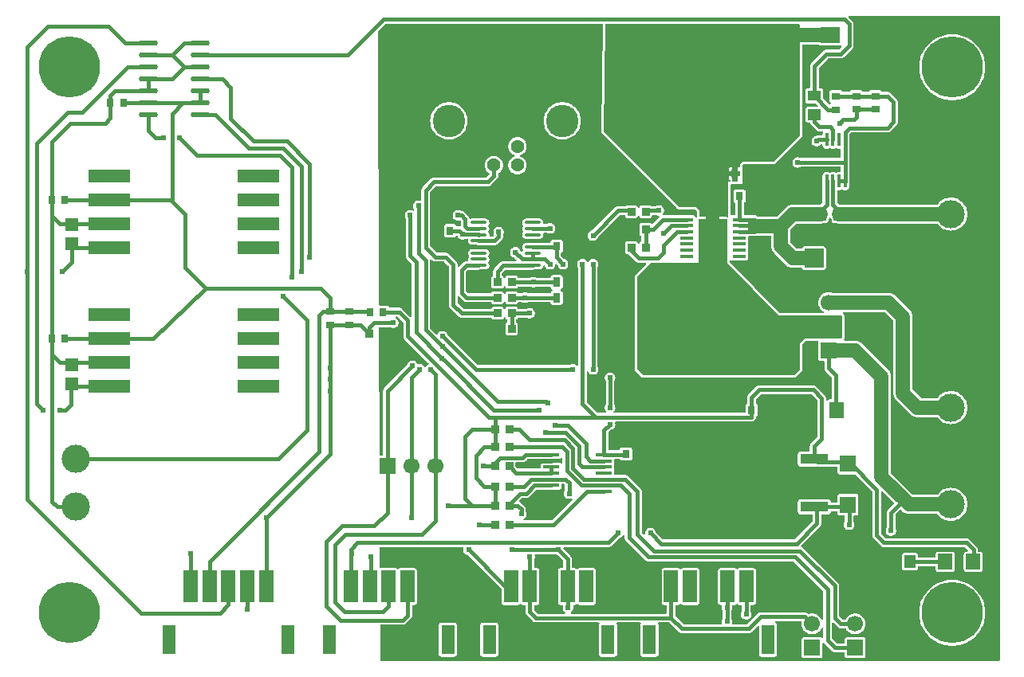
<source format=gtl>
G04 Layer: TopLayer*
G04 EasyEDA v6.5.46, 2024-09-04 15:34:20*
G04 d73e3e6912d945eb9b412824c50a840e,79071ce94af74c669a867ceed4e6d4b3,10*
G04 Gerber Generator version 0.2*
G04 Scale: 100 percent, Rotated: No, Reflected: No *
G04 Dimensions in millimeters *
G04 leading zeros omitted , absolute positions ,4 integer and 5 decimal *
%FSLAX45Y45*%
%MOMM*%

%AMMACRO1*21,1,$1,$2,0,0,$3*%
%AMMACRO2*4,1,8,3.495,4.16,3.495,-4.16,-1.585,-4.16,-1.585,-5.4,-3.495,-5.4,-3.495,5.4,-1.585,5.4,-1.585,4.16,3.495,4.16,0*%
%ADD10C,0.4000*%
%ADD11C,1.5000*%
%ADD12R,0.9000X0.8000*%
%ADD13R,0.8000X0.9000*%
%ADD14R,2.0000X1.8000*%
%ADD15R,2.0000X2.0000*%
%ADD16R,1.4999X3.4000*%
%ADD17R,1.4000X3.1001*%
%ADD18R,0.8000X0.8640*%
%ADD19MACRO1,0.864X0.8065X-90.0000*%
%ADD20MACRO1,0.864X0.8065X90.0000*%
%ADD21O,1.7314926000000002X0.3430016*%
%ADD22O,2.0379944X0.5739892*%
%ADD23R,1.7000X0.4000*%
%ADD24R,4.4200X1.4224*%
%ADD25R,1.4000X0.4000*%
%ADD26R,2.6500X4.0000*%
%ADD27MACRO1,1.377X1.1325X-90.0000*%
%ADD28O,0.3800094X1.4500098000000001*%
%ADD29MACRO2*%
%ADD30R,3.0000X1.0700*%
%ADD31MACRO1,1.728X1.485X-90.0000*%
%ADD32R,0.7800X0.9901*%
%ADD33MACRO1,1.35X1.41X0.0000*%
%ADD34R,1.3500X1.4100*%
%ADD35R,1.7000X1.8000*%
%ADD36MACRO1,1.62X1.485X90.0000*%
%ADD37MACRO1,1.377X1.1325X90.0000*%
%ADD38MACRO1,1.377X1.1325X0.0000*%
%ADD39R,1.3770X1.1325*%
%ADD40R,1.7000X1.7000*%
%ADD41C,1.7000*%
%ADD42C,1.4310*%
%ADD43C,3.4501*%
%ADD44C,3.0000*%
%ADD45C,6.5000*%
%ADD46C,1.0000*%
%ADD47C,0.6096*%
%ADD48C,0.6090*%
%ADD49C,0.6100*%
%ADD50C,0.0141*%

%LPD*%
G36*
X7922310Y4812588D02*
G01*
X7918653Y4813300D01*
X7910880Y4818735D01*
X7907172Y4820767D01*
X7903260Y4822494D01*
X7899247Y4823815D01*
X7895132Y4824831D01*
X7890916Y4825390D01*
X7886446Y4825593D01*
X7783880Y4825593D01*
X7779969Y4826406D01*
X7776667Y4828590D01*
X7774482Y4831892D01*
X7773720Y4835753D01*
X7773720Y4951984D01*
X7774279Y4955336D01*
X7775905Y4958283D01*
X7778445Y4960569D01*
X7783931Y4963972D01*
X7787995Y4968087D01*
X7791094Y4972964D01*
X7793024Y4978450D01*
X7793736Y4984750D01*
X7793736Y5073650D01*
X7793024Y5079949D01*
X7791094Y5085435D01*
X7787995Y5090312D01*
X7783931Y5094427D01*
X7779003Y5097475D01*
X7773568Y5099405D01*
X7767218Y5100116D01*
X7688376Y5100116D01*
X7682077Y5099405D01*
X7676591Y5097475D01*
X7671714Y5094427D01*
X7667599Y5090312D01*
X7664500Y5085435D01*
X7662621Y5079949D01*
X7661909Y5073650D01*
X7661909Y4984750D01*
X7662621Y4978450D01*
X7664500Y4972964D01*
X7667599Y4968087D01*
X7671714Y4963972D01*
X7677150Y4960569D01*
X7679690Y4958334D01*
X7681315Y4955336D01*
X7681874Y4951984D01*
X7681874Y4835753D01*
X7681112Y4831892D01*
X7678928Y4828590D01*
X7675625Y4826406D01*
X7671714Y4825593D01*
X7652766Y4825593D01*
X7642656Y4824425D01*
X7638999Y4825390D01*
X7635951Y4827625D01*
X7633919Y4830876D01*
X7633208Y4834585D01*
X7633208Y5145532D01*
X7633970Y5149443D01*
X7636205Y5152694D01*
X7639456Y5154930D01*
X7643368Y5155692D01*
X7733741Y5155692D01*
X7740040Y5156403D01*
X7745526Y5158333D01*
X7750403Y5161381D01*
X7754518Y5165496D01*
X7757566Y5170373D01*
X7759496Y5175859D01*
X7760208Y5182158D01*
X7760208Y5357164D01*
X7760970Y5361025D01*
X7763205Y5364327D01*
X7767472Y5368594D01*
X7770774Y5370830D01*
X7774635Y5371592D01*
X8089595Y5371592D01*
X8095640Y5372252D01*
X8101126Y5374182D01*
X8106054Y5377281D01*
X8108442Y5379364D01*
X8387435Y5658358D01*
X8391245Y5663133D01*
X8393734Y5668365D01*
X8395004Y5674004D01*
X8395208Y5677204D01*
X8395208Y6632651D01*
X8395970Y6636512D01*
X8398205Y6639814D01*
X8401456Y6641998D01*
X8405368Y6642811D01*
X8560917Y6642811D01*
X8564270Y6642201D01*
X8567267Y6640575D01*
X8569807Y6637578D01*
X8573871Y6633514D01*
X8578799Y6630416D01*
X8584234Y6628485D01*
X8590584Y6627774D01*
X8789416Y6627774D01*
X8795766Y6628485D01*
X8797493Y6629095D01*
X8801303Y6629653D01*
X8805062Y6628739D01*
X8808212Y6626453D01*
X8810294Y6623202D01*
X8811006Y6619341D01*
X8810193Y6615531D01*
X8808008Y6612331D01*
X8785047Y6589369D01*
X8781745Y6587185D01*
X8777884Y6586423D01*
X8646922Y6586372D01*
X8638184Y6585153D01*
X8630158Y6582460D01*
X8622792Y6578346D01*
X8615883Y6572605D01*
X8488019Y6444691D01*
X8482685Y6437630D01*
X8478926Y6430060D01*
X8476640Y6421932D01*
X8475776Y6413042D01*
X8475776Y6187084D01*
X8475014Y6183223D01*
X8472830Y6179921D01*
X8469528Y6177737D01*
X8465616Y6176924D01*
X8453424Y6176924D01*
X8447074Y6176213D01*
X8441639Y6174333D01*
X8436711Y6171234D01*
X8432647Y6167120D01*
X8429548Y6162243D01*
X8427669Y6156807D01*
X8426958Y6150457D01*
X8426958Y6038342D01*
X8427669Y6032042D01*
X8429548Y6026556D01*
X8432647Y6021679D01*
X8436711Y6017564D01*
X8441639Y6014516D01*
X8447074Y6012586D01*
X8453424Y6011875D01*
X8535111Y6011875D01*
X8538972Y6011113D01*
X8542274Y6008878D01*
X8556904Y5994298D01*
X8559088Y5990996D01*
X8559901Y5987084D01*
X8559088Y5983224D01*
X8556904Y5979922D01*
X8553602Y5977686D01*
X8549741Y5976924D01*
X8453424Y5976924D01*
X8447074Y5976213D01*
X8441639Y5974283D01*
X8436711Y5971235D01*
X8432647Y5967120D01*
X8429548Y5962243D01*
X8427669Y5956757D01*
X8426958Y5950458D01*
X8426958Y5838342D01*
X8427669Y5831992D01*
X8429548Y5826556D01*
X8432647Y5821680D01*
X8436711Y5817565D01*
X8441639Y5814466D01*
X8447074Y5812586D01*
X8453424Y5811875D01*
X8467801Y5811875D01*
X8471916Y5811012D01*
X8475319Y5808522D01*
X8477453Y5804916D01*
X8479739Y5798058D01*
X8483854Y5790692D01*
X8489594Y5783783D01*
X8541308Y5732119D01*
X8548370Y5726785D01*
X8555939Y5723026D01*
X8564067Y5720740D01*
X8572957Y5719876D01*
X8604504Y5719876D01*
X8608517Y5719064D01*
X8611870Y5716727D01*
X8614054Y5713222D01*
X8614664Y5709158D01*
X8613597Y5705195D01*
X8610955Y5699912D01*
X8608720Y5691936D01*
X8608060Y5685332D01*
X8607044Y5681726D01*
X8604808Y5678728D01*
X8601659Y5676798D01*
X8597950Y5676087D01*
X8562136Y5676036D01*
X8553246Y5674817D01*
X8547404Y5672988D01*
X8540496Y5669788D01*
X8527846Y5666333D01*
X8518906Y5662218D01*
X8510879Y5656580D01*
X8503920Y5649620D01*
X8498281Y5641594D01*
X8494166Y5632653D01*
X8491626Y5623204D01*
X8490762Y5613400D01*
X8491626Y5603595D01*
X8494166Y5594146D01*
X8498281Y5585206D01*
X8503920Y5577179D01*
X8510879Y5570220D01*
X8518906Y5564581D01*
X8527846Y5560466D01*
X8537295Y5557926D01*
X8547100Y5557062D01*
X8556904Y5557926D01*
X8566353Y5560466D01*
X8575294Y5564581D01*
X8583320Y5570220D01*
X8590889Y5577789D01*
X8594648Y5580176D01*
X8599068Y5580735D01*
X8603335Y5579313D01*
X8606536Y5576265D01*
X8608110Y5572099D01*
X8608618Y5568696D01*
X8610955Y5560466D01*
X8614664Y5553100D01*
X8619642Y5546445D01*
X8625738Y5540908D01*
X8632799Y5536539D01*
X8640521Y5533542D01*
X8648649Y5532018D01*
X8656929Y5532018D01*
X8665057Y5533542D01*
X8672779Y5536539D01*
X8679942Y5540959D01*
X8683447Y5542330D01*
X8687155Y5542330D01*
X8690660Y5540959D01*
X8697823Y5536539D01*
X8705545Y5533542D01*
X8713673Y5532018D01*
X8721953Y5532018D01*
X8730081Y5533542D01*
X8737803Y5536539D01*
X8744966Y5540959D01*
X8748420Y5542330D01*
X8752179Y5542330D01*
X8755634Y5540959D01*
X8762796Y5536539D01*
X8770518Y5533542D01*
X8778646Y5532018D01*
X8786926Y5532018D01*
X8789873Y5532577D01*
X8794292Y5532424D01*
X8798255Y5530392D01*
X8800947Y5526887D01*
X8801912Y5522569D01*
X8801912Y5443982D01*
X8801150Y5440070D01*
X8798915Y5436768D01*
X8795613Y5434584D01*
X8791752Y5433822D01*
X8379409Y5433822D01*
X8376361Y5434279D01*
X8372094Y5436717D01*
X8363153Y5440832D01*
X8353704Y5443372D01*
X8343900Y5444236D01*
X8334095Y5443372D01*
X8324646Y5440832D01*
X8315706Y5436717D01*
X8307679Y5431078D01*
X8300720Y5424119D01*
X8295081Y5416092D01*
X8290966Y5407152D01*
X8288426Y5397703D01*
X8287562Y5387898D01*
X8288426Y5378094D01*
X8290966Y5368645D01*
X8295081Y5359704D01*
X8300720Y5351678D01*
X8307679Y5344718D01*
X8315706Y5339080D01*
X8324646Y5334965D01*
X8334095Y5332425D01*
X8343900Y5331561D01*
X8353704Y5332425D01*
X8363153Y5334965D01*
X8372094Y5339080D01*
X8376361Y5341518D01*
X8379409Y5341975D01*
X8791752Y5341975D01*
X8795613Y5341213D01*
X8798915Y5339029D01*
X8801150Y5335727D01*
X8801912Y5331815D01*
X8801912Y5297830D01*
X8800947Y5293512D01*
X8798255Y5290007D01*
X8794292Y5287975D01*
X8789873Y5287822D01*
X8786926Y5288381D01*
X8778646Y5288381D01*
X8770518Y5286857D01*
X8762796Y5283860D01*
X8755634Y5279440D01*
X8752179Y5278069D01*
X8748420Y5278069D01*
X8744966Y5279440D01*
X8737803Y5283860D01*
X8730081Y5286857D01*
X8721953Y5288381D01*
X8713673Y5288381D01*
X8705545Y5286857D01*
X8697823Y5283860D01*
X8690660Y5279440D01*
X8687155Y5278069D01*
X8683447Y5278069D01*
X8679942Y5279440D01*
X8672779Y5283860D01*
X8665057Y5286857D01*
X8656929Y5288381D01*
X8648649Y5288381D01*
X8640521Y5286857D01*
X8632799Y5283860D01*
X8625738Y5279491D01*
X8619642Y5273954D01*
X8614664Y5267299D01*
X8610955Y5259933D01*
X8608720Y5251958D01*
X8607907Y5243220D01*
X8607907Y5200700D01*
X8606891Y5189728D01*
X8606891Y4963515D01*
X8606129Y4959654D01*
X8603894Y4956352D01*
X8590127Y4942586D01*
X8586825Y4940401D01*
X8582964Y4939588D01*
X8293455Y4939588D01*
X8279942Y4938725D01*
X8266988Y4936134D01*
X8254492Y4931918D01*
X8242655Y4926076D01*
X8231682Y4918760D01*
X8221522Y4909820D01*
X8127288Y4815586D01*
X8123986Y4813401D01*
X8120075Y4812588D01*
G37*

%LPD*%
G36*
X6709816Y3124200D02*
G01*
X6705904Y3124962D01*
X6702602Y3127197D01*
X6645097Y3184702D01*
X6642862Y3188004D01*
X6642100Y3191916D01*
X6642100Y4174083D01*
X6642862Y4177995D01*
X6645097Y4181297D01*
X6778802Y4315002D01*
X6782104Y4317238D01*
X6786016Y4318000D01*
X7288784Y4318000D01*
X7289800Y4319016D01*
X7289800Y4777740D01*
X7290562Y4781651D01*
X7292797Y4784902D01*
X7296048Y4787138D01*
X7299959Y4787900D01*
X7369606Y4787900D01*
X7369606Y4810607D01*
X7312659Y4810607D01*
X7308748Y4811369D01*
X7305497Y4813554D01*
X7303262Y4816856D01*
X7302500Y4820767D01*
X7302500Y4875784D01*
X7301788Y4877511D01*
X7265111Y4914188D01*
X7263384Y4914900D01*
X7090816Y4914900D01*
X7086904Y4915662D01*
X7083602Y4917897D01*
X6289548Y5711952D01*
X6287312Y5715304D01*
X6286550Y5719267D01*
X6299098Y6847941D01*
X6299911Y6851802D01*
X6302095Y6855053D01*
X6305397Y6857238D01*
X6309258Y6858000D01*
X8359140Y6858000D01*
X8363051Y6857238D01*
X8366302Y6855002D01*
X8368538Y6851751D01*
X8369300Y6847840D01*
X8369300Y5681116D01*
X8368538Y5677204D01*
X8366302Y5673902D01*
X8092897Y5400497D01*
X8089595Y5398262D01*
X8085683Y5397500D01*
X7760716Y5397500D01*
X7758988Y5396788D01*
X7735011Y5372811D01*
X7734300Y5371084D01*
X7734300Y5347868D01*
X7733436Y5343702D01*
X7730896Y5340299D01*
X7727238Y5338165D01*
X7723022Y5337759D01*
X7716418Y5338521D01*
X7703362Y5338521D01*
X7703362Y5296458D01*
X7724140Y5296458D01*
X7728051Y5295696D01*
X7731302Y5293461D01*
X7733538Y5290159D01*
X7734300Y5286298D01*
X7734300Y5248910D01*
X7733538Y5244998D01*
X7731302Y5241747D01*
X7728051Y5239512D01*
X7724140Y5238750D01*
X7703362Y5238750D01*
X7703362Y5191760D01*
X7702600Y5187848D01*
X7700365Y5184597D01*
X7697063Y5182362D01*
X7693202Y5181600D01*
X7660843Y5181600D01*
X7656931Y5182362D01*
X7653629Y5184597D01*
X7651445Y5187848D01*
X7650683Y5191760D01*
X7650683Y5238750D01*
X7611109Y5238750D01*
X7611109Y5223154D01*
X7611821Y5216855D01*
X7613700Y5211368D01*
X7616799Y5206492D01*
X7620914Y5202377D01*
X7624114Y5200345D01*
X7627213Y5197348D01*
X7628788Y5193284D01*
X7628483Y5188966D01*
X7626400Y5185156D01*
X7622946Y5182514D01*
X7618730Y5181600D01*
X7608316Y5181600D01*
X7607300Y5180584D01*
X7607300Y4812944D01*
X7606385Y4808728D01*
X7603845Y4805273D01*
X7600086Y4803190D01*
X7595768Y4802835D01*
X7591755Y4804308D01*
X7585913Y4807966D01*
X7580426Y4809896D01*
X7574127Y4810607D01*
X7514793Y4810607D01*
X7514793Y4787900D01*
X7584440Y4787900D01*
X7588351Y4787138D01*
X7591602Y4784902D01*
X7593838Y4781651D01*
X7594600Y4777740D01*
X7594600Y4319016D01*
X7595260Y4317288D01*
X8139988Y3759962D01*
X8141716Y3759200D01*
X8803640Y3759200D01*
X8807551Y3758437D01*
X8810802Y3756202D01*
X8813038Y3752951D01*
X8813800Y3749040D01*
X8813800Y3528060D01*
X8813038Y3524148D01*
X8810802Y3520897D01*
X8807551Y3518662D01*
X8803640Y3517900D01*
X8421116Y3517900D01*
X8419388Y3517188D01*
X8370011Y3467811D01*
X8369300Y3466084D01*
X8369300Y3191916D01*
X8368538Y3188004D01*
X8366302Y3184702D01*
X8308797Y3127197D01*
X8305495Y3124962D01*
X8301583Y3124200D01*
G37*

%LPC*%
G36*
X7611109Y5296458D02*
G01*
X7650683Y5296458D01*
X7650683Y5338521D01*
X7637576Y5338521D01*
X7631277Y5337810D01*
X7625791Y5335879D01*
X7620914Y5332780D01*
X7616799Y5328716D01*
X7613700Y5323789D01*
X7611821Y5318353D01*
X7611109Y5312003D01*
G37*

%LPD*%
G36*
X6221120Y2725623D02*
G01*
X6217208Y2726385D01*
X6213906Y2728569D01*
X6106769Y2835706D01*
X6104585Y2839008D01*
X6103823Y2842920D01*
X6103823Y3155696D01*
X6104534Y3159556D01*
X6106718Y3162808D01*
X6109919Y3165043D01*
X6113729Y3165856D01*
X6117539Y3165195D01*
X6120892Y3163163D01*
X6129020Y3151479D01*
X6135979Y3144520D01*
X6144006Y3138881D01*
X6152946Y3134766D01*
X6162395Y3132226D01*
X6172200Y3131362D01*
X6182004Y3132226D01*
X6191453Y3134766D01*
X6200394Y3138881D01*
X6208420Y3144520D01*
X6215380Y3151479D01*
X6221018Y3159506D01*
X6225133Y3168446D01*
X6227673Y3177895D01*
X6228537Y3187700D01*
X6227673Y3197504D01*
X6225133Y3206953D01*
X6221018Y3215894D01*
X6218580Y3220161D01*
X6218123Y3223209D01*
X6218123Y4269790D01*
X6218580Y4272838D01*
X6221018Y4277106D01*
X6225133Y4286046D01*
X6227673Y4295495D01*
X6228537Y4305300D01*
X6227673Y4315104D01*
X6225133Y4324553D01*
X6221018Y4333494D01*
X6215380Y4341520D01*
X6208420Y4348480D01*
X6200394Y4354118D01*
X6191453Y4358233D01*
X6182004Y4360773D01*
X6172200Y4361637D01*
X6162395Y4360773D01*
X6152946Y4358233D01*
X6144006Y4354118D01*
X6135979Y4348480D01*
X6129020Y4341520D01*
X6123381Y4333443D01*
X6120587Y4330750D01*
X6116980Y4329277D01*
X6113119Y4329277D01*
X6109512Y4330750D01*
X6106718Y4333443D01*
X6101080Y4341520D01*
X6094120Y4348480D01*
X6086094Y4354118D01*
X6077153Y4358233D01*
X6067704Y4360773D01*
X6057900Y4361637D01*
X6048095Y4360773D01*
X6038646Y4358233D01*
X6029706Y4354118D01*
X6021679Y4348480D01*
X6014720Y4341520D01*
X6009081Y4333494D01*
X6004966Y4324553D01*
X6002426Y4315104D01*
X6001562Y4305300D01*
X6002426Y4295495D01*
X6004966Y4286046D01*
X6009081Y4277106D01*
X6011519Y4272838D01*
X6011976Y4269790D01*
X6011976Y3235909D01*
X6011214Y3232048D01*
X6009030Y3228746D01*
X6005728Y3226511D01*
X6001816Y3225749D01*
X5997956Y3226511D01*
X5994654Y3228746D01*
X5992520Y3230880D01*
X5984494Y3236518D01*
X5975553Y3240633D01*
X5966104Y3243173D01*
X5956300Y3244037D01*
X5946495Y3243173D01*
X5937046Y3240633D01*
X5928106Y3236518D01*
X5923838Y3234080D01*
X5920790Y3233623D01*
X4950815Y3233623D01*
X4946954Y3234385D01*
X4943652Y3236569D01*
X4629556Y3550665D01*
X4627930Y3552799D01*
X4626914Y3555237D01*
X4624933Y3562553D01*
X4620818Y3571494D01*
X4615180Y3579520D01*
X4608220Y3586479D01*
X4600194Y3592118D01*
X4591253Y3596233D01*
X4581804Y3598773D01*
X4572000Y3599637D01*
X4562195Y3598773D01*
X4552746Y3596233D01*
X4543806Y3592118D01*
X4535779Y3586479D01*
X4528820Y3579520D01*
X4523181Y3571494D01*
X4520184Y3565042D01*
X4517898Y3561892D01*
X4514646Y3559810D01*
X4510786Y3559149D01*
X4507026Y3559962D01*
X4503775Y3562146D01*
X4443069Y3622852D01*
X4440885Y3626154D01*
X4440123Y3630015D01*
X4440123Y4342993D01*
X4439767Y4347311D01*
X4440275Y4351375D01*
X4442358Y4354880D01*
X4445660Y4357319D01*
X4449622Y4358233D01*
X4453636Y4357522D01*
X4457039Y4355338D01*
X4464710Y4347768D01*
X4471670Y4342485D01*
X4479239Y4338726D01*
X4487367Y4336440D01*
X4496257Y4335576D01*
X4586884Y4335576D01*
X4590745Y4334814D01*
X4594047Y4332630D01*
X4637430Y4289247D01*
X4639614Y4285945D01*
X4640376Y4282084D01*
X4640427Y3871722D01*
X4641646Y3862984D01*
X4644339Y3854958D01*
X4648454Y3847592D01*
X4654194Y3840683D01*
X4744008Y3750919D01*
X4751070Y3745585D01*
X4758639Y3741826D01*
X4766767Y3739540D01*
X4775657Y3738676D01*
X5083302Y3738676D01*
X5087366Y3737864D01*
X5090718Y3735425D01*
X5092852Y3731869D01*
X5093462Y3730193D01*
X5096560Y3725265D01*
X5100624Y3721201D01*
X5105552Y3718102D01*
X5110988Y3716223D01*
X5117338Y3715512D01*
X5196840Y3715512D01*
X5203139Y3716223D01*
X5208625Y3718102D01*
X5213502Y3721201D01*
X5217617Y3725265D01*
X5220665Y3730193D01*
X5222798Y3736238D01*
X5224932Y3739794D01*
X5228336Y3742232D01*
X5232400Y3743045D01*
X5236464Y3742232D01*
X5239867Y3739794D01*
X5242001Y3736238D01*
X5244134Y3730193D01*
X5247182Y3725265D01*
X5251297Y3721201D01*
X5257088Y3717544D01*
X5259628Y3715308D01*
X5261254Y3712311D01*
X5261813Y3708958D01*
X5261813Y3695141D01*
X5261254Y3691788D01*
X5259628Y3688791D01*
X5257088Y3686556D01*
X5251297Y3682898D01*
X5247182Y3678834D01*
X5244134Y3673906D01*
X5242204Y3668471D01*
X5241493Y3662121D01*
X5241493Y3576878D01*
X5242204Y3570528D01*
X5244134Y3565093D01*
X5247182Y3560165D01*
X5251297Y3556101D01*
X5256174Y3553002D01*
X5261660Y3551123D01*
X5267960Y3550412D01*
X5347462Y3550412D01*
X5353812Y3551123D01*
X5359247Y3553002D01*
X5364175Y3556101D01*
X5368239Y3560165D01*
X5371338Y3565093D01*
X5373268Y3570528D01*
X5373979Y3576878D01*
X5373979Y3662121D01*
X5373268Y3668471D01*
X5371338Y3673906D01*
X5368239Y3678834D01*
X5364175Y3682898D01*
X5358384Y3686505D01*
X5355844Y3688791D01*
X5354218Y3691788D01*
X5353659Y3695141D01*
X5353659Y3708958D01*
X5354218Y3712311D01*
X5355844Y3715308D01*
X5358384Y3717594D01*
X5364175Y3721201D01*
X5368239Y3725265D01*
X5371338Y3730193D01*
X5371947Y3731869D01*
X5374081Y3735425D01*
X5377434Y3737864D01*
X5381498Y3738676D01*
X5463590Y3738676D01*
X5466638Y3738219D01*
X5470906Y3735781D01*
X5479846Y3731666D01*
X5489295Y3729126D01*
X5499100Y3728262D01*
X5508904Y3729126D01*
X5518353Y3731666D01*
X5527294Y3735781D01*
X5535320Y3741420D01*
X5542280Y3748379D01*
X5547918Y3756406D01*
X5552033Y3765346D01*
X5554573Y3774795D01*
X5555437Y3784600D01*
X5554573Y3794404D01*
X5552033Y3803853D01*
X5547918Y3812794D01*
X5542280Y3820820D01*
X5535320Y3827779D01*
X5527294Y3833418D01*
X5518353Y3837533D01*
X5508904Y3840073D01*
X5499100Y3840937D01*
X5489295Y3840073D01*
X5479846Y3837533D01*
X5470906Y3833418D01*
X5466638Y3830980D01*
X5463590Y3830523D01*
X5381498Y3830523D01*
X5377434Y3831336D01*
X5374081Y3833774D01*
X5371947Y3837330D01*
X5371338Y3839006D01*
X5368239Y3843934D01*
X5364175Y3847998D01*
X5359247Y3851097D01*
X5353812Y3852976D01*
X5347462Y3853687D01*
X5267960Y3853687D01*
X5261660Y3852976D01*
X5256174Y3851097D01*
X5251297Y3847998D01*
X5247182Y3843934D01*
X5244134Y3839006D01*
X5242001Y3832961D01*
X5239867Y3829405D01*
X5236464Y3826967D01*
X5232400Y3826154D01*
X5228336Y3826967D01*
X5224932Y3829405D01*
X5222798Y3832961D01*
X5220665Y3839006D01*
X5217617Y3843934D01*
X5213502Y3847998D01*
X5208625Y3851097D01*
X5203139Y3852976D01*
X5196840Y3853687D01*
X5117338Y3853687D01*
X5110988Y3852976D01*
X5105552Y3851097D01*
X5100624Y3847998D01*
X5096560Y3843934D01*
X5093462Y3839006D01*
X5092852Y3837330D01*
X5090718Y3833774D01*
X5087366Y3831336D01*
X5083302Y3830523D01*
X4798415Y3830523D01*
X4794554Y3831285D01*
X4791252Y3833469D01*
X4735169Y3889552D01*
X4732985Y3892854D01*
X4732223Y3896715D01*
X4732223Y3954018D01*
X4732985Y3957929D01*
X4735169Y3961231D01*
X4738471Y3963415D01*
X4742383Y3964178D01*
X4746244Y3963415D01*
X4749546Y3961231D01*
X4794808Y3916019D01*
X4801870Y3910685D01*
X4809439Y3906926D01*
X4817567Y3904640D01*
X4826457Y3903776D01*
X5083302Y3903776D01*
X5087366Y3902964D01*
X5090718Y3900525D01*
X5092852Y3896969D01*
X5093462Y3895293D01*
X5096560Y3890365D01*
X5100624Y3886301D01*
X5105552Y3883202D01*
X5110988Y3881323D01*
X5117338Y3880612D01*
X5196840Y3880612D01*
X5203139Y3881323D01*
X5208625Y3883202D01*
X5213502Y3886301D01*
X5217617Y3890365D01*
X5220665Y3895293D01*
X5222798Y3901338D01*
X5224932Y3904894D01*
X5228336Y3907332D01*
X5232400Y3908145D01*
X5236464Y3907332D01*
X5239867Y3904894D01*
X5242001Y3901338D01*
X5244134Y3895293D01*
X5247182Y3890365D01*
X5251297Y3886301D01*
X5256174Y3883202D01*
X5261660Y3881323D01*
X5267960Y3880612D01*
X5347462Y3880612D01*
X5353812Y3881323D01*
X5359247Y3883202D01*
X5364175Y3886301D01*
X5368239Y3890365D01*
X5371338Y3895293D01*
X5371947Y3896969D01*
X5374081Y3900525D01*
X5377434Y3902964D01*
X5381498Y3903776D01*
X5412790Y3903776D01*
X5415838Y3903319D01*
X5420106Y3900881D01*
X5429046Y3896766D01*
X5438495Y3894226D01*
X5448300Y3893362D01*
X5458104Y3894226D01*
X5467553Y3896766D01*
X5476494Y3900881D01*
X5480761Y3903319D01*
X5483809Y3903776D01*
X5710377Y3903776D01*
X5713984Y3903116D01*
X5717133Y3901186D01*
X5719368Y3898290D01*
X5720486Y3894429D01*
X5722416Y3888994D01*
X5725515Y3884066D01*
X5729579Y3880002D01*
X5734507Y3876903D01*
X5739942Y3875024D01*
X5746242Y3874262D01*
X5823153Y3874262D01*
X5829452Y3875024D01*
X5834888Y3876903D01*
X5839815Y3880002D01*
X5843879Y3884066D01*
X5846978Y3888994D01*
X5848908Y3894429D01*
X5849620Y3900779D01*
X5849620Y3998620D01*
X5848908Y4004970D01*
X5846978Y4010406D01*
X5843879Y4015333D01*
X5839815Y4019397D01*
X5830874Y4024782D01*
X5828487Y4028186D01*
X5827623Y4032250D01*
X5828487Y4036314D01*
X5830874Y4039717D01*
X5839815Y4045102D01*
X5843879Y4049166D01*
X5846978Y4054094D01*
X5848908Y4059529D01*
X5849620Y4065879D01*
X5849620Y4163720D01*
X5848908Y4170070D01*
X5846978Y4175506D01*
X5843879Y4180433D01*
X5839815Y4184497D01*
X5834888Y4187596D01*
X5829452Y4189476D01*
X5823153Y4190187D01*
X5746242Y4190187D01*
X5739942Y4189476D01*
X5734507Y4187596D01*
X5729579Y4184497D01*
X5725515Y4180433D01*
X5722416Y4175506D01*
X5719368Y4166209D01*
X5717133Y4163314D01*
X5713984Y4161383D01*
X5710377Y4160723D01*
X5572709Y4160723D01*
X5569661Y4161180D01*
X5565394Y4163618D01*
X5556453Y4167733D01*
X5547004Y4170273D01*
X5537200Y4171137D01*
X5527395Y4170273D01*
X5517946Y4167733D01*
X5509006Y4163618D01*
X5504738Y4161180D01*
X5501690Y4160723D01*
X5381498Y4160723D01*
X5377434Y4161536D01*
X5374081Y4163974D01*
X5371947Y4167530D01*
X5371338Y4169206D01*
X5368239Y4174134D01*
X5364175Y4178198D01*
X5359247Y4181297D01*
X5353812Y4183176D01*
X5347462Y4183887D01*
X5267960Y4183887D01*
X5261660Y4183176D01*
X5256174Y4181297D01*
X5251297Y4178198D01*
X5247182Y4174134D01*
X5244134Y4169206D01*
X5242001Y4163161D01*
X5239867Y4159605D01*
X5236464Y4157167D01*
X5232400Y4156354D01*
X5228336Y4157167D01*
X5224932Y4159605D01*
X5222798Y4163161D01*
X5220665Y4169206D01*
X5217617Y4174134D01*
X5213502Y4178198D01*
X5207711Y4181856D01*
X5205171Y4184091D01*
X5203545Y4187088D01*
X5202986Y4190441D01*
X5202986Y4206748D01*
X5203748Y4210608D01*
X5205933Y4213910D01*
X5236819Y4244797D01*
X5240121Y4247032D01*
X5244033Y4247794D01*
X5531205Y4247794D01*
X5540095Y4248607D01*
X5545886Y4250232D01*
X5548680Y4250639D01*
X5600649Y4250639D01*
X5609031Y4251401D01*
X5616651Y4253585D01*
X5623763Y4257141D01*
X5630113Y4261916D01*
X5635447Y4267758D01*
X5639612Y4274515D01*
X5642508Y4281932D01*
X5642813Y4283659D01*
X5644438Y4287570D01*
X5647537Y4290466D01*
X5651550Y4291888D01*
X5655767Y4291533D01*
X5659475Y4289501D01*
X5662015Y4286097D01*
X5666181Y4277106D01*
X5671820Y4269079D01*
X5678779Y4262120D01*
X5686806Y4256481D01*
X5695746Y4252366D01*
X5705195Y4249826D01*
X5715000Y4248962D01*
X5724804Y4249826D01*
X5734253Y4252366D01*
X5743194Y4256481D01*
X5751220Y4262120D01*
X5758180Y4269079D01*
X5763818Y4277106D01*
X5767933Y4286046D01*
X5770473Y4295495D01*
X5770930Y4300524D01*
X5771997Y4304233D01*
X5774283Y4307230D01*
X5777585Y4309211D01*
X5781344Y4309821D01*
X5785053Y4308957D01*
X5788253Y4306824D01*
X5797143Y4297934D01*
X5798769Y4295800D01*
X5799785Y4293362D01*
X5801766Y4286046D01*
X5805881Y4277106D01*
X5811520Y4269079D01*
X5818479Y4262120D01*
X5826506Y4256481D01*
X5835446Y4252366D01*
X5844895Y4249826D01*
X5854700Y4248962D01*
X5864504Y4249826D01*
X5873953Y4252366D01*
X5882894Y4256481D01*
X5890920Y4262120D01*
X5897880Y4269079D01*
X5903518Y4277106D01*
X5907633Y4286046D01*
X5910173Y4295495D01*
X5911037Y4305300D01*
X5910173Y4315104D01*
X5907633Y4324553D01*
X5903518Y4333494D01*
X5897880Y4341520D01*
X5890920Y4348480D01*
X5882894Y4354118D01*
X5873953Y4358233D01*
X5866638Y4360214D01*
X5864199Y4361230D01*
X5862066Y4362856D01*
X5833567Y4391355D01*
X5831382Y4394657D01*
X5830620Y4398518D01*
X5830620Y4418584D01*
X5831179Y4421936D01*
X5832805Y4424883D01*
X5835345Y4427169D01*
X5840831Y4430572D01*
X5844895Y4434687D01*
X5847994Y4439564D01*
X5849924Y4445050D01*
X5850636Y4451350D01*
X5850636Y4540250D01*
X5849924Y4546549D01*
X5847994Y4552035D01*
X5844895Y4556912D01*
X5840831Y4561027D01*
X5835904Y4564075D01*
X5830468Y4566005D01*
X5824118Y4566716D01*
X5745276Y4566716D01*
X5738977Y4566005D01*
X5733491Y4564075D01*
X5728614Y4561027D01*
X5724499Y4556912D01*
X5721400Y4552035D01*
X5719521Y4546549D01*
X5719165Y4543602D01*
X5718098Y4540097D01*
X5715863Y4537202D01*
X5712714Y4535271D01*
X5709107Y4534611D01*
X5532069Y4534611D01*
X5523179Y4533747D01*
X5517489Y4532122D01*
X5514695Y4531766D01*
X5462727Y4531766D01*
X5454396Y4531004D01*
X5446725Y4528820D01*
X5439613Y4525264D01*
X5433314Y4520488D01*
X5427929Y4514646D01*
X5423763Y4507890D01*
X5420918Y4500473D01*
X5419445Y4492650D01*
X5419445Y4484725D01*
X5420918Y4476953D01*
X5423763Y4469587D01*
X5428792Y4461662D01*
X5430164Y4458106D01*
X5430164Y4454296D01*
X5428792Y4450740D01*
X5423763Y4442815D01*
X5423052Y4441037D01*
X5420918Y4437634D01*
X5417616Y4435398D01*
X5413705Y4434535D01*
X5409742Y4435297D01*
X5406390Y4437532D01*
X5402630Y4441799D01*
X5401614Y4444238D01*
X5399633Y4451553D01*
X5395518Y4460494D01*
X5389880Y4468520D01*
X5382920Y4475480D01*
X5374894Y4481118D01*
X5365953Y4485233D01*
X5356504Y4487773D01*
X5346700Y4488637D01*
X5336895Y4487773D01*
X5327446Y4485233D01*
X5318506Y4481118D01*
X5310479Y4475480D01*
X5303520Y4468520D01*
X5297881Y4460494D01*
X5293766Y4451553D01*
X5291226Y4442104D01*
X5290362Y4432300D01*
X5291226Y4422495D01*
X5293766Y4413046D01*
X5297881Y4404106D01*
X5303520Y4396079D01*
X5310479Y4389120D01*
X5318506Y4383481D01*
X5327446Y4379366D01*
X5334762Y4377385D01*
X5337200Y4376369D01*
X5339334Y4374743D01*
X5357114Y4356963D01*
X5359349Y4353661D01*
X5360111Y4349750D01*
X5359349Y4345889D01*
X5357114Y4342587D01*
X5353812Y4340352D01*
X5349951Y4339590D01*
X5219039Y4339539D01*
X5210302Y4338320D01*
X5202275Y4335627D01*
X5194858Y4331512D01*
X5188000Y4325823D01*
X5123383Y4261154D01*
X5118049Y4254093D01*
X5114290Y4246524D01*
X5112004Y4238396D01*
X5111140Y4229506D01*
X5111140Y4190441D01*
X5110581Y4187088D01*
X5108956Y4184091D01*
X5106416Y4181805D01*
X5100624Y4178198D01*
X5096560Y4174134D01*
X5093462Y4169206D01*
X5091531Y4163771D01*
X5090820Y4157421D01*
X5090820Y4072178D01*
X5091531Y4065828D01*
X5093462Y4060393D01*
X5096560Y4055465D01*
X5100624Y4051401D01*
X5105552Y4048302D01*
X5110988Y4046423D01*
X5117338Y4045712D01*
X5196840Y4045712D01*
X5203139Y4046423D01*
X5208625Y4048302D01*
X5213502Y4051401D01*
X5217617Y4055465D01*
X5220665Y4060393D01*
X5222798Y4066438D01*
X5224932Y4069994D01*
X5228336Y4072432D01*
X5232400Y4073245D01*
X5236464Y4072432D01*
X5239867Y4069994D01*
X5242001Y4066438D01*
X5244134Y4060393D01*
X5247182Y4055465D01*
X5251297Y4051401D01*
X5256174Y4048302D01*
X5261660Y4046423D01*
X5267960Y4045712D01*
X5347462Y4045712D01*
X5353812Y4046423D01*
X5359247Y4048302D01*
X5364175Y4051401D01*
X5368239Y4055465D01*
X5371338Y4060393D01*
X5371947Y4062069D01*
X5374081Y4065625D01*
X5377434Y4068064D01*
X5381498Y4068876D01*
X5501690Y4068876D01*
X5504738Y4068419D01*
X5509006Y4065981D01*
X5517946Y4061866D01*
X5527395Y4059326D01*
X5537200Y4058462D01*
X5547004Y4059326D01*
X5556453Y4061866D01*
X5565394Y4065981D01*
X5569661Y4068419D01*
X5572709Y4068876D01*
X5710377Y4068876D01*
X5713984Y4068216D01*
X5717133Y4066286D01*
X5719368Y4063390D01*
X5720486Y4059529D01*
X5722416Y4054094D01*
X5725515Y4049166D01*
X5729579Y4045102D01*
X5738520Y4039717D01*
X5740908Y4036314D01*
X5741771Y4032250D01*
X5740908Y4028186D01*
X5738520Y4024782D01*
X5729579Y4019397D01*
X5725515Y4015333D01*
X5722416Y4010406D01*
X5719368Y4001109D01*
X5717133Y3998214D01*
X5713984Y3996283D01*
X5710377Y3995623D01*
X5483809Y3995623D01*
X5480761Y3996080D01*
X5476494Y3998518D01*
X5467553Y4002633D01*
X5458104Y4005173D01*
X5448300Y4006037D01*
X5438495Y4005173D01*
X5429046Y4002633D01*
X5420106Y3998518D01*
X5415838Y3996080D01*
X5412790Y3995623D01*
X5381498Y3995623D01*
X5377434Y3996436D01*
X5374081Y3998874D01*
X5371947Y4002430D01*
X5371338Y4004106D01*
X5368239Y4009034D01*
X5364175Y4013098D01*
X5359247Y4016197D01*
X5353812Y4018076D01*
X5347462Y4018787D01*
X5267960Y4018787D01*
X5261660Y4018076D01*
X5256174Y4016197D01*
X5251297Y4013098D01*
X5247182Y4009034D01*
X5244134Y4004106D01*
X5242001Y3998061D01*
X5239867Y3994505D01*
X5236464Y3992067D01*
X5232400Y3991254D01*
X5228336Y3992067D01*
X5224932Y3994505D01*
X5222798Y3998061D01*
X5220665Y4004106D01*
X5217617Y4009034D01*
X5213502Y4013098D01*
X5208625Y4016197D01*
X5203139Y4018076D01*
X5196840Y4018787D01*
X5117338Y4018787D01*
X5110988Y4018076D01*
X5105552Y4016197D01*
X5100624Y4013098D01*
X5096560Y4009034D01*
X5093462Y4004106D01*
X5092852Y4002430D01*
X5090718Y3998874D01*
X5087366Y3996436D01*
X5083302Y3995623D01*
X4849215Y3995623D01*
X4845354Y3996385D01*
X4842052Y3998569D01*
X4824069Y4016552D01*
X4821885Y4019854D01*
X4821123Y4023715D01*
X4821123Y4218584D01*
X4821885Y4222445D01*
X4824069Y4225747D01*
X4843119Y4244797D01*
X4846421Y4247032D01*
X4850333Y4247794D01*
X4958080Y4247794D01*
X4966970Y4248607D01*
X4972761Y4250232D01*
X4975504Y4250639D01*
X5027523Y4250639D01*
X5035854Y4251401D01*
X5043525Y4253585D01*
X5050637Y4257141D01*
X5056936Y4261916D01*
X5062321Y4267758D01*
X5066487Y4274515D01*
X5069332Y4281932D01*
X5070805Y4289755D01*
X5070805Y4297680D01*
X5069332Y4305452D01*
X5066487Y4312818D01*
X5061458Y4320743D01*
X5060086Y4324299D01*
X5060086Y4328109D01*
X5061458Y4331614D01*
X5066487Y4339590D01*
X5069332Y4346905D01*
X5070805Y4354728D01*
X5070805Y4362653D01*
X5069332Y4370476D01*
X5066487Y4377842D01*
X5061458Y4385767D01*
X5060086Y4389323D01*
X5060086Y4393082D01*
X5061458Y4396638D01*
X5066487Y4404563D01*
X5069332Y4411929D01*
X5070805Y4419752D01*
X5070805Y4427677D01*
X5069332Y4435449D01*
X5066487Y4442866D01*
X5062321Y4449622D01*
X5056936Y4455464D01*
X5050637Y4460290D01*
X5043525Y4463796D01*
X5035854Y4465980D01*
X5027523Y4466742D01*
X4889601Y4466742D01*
X4881219Y4465980D01*
X4873599Y4463796D01*
X4866487Y4460290D01*
X4860137Y4455464D01*
X4854803Y4449622D01*
X4850638Y4442866D01*
X4847742Y4435449D01*
X4846269Y4427677D01*
X4846269Y4419752D01*
X4847742Y4411929D01*
X4850587Y4404563D01*
X4855616Y4396638D01*
X4857038Y4393082D01*
X4857038Y4389323D01*
X4855616Y4385767D01*
X4850587Y4377842D01*
X4847742Y4370476D01*
X4846269Y4362653D01*
X4846269Y4354728D01*
X4846878Y4351629D01*
X4846726Y4347210D01*
X4844745Y4343298D01*
X4841240Y4340555D01*
X4836922Y4339590D01*
X4825238Y4339539D01*
X4816602Y4338320D01*
X4808575Y4335627D01*
X4801158Y4331512D01*
X4794300Y4325823D01*
X4749546Y4281068D01*
X4746244Y4278884D01*
X4742383Y4278122D01*
X4738471Y4278884D01*
X4735220Y4281068D01*
X4732985Y4284370D01*
X4732223Y4288231D01*
X4732172Y4307179D01*
X4730953Y4315815D01*
X4728260Y4323842D01*
X4724146Y4331208D01*
X4718405Y4338116D01*
X4641291Y4415180D01*
X4634230Y4420514D01*
X4626660Y4424273D01*
X4618532Y4426559D01*
X4609642Y4427423D01*
X4519015Y4427423D01*
X4515154Y4428185D01*
X4511852Y4430369D01*
X4443069Y4499152D01*
X4440885Y4502454D01*
X4440123Y4506315D01*
X4440123Y5069484D01*
X4440885Y5073345D01*
X4443069Y5076647D01*
X4499152Y5132730D01*
X4502454Y5134914D01*
X4506315Y5135676D01*
X5056378Y5135727D01*
X5065115Y5136946D01*
X5073142Y5139639D01*
X5080508Y5143754D01*
X5087416Y5149494D01*
X5151780Y5213908D01*
X5157114Y5220970D01*
X5160873Y5228539D01*
X5163159Y5236667D01*
X5164023Y5245557D01*
X5164023Y5267807D01*
X5164582Y5271211D01*
X5166309Y5274259D01*
X5168900Y5276494D01*
X5174284Y5279796D01*
X5184597Y5288178D01*
X5193690Y5297932D01*
X5201361Y5308752D01*
X5207457Y5320588D01*
X5211927Y5333136D01*
X5214620Y5346141D01*
X5215534Y5359400D01*
X5214620Y5372658D01*
X5211927Y5385663D01*
X5207457Y5398211D01*
X5201361Y5410047D01*
X5193690Y5420868D01*
X5184597Y5430621D01*
X5174284Y5439003D01*
X5162905Y5445912D01*
X5150713Y5451195D01*
X5137912Y5454802D01*
X5124754Y5456631D01*
X5111445Y5456631D01*
X5098288Y5454802D01*
X5085486Y5451195D01*
X5073294Y5445912D01*
X5061915Y5439003D01*
X5051602Y5430621D01*
X5042509Y5420868D01*
X5034838Y5410047D01*
X5028742Y5398211D01*
X5024272Y5385663D01*
X5021580Y5372658D01*
X5020665Y5359400D01*
X5021580Y5346141D01*
X5024272Y5333136D01*
X5028742Y5320588D01*
X5034838Y5308752D01*
X5042509Y5297932D01*
X5051602Y5288178D01*
X5061915Y5279796D01*
X5066995Y5276697D01*
X5069738Y5274259D01*
X5071414Y5271008D01*
X5071872Y5267401D01*
X5071008Y5263845D01*
X5068925Y5260848D01*
X5038547Y5230469D01*
X5035245Y5228285D01*
X5031384Y5227523D01*
X4481322Y5227472D01*
X4472584Y5226253D01*
X4464558Y5223560D01*
X4457192Y5219446D01*
X4450283Y5213705D01*
X4360519Y5123891D01*
X4355185Y5116830D01*
X4351426Y5109260D01*
X4349140Y5101132D01*
X4348276Y5092242D01*
X4348276Y4990846D01*
X4347616Y4987188D01*
X4345686Y4984038D01*
X4342739Y4981803D01*
X4339183Y4980736D01*
X4335526Y4981041D01*
X4327804Y4983073D01*
X4318000Y4983937D01*
X4308195Y4983073D01*
X4298746Y4980533D01*
X4289806Y4976418D01*
X4281779Y4970780D01*
X4274820Y4963820D01*
X4269181Y4955794D01*
X4265066Y4946853D01*
X4262526Y4937404D01*
X4261662Y4927600D01*
X4262526Y4917795D01*
X4265066Y4908346D01*
X4269181Y4899406D01*
X4271619Y4895138D01*
X4272076Y4892090D01*
X4272076Y4883861D01*
X4271264Y4879848D01*
X4268978Y4876546D01*
X4265574Y4874361D01*
X4261561Y4873701D01*
X4257649Y4874615D01*
X4248353Y4878933D01*
X4238904Y4881473D01*
X4229100Y4882337D01*
X4219295Y4881473D01*
X4209846Y4878933D01*
X4200906Y4874818D01*
X4192879Y4869180D01*
X4185920Y4862220D01*
X4180281Y4854194D01*
X4176166Y4845253D01*
X4173626Y4835804D01*
X4172762Y4826000D01*
X4173626Y4816195D01*
X4176166Y4806746D01*
X4180281Y4797806D01*
X4182719Y4793538D01*
X4183176Y4790490D01*
X4183227Y4392422D01*
X4184446Y4383684D01*
X4187139Y4375658D01*
X4191254Y4368292D01*
X4196994Y4361383D01*
X4243730Y4314647D01*
X4245914Y4311345D01*
X4246676Y4307484D01*
X4246676Y3754882D01*
X4245914Y3750970D01*
X4243730Y3747668D01*
X4240428Y3745484D01*
X4236516Y3744722D01*
X4232656Y3745484D01*
X4229354Y3747668D01*
X4145991Y3830980D01*
X4138929Y3836314D01*
X4131360Y3840073D01*
X4123232Y3842359D01*
X4114342Y3843223D01*
X4016959Y3843223D01*
X4012895Y3844036D01*
X4009491Y3846474D01*
X4007358Y3850030D01*
X4006799Y3851706D01*
X4003700Y3856634D01*
X3999585Y3860698D01*
X3994708Y3863797D01*
X3989222Y3865676D01*
X3982923Y3866387D01*
X3907739Y3866387D01*
X3903827Y3867200D01*
X3900576Y3869385D01*
X3898341Y3872636D01*
X3897579Y3876548D01*
X3886809Y6776770D01*
X3887571Y6780682D01*
X3889806Y6783984D01*
X3965752Y6859930D01*
X3969054Y6862114D01*
X3972915Y6862876D01*
X6263081Y6862876D01*
X6266992Y6862114D01*
X6270294Y6859879D01*
X6272479Y6856526D01*
X6273241Y6852615D01*
X6260592Y5715609D01*
X6261201Y5709564D01*
X6263030Y5704078D01*
X6266027Y5699150D01*
X6268415Y5696458D01*
X7068058Y4896764D01*
X7072833Y4892954D01*
X7078065Y4890465D01*
X7083704Y4889195D01*
X7086904Y4888992D01*
X7249464Y4888992D01*
X7253325Y4888230D01*
X7256627Y4885994D01*
X7273594Y4869027D01*
X7275830Y4865725D01*
X7276592Y4861864D01*
X7276592Y4815230D01*
X7275830Y4811318D01*
X7273594Y4808016D01*
X7272375Y4806797D01*
X7268972Y4804511D01*
X7264958Y4803800D01*
X7260996Y4804714D01*
X7257694Y4807102D01*
X7252411Y4815789D01*
X7248296Y4819904D01*
X7243419Y4823002D01*
X7237933Y4824882D01*
X7231634Y4825593D01*
X6922973Y4825695D01*
X6918655Y4826609D01*
X6915150Y4829302D01*
X6913118Y4833213D01*
X6912965Y4837582D01*
X6914642Y4841646D01*
X6919518Y4848606D01*
X6923633Y4857546D01*
X6926173Y4866995D01*
X6927037Y4876800D01*
X6926173Y4886604D01*
X6923633Y4896053D01*
X6919518Y4904994D01*
X6913880Y4913020D01*
X6906920Y4919980D01*
X6898894Y4925618D01*
X6889953Y4929733D01*
X6880504Y4932273D01*
X6870700Y4933137D01*
X6860895Y4932273D01*
X6851446Y4929733D01*
X6842506Y4925618D01*
X6838238Y4923180D01*
X6835190Y4922723D01*
X6795566Y4922723D01*
X6791655Y4923485D01*
X6788403Y4925669D01*
X6786575Y4927498D01*
X6781647Y4930597D01*
X6776212Y4932476D01*
X6769862Y4933188D01*
X6690359Y4933188D01*
X6684060Y4932476D01*
X6678574Y4930597D01*
X6673697Y4927498D01*
X6669582Y4923434D01*
X6666534Y4918506D01*
X6664401Y4912461D01*
X6662267Y4908905D01*
X6658864Y4906467D01*
X6654800Y4905654D01*
X6650736Y4906467D01*
X6647332Y4908905D01*
X6645198Y4912461D01*
X6643065Y4918506D01*
X6640017Y4923434D01*
X6635902Y4927498D01*
X6631025Y4930597D01*
X6625539Y4932476D01*
X6619240Y4933188D01*
X6539738Y4933188D01*
X6533388Y4932476D01*
X6527952Y4930597D01*
X6523024Y4927498D01*
X6521196Y4925669D01*
X6517944Y4923485D01*
X6514033Y4922723D01*
X6437122Y4922672D01*
X6428384Y4921453D01*
X6420358Y4918760D01*
X6412992Y4914646D01*
X6406083Y4908905D01*
X6164834Y4667656D01*
X6162700Y4666030D01*
X6160262Y4665014D01*
X6152946Y4663033D01*
X6144006Y4658918D01*
X6135979Y4653280D01*
X6129020Y4646320D01*
X6123381Y4638294D01*
X6119266Y4629353D01*
X6116726Y4619904D01*
X6115862Y4610100D01*
X6116726Y4600295D01*
X6119266Y4590846D01*
X6123381Y4581906D01*
X6129020Y4573879D01*
X6135979Y4566920D01*
X6144006Y4561281D01*
X6152946Y4557166D01*
X6162395Y4554626D01*
X6172200Y4553762D01*
X6182004Y4554626D01*
X6191453Y4557166D01*
X6200394Y4561281D01*
X6208420Y4566920D01*
X6215380Y4573879D01*
X6221018Y4581906D01*
X6225133Y4590846D01*
X6227114Y4598162D01*
X6228130Y4600600D01*
X6229756Y4602734D01*
X6454952Y4827930D01*
X6458254Y4830114D01*
X6462115Y4830876D01*
X6503111Y4830876D01*
X6506718Y4830216D01*
X6509867Y4828286D01*
X6512153Y4825390D01*
X6513220Y4821885D01*
X6513931Y4815128D01*
X6515862Y4809693D01*
X6518960Y4804765D01*
X6523024Y4800701D01*
X6527952Y4797602D01*
X6533388Y4795723D01*
X6539738Y4795012D01*
X6619240Y4795012D01*
X6625539Y4795723D01*
X6631025Y4797602D01*
X6635902Y4800701D01*
X6640017Y4804765D01*
X6643065Y4809693D01*
X6645198Y4815738D01*
X6647332Y4819294D01*
X6650736Y4821732D01*
X6654800Y4822545D01*
X6658864Y4821732D01*
X6662267Y4819294D01*
X6664401Y4815738D01*
X6666534Y4809693D01*
X6669582Y4804765D01*
X6673697Y4800701D01*
X6678574Y4797602D01*
X6684060Y4795723D01*
X6690359Y4795012D01*
X6769862Y4795012D01*
X6776212Y4795723D01*
X6781647Y4797602D01*
X6786575Y4800701D01*
X6790639Y4804765D01*
X6793738Y4809693D01*
X6795668Y4815128D01*
X6796379Y4821885D01*
X6797446Y4825390D01*
X6799732Y4828286D01*
X6802881Y4830216D01*
X6806488Y4830876D01*
X6835190Y4830876D01*
X6838238Y4830419D01*
X6842506Y4827981D01*
X6851446Y4823866D01*
X6860895Y4821326D01*
X6865924Y4820869D01*
X6869633Y4819802D01*
X6872630Y4817516D01*
X6874611Y4814214D01*
X6875221Y4810455D01*
X6874408Y4806746D01*
X6872224Y4803546D01*
X6803288Y4734610D01*
X6799986Y4732426D01*
X6796125Y4731664D01*
X6792214Y4732426D01*
X6788912Y4734610D01*
X6786575Y4736998D01*
X6781647Y4740097D01*
X6776212Y4741976D01*
X6769862Y4742688D01*
X6690359Y4742688D01*
X6684060Y4741976D01*
X6678574Y4740097D01*
X6673697Y4736998D01*
X6669582Y4732934D01*
X6666534Y4728006D01*
X6664604Y4722571D01*
X6663893Y4716221D01*
X6663893Y4630978D01*
X6664604Y4624628D01*
X6666534Y4619193D01*
X6669582Y4614265D01*
X6673697Y4610201D01*
X6679488Y4606544D01*
X6682028Y4604308D01*
X6683654Y4601311D01*
X6684213Y4597958D01*
X6684213Y4558741D01*
X6683654Y4555388D01*
X6682028Y4552391D01*
X6679488Y4550156D01*
X6673697Y4546498D01*
X6669582Y4542434D01*
X6666534Y4537506D01*
X6664401Y4531461D01*
X6662267Y4527905D01*
X6658864Y4525467D01*
X6654800Y4524654D01*
X6650736Y4525467D01*
X6647332Y4527905D01*
X6645198Y4531461D01*
X6643065Y4537506D01*
X6640017Y4542434D01*
X6635902Y4546498D01*
X6631025Y4549597D01*
X6625539Y4551476D01*
X6619240Y4552188D01*
X6539738Y4552188D01*
X6533388Y4551476D01*
X6527952Y4549597D01*
X6523024Y4546498D01*
X6518960Y4542434D01*
X6515862Y4537506D01*
X6513931Y4532071D01*
X6513220Y4525721D01*
X6513220Y4440478D01*
X6513931Y4434128D01*
X6515862Y4428693D01*
X6518960Y4423765D01*
X6523024Y4419701D01*
X6527952Y4416602D01*
X6533337Y4414723D01*
X6541465Y4413961D01*
X6544818Y4412996D01*
X6547662Y4411014D01*
X6623608Y4335119D01*
X6630670Y4329785D01*
X6638239Y4326026D01*
X6646367Y4323740D01*
X6655257Y4322876D01*
X6725513Y4322876D01*
X6729425Y4322114D01*
X6732727Y4319930D01*
X6734911Y4316628D01*
X6735673Y4312716D01*
X6734911Y4308856D01*
X6732727Y4305554D01*
X6623964Y4196842D01*
X6620154Y4192066D01*
X6617665Y4186834D01*
X6616395Y4181195D01*
X6616192Y4177995D01*
X6616192Y3188004D01*
X6616852Y3181959D01*
X6618782Y3176473D01*
X6621881Y3171545D01*
X6623964Y3169158D01*
X6687058Y3106064D01*
X6691833Y3102254D01*
X6697065Y3099765D01*
X6702704Y3098495D01*
X6705904Y3098292D01*
X8305495Y3098292D01*
X8311540Y3098952D01*
X8317026Y3100882D01*
X8321954Y3103981D01*
X8324342Y3106064D01*
X8387435Y3169158D01*
X8391245Y3173933D01*
X8393734Y3179165D01*
X8395004Y3184804D01*
X8395208Y3188004D01*
X8395208Y3452164D01*
X8395970Y3456025D01*
X8398205Y3459327D01*
X8427872Y3488994D01*
X8431174Y3491229D01*
X8435035Y3491992D01*
X8553704Y3491992D01*
X8557869Y3491128D01*
X8561273Y3488588D01*
X8563356Y3484930D01*
X8563813Y3480714D01*
X8563203Y3475329D01*
X8563203Y3306470D01*
X8563914Y3300171D01*
X8565794Y3294684D01*
X8568893Y3289808D01*
X8573008Y3285693D01*
X8577884Y3282594D01*
X8583371Y3280714D01*
X8589670Y3280003D01*
X8618016Y3280003D01*
X8621928Y3279241D01*
X8625230Y3277006D01*
X8627414Y3273704D01*
X8628176Y3269843D01*
X8628227Y3198622D01*
X8629446Y3189884D01*
X8632139Y3181858D01*
X8636254Y3174492D01*
X8641994Y3167583D01*
X8701430Y3108147D01*
X8703614Y3104845D01*
X8704376Y3100984D01*
X8704376Y2878378D01*
X8703614Y2874467D01*
X8701430Y2871165D01*
X8698128Y2868980D01*
X8694216Y2868218D01*
X8683447Y2868218D01*
X8677148Y2867507D01*
X8671661Y2865577D01*
X8666784Y2862529D01*
X8659520Y2855112D01*
X8655507Y2853588D01*
X8651189Y2853842D01*
X8647379Y2855925D01*
X8644737Y2859379D01*
X8643823Y2863596D01*
X8643772Y2884779D01*
X8642553Y2893415D01*
X8639860Y2901442D01*
X8635746Y2908808D01*
X8630005Y2915716D01*
X8540191Y3005480D01*
X8533130Y3010814D01*
X8525560Y3014573D01*
X8517432Y3016859D01*
X8508542Y3017723D01*
X7935722Y3017672D01*
X7926984Y3016453D01*
X7918958Y3013760D01*
X7911592Y3009646D01*
X7904683Y3003905D01*
X7820761Y2919933D01*
X7815427Y2912872D01*
X7811668Y2905302D01*
X7809382Y2897174D01*
X7808518Y2888284D01*
X7808518Y2832912D01*
X7807959Y2829560D01*
X7806334Y2826562D01*
X7803794Y2824276D01*
X7798714Y2821127D01*
X7794599Y2817012D01*
X7791500Y2812135D01*
X7789621Y2806649D01*
X7788909Y2800350D01*
X7788909Y2735783D01*
X7788148Y2731871D01*
X7785912Y2728569D01*
X7782610Y2726385D01*
X7778750Y2725623D01*
X6400190Y2725623D01*
X6396329Y2726385D01*
X6393027Y2728569D01*
X6390843Y2731871D01*
X6390030Y2735783D01*
X6390843Y2739644D01*
X6393027Y2742946D01*
X6395161Y2745079D01*
X6400800Y2753156D01*
X6404965Y2762046D01*
X6407505Y2771495D01*
X6408369Y2781300D01*
X6407505Y2791104D01*
X6404965Y2800553D01*
X6400800Y2809443D01*
X6398412Y2813710D01*
X6397955Y2816758D01*
X6397955Y3063341D01*
X6398412Y3066389D01*
X6400800Y3070656D01*
X6404965Y3079546D01*
X6407505Y3088995D01*
X6408369Y3098800D01*
X6407505Y3108604D01*
X6404965Y3118053D01*
X6400800Y3126943D01*
X6395161Y3135020D01*
X6388252Y3141929D01*
X6380175Y3147568D01*
X6371285Y3151733D01*
X6361836Y3154273D01*
X6352032Y3155137D01*
X6342227Y3154273D01*
X6332778Y3151733D01*
X6323888Y3147568D01*
X6315811Y3141929D01*
X6308902Y3135020D01*
X6303264Y3126943D01*
X6299098Y3118053D01*
X6296558Y3108604D01*
X6295694Y3098800D01*
X6296558Y3088995D01*
X6299098Y3079546D01*
X6303264Y3070656D01*
X6305651Y3066389D01*
X6306108Y3063341D01*
X6306108Y2816758D01*
X6305651Y2813710D01*
X6303264Y2809443D01*
X6299098Y2800553D01*
X6296558Y2791104D01*
X6295694Y2781300D01*
X6296558Y2771495D01*
X6299098Y2762046D01*
X6303264Y2753156D01*
X6308902Y2745079D01*
X6311036Y2742946D01*
X6313220Y2739644D01*
X6314033Y2735783D01*
X6313220Y2731871D01*
X6311036Y2728569D01*
X6307734Y2726385D01*
X6303873Y2725623D01*
G37*

%LPC*%
G36*
X4959045Y4507788D02*
G01*
X5126990Y4507839D01*
X5135727Y4509058D01*
X5143754Y4511751D01*
X5151120Y4515866D01*
X5158028Y4521606D01*
X5202580Y4566208D01*
X5207914Y4573270D01*
X5211673Y4580839D01*
X5213959Y4588967D01*
X5214823Y4597857D01*
X5214823Y4612690D01*
X5215280Y4615738D01*
X5217718Y4620006D01*
X5221833Y4628946D01*
X5224373Y4638395D01*
X5225237Y4648200D01*
X5224373Y4658004D01*
X5221833Y4667453D01*
X5217718Y4676394D01*
X5212080Y4684420D01*
X5205120Y4691380D01*
X5197094Y4697018D01*
X5188153Y4701133D01*
X5178704Y4703673D01*
X5168900Y4704537D01*
X5159095Y4703673D01*
X5149646Y4701133D01*
X5140706Y4697018D01*
X5132679Y4691380D01*
X5125720Y4684420D01*
X5120081Y4676394D01*
X5115966Y4667453D01*
X5113426Y4658004D01*
X5112562Y4648200D01*
X5113426Y4638395D01*
X5115966Y4628946D01*
X5119166Y4622038D01*
X5120132Y4618024D01*
X5119420Y4614011D01*
X5117134Y4610557D01*
X5109159Y4602581D01*
X5105857Y4600397D01*
X5101996Y4599635D01*
X5080203Y4599635D01*
X5075885Y4600600D01*
X5072380Y4603292D01*
X5070398Y4607204D01*
X5070246Y4611624D01*
X5070805Y4614722D01*
X5070805Y4622647D01*
X5069332Y4630470D01*
X5066487Y4637836D01*
X5061458Y4645761D01*
X5060086Y4649317D01*
X5060086Y4653076D01*
X5061458Y4656632D01*
X5066487Y4664557D01*
X5069332Y4671923D01*
X5070805Y4679746D01*
X5070805Y4687671D01*
X5069332Y4695494D01*
X5066487Y4702810D01*
X5061458Y4710785D01*
X5060086Y4714290D01*
X5060086Y4718100D01*
X5061458Y4721656D01*
X5066487Y4729581D01*
X5069332Y4736947D01*
X5070805Y4744720D01*
X5070805Y4752644D01*
X5069332Y4760468D01*
X5066487Y4767884D01*
X5062321Y4774641D01*
X5056936Y4780483D01*
X5050637Y4785258D01*
X5043525Y4788814D01*
X5035854Y4790998D01*
X5027523Y4791760D01*
X4889601Y4791760D01*
X4881219Y4790998D01*
X4869180Y4787392D01*
X4865370Y4787798D01*
X4861966Y4789627D01*
X4859477Y4792522D01*
X4858258Y4796129D01*
X4857953Y4798415D01*
X4855260Y4806442D01*
X4851146Y4813808D01*
X4845405Y4820716D01*
X4806391Y4859680D01*
X4799330Y4865014D01*
X4791760Y4868773D01*
X4783531Y4871110D01*
X4777130Y4871872D01*
X4772507Y4871923D01*
X4769510Y4872380D01*
X4765294Y4874818D01*
X4756353Y4878933D01*
X4746904Y4881473D01*
X4737100Y4882337D01*
X4727295Y4881473D01*
X4717846Y4878933D01*
X4708906Y4874818D01*
X4700879Y4869180D01*
X4693920Y4862220D01*
X4688281Y4854194D01*
X4684166Y4845253D01*
X4681626Y4835804D01*
X4680762Y4826000D01*
X4681626Y4816195D01*
X4684166Y4806746D01*
X4688281Y4797806D01*
X4693920Y4789779D01*
X4700879Y4782820D01*
X4708906Y4777181D01*
X4717846Y4773066D01*
X4727295Y4770526D01*
X4737100Y4769662D01*
X4746904Y4770526D01*
X4754626Y4772558D01*
X4758283Y4772863D01*
X4761839Y4771796D01*
X4764786Y4769561D01*
X4766716Y4766411D01*
X4767376Y4762754D01*
X4767376Y4716272D01*
X4766513Y4712157D01*
X4764074Y4708753D01*
X4760468Y4706670D01*
X4756302Y4706162D01*
X4749342Y4706823D01*
X4728768Y4706823D01*
X4724704Y4707636D01*
X4721352Y4710074D01*
X4719218Y4713630D01*
X4717999Y4717135D01*
X4714900Y4722012D01*
X4710785Y4726127D01*
X4705908Y4729175D01*
X4700422Y4731105D01*
X4694123Y4731816D01*
X4615281Y4731816D01*
X4608931Y4731105D01*
X4603496Y4729175D01*
X4598568Y4726127D01*
X4594504Y4722012D01*
X4591405Y4717135D01*
X4589475Y4711649D01*
X4588764Y4705350D01*
X4588764Y4616450D01*
X4589475Y4610150D01*
X4591405Y4604664D01*
X4594504Y4599787D01*
X4598568Y4595672D01*
X4603496Y4592624D01*
X4608931Y4590694D01*
X4615281Y4589983D01*
X4694123Y4589983D01*
X4700422Y4590694D01*
X4705908Y4592624D01*
X4710785Y4595672D01*
X4714900Y4599787D01*
X4717491Y4603902D01*
X4720488Y4607001D01*
X4724552Y4608525D01*
X4728870Y4608271D01*
X4732680Y4606239D01*
X4735271Y4602784D01*
X4739081Y4594606D01*
X4744720Y4586579D01*
X4751679Y4579620D01*
X4759706Y4573981D01*
X4768646Y4569866D01*
X4778095Y4567326D01*
X4787900Y4566462D01*
X4797704Y4567326D01*
X4807153Y4569866D01*
X4816094Y4573981D01*
X4820361Y4576419D01*
X4823409Y4576876D01*
X4837633Y4576876D01*
X4841951Y4575911D01*
X4845456Y4573219D01*
X4847488Y4569307D01*
X4847640Y4564888D01*
X4846269Y4557674D01*
X4846269Y4549749D01*
X4847742Y4541926D01*
X4850638Y4534509D01*
X4854803Y4527753D01*
X4860137Y4521911D01*
X4866487Y4517136D01*
X4873599Y4513580D01*
X4881219Y4511395D01*
X4889601Y4510633D01*
X4941671Y4510633D01*
X4944465Y4510278D01*
X4950155Y4508652D01*
G37*
G36*
X5462727Y4575657D02*
G01*
X5600649Y4575657D01*
X5609031Y4576419D01*
X5616651Y4578604D01*
X5623763Y4582109D01*
X5630113Y4586935D01*
X5635447Y4592777D01*
X5639612Y4599533D01*
X5642508Y4606950D01*
X5643981Y4614722D01*
X5643981Y4622647D01*
X5642914Y4628388D01*
X5643067Y4632807D01*
X5645048Y4636719D01*
X5648553Y4639411D01*
X5652871Y4640376D01*
X5679490Y4640376D01*
X5682538Y4639919D01*
X5686806Y4637481D01*
X5695746Y4633366D01*
X5705195Y4630826D01*
X5715000Y4629962D01*
X5724804Y4630826D01*
X5734253Y4633366D01*
X5743194Y4637481D01*
X5751220Y4643120D01*
X5758180Y4650079D01*
X5763818Y4658106D01*
X5767933Y4667046D01*
X5770473Y4676495D01*
X5771337Y4686300D01*
X5770473Y4696104D01*
X5767933Y4705553D01*
X5763818Y4714494D01*
X5758180Y4722520D01*
X5751220Y4729480D01*
X5743194Y4735118D01*
X5734253Y4739233D01*
X5724804Y4741773D01*
X5715000Y4742637D01*
X5705195Y4741773D01*
X5695746Y4739233D01*
X5686806Y4735118D01*
X5682538Y4732680D01*
X5679490Y4732223D01*
X5653836Y4732223D01*
X5649518Y4733188D01*
X5646013Y4735880D01*
X5644032Y4739792D01*
X5643981Y4752644D01*
X5642508Y4760468D01*
X5639612Y4767884D01*
X5635447Y4774641D01*
X5630113Y4780483D01*
X5623763Y4785258D01*
X5616651Y4788814D01*
X5609031Y4790998D01*
X5600649Y4791760D01*
X5462727Y4791760D01*
X5454396Y4790998D01*
X5446725Y4788814D01*
X5439613Y4785258D01*
X5433314Y4780483D01*
X5427929Y4774641D01*
X5423763Y4767884D01*
X5420918Y4760468D01*
X5419445Y4752644D01*
X5419445Y4744720D01*
X5420918Y4736947D01*
X5423763Y4729581D01*
X5428792Y4721656D01*
X5430164Y4718100D01*
X5430164Y4714290D01*
X5428792Y4710785D01*
X5423763Y4702810D01*
X5420918Y4695494D01*
X5419445Y4687671D01*
X5419445Y4679746D01*
X5420918Y4671923D01*
X5423763Y4664557D01*
X5428792Y4656632D01*
X5430164Y4653076D01*
X5430164Y4649317D01*
X5428792Y4645761D01*
X5423763Y4637836D01*
X5420918Y4630470D01*
X5419445Y4622647D01*
X5419445Y4614722D01*
X5420918Y4606950D01*
X5423763Y4599533D01*
X5427929Y4592777D01*
X5433314Y4586935D01*
X5439613Y4582109D01*
X5446725Y4578604D01*
X5454396Y4576419D01*
G37*
G36*
X5361432Y5262168D02*
G01*
X5374741Y5262168D01*
X5387898Y5263997D01*
X5400700Y5267604D01*
X5412892Y5272887D01*
X5424271Y5279796D01*
X5434584Y5288178D01*
X5443677Y5297932D01*
X5451348Y5308752D01*
X5457444Y5320588D01*
X5461914Y5333136D01*
X5464606Y5346141D01*
X5465521Y5359400D01*
X5464606Y5372658D01*
X5461914Y5385663D01*
X5457444Y5398211D01*
X5451348Y5410047D01*
X5443677Y5420868D01*
X5434584Y5430621D01*
X5424271Y5439003D01*
X5412892Y5445912D01*
X5403291Y5450078D01*
X5400090Y5452313D01*
X5397957Y5455564D01*
X5397195Y5459374D01*
X5397957Y5463235D01*
X5400090Y5466486D01*
X5403291Y5468721D01*
X5412892Y5472887D01*
X5424271Y5479796D01*
X5434584Y5488178D01*
X5443677Y5497931D01*
X5451348Y5508752D01*
X5457444Y5520588D01*
X5461914Y5533136D01*
X5464606Y5546140D01*
X5465521Y5559399D01*
X5464606Y5572658D01*
X5461914Y5585663D01*
X5457444Y5598210D01*
X5451348Y5610047D01*
X5443677Y5620867D01*
X5434584Y5630621D01*
X5424271Y5639003D01*
X5412892Y5645912D01*
X5400700Y5651195D01*
X5387898Y5654802D01*
X5374741Y5656630D01*
X5361432Y5656630D01*
X5348274Y5654802D01*
X5335473Y5651195D01*
X5323281Y5645912D01*
X5311902Y5639003D01*
X5301589Y5630621D01*
X5292496Y5620867D01*
X5284825Y5610047D01*
X5278729Y5598210D01*
X5274259Y5585663D01*
X5271566Y5572658D01*
X5270652Y5559399D01*
X5271566Y5546140D01*
X5274259Y5533136D01*
X5278729Y5520588D01*
X5284825Y5508752D01*
X5292496Y5497931D01*
X5301589Y5488178D01*
X5311902Y5479796D01*
X5323281Y5472887D01*
X5332882Y5468721D01*
X5336082Y5466486D01*
X5338216Y5463235D01*
X5338978Y5459374D01*
X5338216Y5455564D01*
X5336082Y5452313D01*
X5332882Y5450078D01*
X5323281Y5445912D01*
X5311902Y5439003D01*
X5301589Y5430621D01*
X5292496Y5420868D01*
X5284825Y5410047D01*
X5278729Y5398211D01*
X5274259Y5385663D01*
X5271566Y5372658D01*
X5270652Y5359400D01*
X5271566Y5346141D01*
X5274259Y5333136D01*
X5278729Y5320588D01*
X5284825Y5308752D01*
X5292496Y5297932D01*
X5301589Y5288178D01*
X5311902Y5279796D01*
X5323281Y5272887D01*
X5335473Y5267604D01*
X5348274Y5263997D01*
G37*
G36*
X5845098Y5631992D02*
G01*
X5864555Y5632958D01*
X5883808Y5635802D01*
X5902706Y5640527D01*
X5921044Y5647080D01*
X5938621Y5655411D01*
X5955334Y5665419D01*
X5970981Y5677001D01*
X5985408Y5690108D01*
X5998464Y5704535D01*
X6010046Y5720181D01*
X6020054Y5736844D01*
X6028385Y5754471D01*
X6034938Y5772810D01*
X6039662Y5791708D01*
X6042558Y5810961D01*
X6043523Y5830366D01*
X6042558Y5849823D01*
X6039662Y5869076D01*
X6034938Y5887974D01*
X6028385Y5906312D01*
X6020054Y5923940D01*
X6010046Y5940602D01*
X5998464Y5956249D01*
X5985408Y5970676D01*
X5970981Y5983732D01*
X5955334Y5995365D01*
X5938621Y6005372D01*
X5921044Y6013704D01*
X5902706Y6020257D01*
X5883808Y6024981D01*
X5864555Y6027826D01*
X5845098Y6028791D01*
X5825642Y6027826D01*
X5806389Y6024981D01*
X5787491Y6020257D01*
X5769152Y6013704D01*
X5751576Y6005372D01*
X5734862Y5995365D01*
X5719216Y5983732D01*
X5704789Y5970676D01*
X5691733Y5956249D01*
X5680151Y5940602D01*
X5670143Y5923940D01*
X5661812Y5906312D01*
X5655259Y5887974D01*
X5650534Y5869076D01*
X5647639Y5849823D01*
X5646674Y5830366D01*
X5647639Y5810961D01*
X5650534Y5791708D01*
X5655259Y5772810D01*
X5661812Y5754471D01*
X5670143Y5736844D01*
X5680151Y5720181D01*
X5691733Y5704535D01*
X5704789Y5690108D01*
X5719216Y5677001D01*
X5734862Y5665419D01*
X5751576Y5655411D01*
X5769152Y5647080D01*
X5787491Y5640527D01*
X5806389Y5635802D01*
X5825642Y5632958D01*
G37*
G36*
X4641138Y5631992D02*
G01*
X4660544Y5632958D01*
X4679797Y5635802D01*
X4698695Y5640527D01*
X4717034Y5647080D01*
X4734661Y5655411D01*
X4751324Y5665419D01*
X4766970Y5677001D01*
X4781397Y5690108D01*
X4794504Y5704535D01*
X4806086Y5720181D01*
X4816094Y5736844D01*
X4824425Y5754471D01*
X4830978Y5772810D01*
X4835702Y5791708D01*
X4838547Y5810961D01*
X4839512Y5830366D01*
X4838547Y5849823D01*
X4835702Y5869076D01*
X4830978Y5887974D01*
X4824425Y5906312D01*
X4816094Y5923940D01*
X4806086Y5940602D01*
X4794504Y5956249D01*
X4781397Y5970676D01*
X4766970Y5983732D01*
X4751324Y5995365D01*
X4734661Y6005372D01*
X4717034Y6013704D01*
X4698695Y6020257D01*
X4679797Y6024981D01*
X4660544Y6027826D01*
X4641138Y6028791D01*
X4621682Y6027826D01*
X4602429Y6024981D01*
X4583531Y6020257D01*
X4565192Y6013704D01*
X4547565Y6005372D01*
X4530902Y5995365D01*
X4515256Y5983732D01*
X4500829Y5970676D01*
X4487773Y5956249D01*
X4476140Y5940602D01*
X4466132Y5923940D01*
X4457801Y5906312D01*
X4451248Y5887974D01*
X4446524Y5869076D01*
X4443679Y5849823D01*
X4442714Y5830366D01*
X4443679Y5810961D01*
X4446524Y5791708D01*
X4451248Y5772810D01*
X4457801Y5754471D01*
X4466132Y5736844D01*
X4476140Y5720181D01*
X4487773Y5704535D01*
X4500829Y5690108D01*
X4515256Y5677001D01*
X4530902Y5665419D01*
X4547565Y5655411D01*
X4565192Y5647080D01*
X4583531Y5640527D01*
X4602429Y5635802D01*
X4621682Y5632958D01*
G37*

%LPD*%
G36*
X3913632Y2269896D02*
G01*
X3909771Y2270658D01*
X3906469Y2272893D01*
X3904284Y2276144D01*
X3903472Y2280005D01*
X3898493Y3626916D01*
X3899255Y3630777D01*
X3901440Y3634079D01*
X3904742Y3636314D01*
X3908653Y3637076D01*
X4015790Y3637076D01*
X4018838Y3636619D01*
X4023106Y3634181D01*
X4032046Y3630066D01*
X4041495Y3627526D01*
X4051300Y3626662D01*
X4061104Y3627526D01*
X4070553Y3630066D01*
X4079494Y3634181D01*
X4087520Y3639820D01*
X4094479Y3646779D01*
X4100118Y3654806D01*
X4104233Y3663746D01*
X4106773Y3673195D01*
X4107637Y3683000D01*
X4106773Y3692804D01*
X4104233Y3702253D01*
X4100118Y3711194D01*
X4094479Y3719220D01*
X4087520Y3726179D01*
X4075836Y3734308D01*
X4073804Y3737660D01*
X4073144Y3741470D01*
X4073956Y3745280D01*
X4076192Y3748481D01*
X4079443Y3750665D01*
X4083304Y3751376D01*
X4091584Y3751376D01*
X4095445Y3750614D01*
X4098747Y3748430D01*
X4154830Y3692347D01*
X4157014Y3689045D01*
X4157776Y3685184D01*
X4157827Y3541522D01*
X4159046Y3532784D01*
X4161739Y3524758D01*
X4165854Y3517392D01*
X4171594Y3510483D01*
X4426153Y3255924D01*
X4428337Y3252673D01*
X4429150Y3248914D01*
X4428490Y3245053D01*
X4426407Y3241802D01*
X4423257Y3239516D01*
X4416806Y3236518D01*
X4408779Y3230880D01*
X4401820Y3223920D01*
X4396181Y3215843D01*
X4393387Y3213150D01*
X4389780Y3211677D01*
X4385919Y3211677D01*
X4382312Y3213150D01*
X4379518Y3215843D01*
X4373880Y3223920D01*
X4366920Y3230880D01*
X4358894Y3236518D01*
X4349953Y3240633D01*
X4340504Y3243173D01*
X4330700Y3244037D01*
X4320895Y3243173D01*
X4317949Y3242411D01*
X4314444Y3242106D01*
X4311040Y3243021D01*
X4308144Y3245053D01*
X4306112Y3247898D01*
X4303318Y3253994D01*
X4297680Y3262020D01*
X4290720Y3268979D01*
X4282694Y3274618D01*
X4273753Y3278733D01*
X4264304Y3281273D01*
X4254500Y3282137D01*
X4244695Y3281273D01*
X4235246Y3278733D01*
X4226306Y3274618D01*
X4218279Y3268979D01*
X4211320Y3262020D01*
X4205681Y3253994D01*
X4201566Y3245053D01*
X4199585Y3237738D01*
X4198569Y3235299D01*
X4196943Y3233166D01*
X3954119Y2990291D01*
X3948785Y2983230D01*
X3945026Y2975660D01*
X3942740Y2967532D01*
X3941876Y2958642D01*
X3941876Y2280056D01*
X3941114Y2276195D01*
X3938930Y2272893D01*
X3935628Y2270658D01*
X3931716Y2269896D01*
G37*

%LPD*%
G36*
X5378856Y2131618D02*
G01*
X5374995Y2132380D01*
X5371693Y2134565D01*
X5351526Y2154732D01*
X5349341Y2158034D01*
X5348579Y2161895D01*
X5348579Y2191816D01*
X5349341Y2195728D01*
X5351526Y2199030D01*
X5354828Y2201214D01*
X5358739Y2201976D01*
X5424678Y2202027D01*
X5433415Y2203246D01*
X5441442Y2205939D01*
X5448808Y2210054D01*
X5455716Y2215794D01*
X5471718Y2231796D01*
X5475020Y2233980D01*
X5478881Y2234742D01*
X5811520Y2234793D01*
X5817870Y2235504D01*
X5823305Y2237384D01*
X5828233Y2240483D01*
X5829554Y2241804D01*
X5832856Y2244039D01*
X5836716Y2244801D01*
X5840628Y2244039D01*
X5843930Y2241804D01*
X5846114Y2238502D01*
X5846876Y2234641D01*
X5846876Y2196744D01*
X5846114Y2192832D01*
X5843930Y2189530D01*
X5840628Y2187346D01*
X5836716Y2186584D01*
X5832856Y2187346D01*
X5829554Y2189530D01*
X5828182Y2190902D01*
X5823305Y2193950D01*
X5817819Y2195880D01*
X5811520Y2196592D01*
X5642660Y2196592D01*
X5636361Y2195880D01*
X5630875Y2193950D01*
X5625998Y2190902D01*
X5621883Y2186787D01*
X5618784Y2181910D01*
X5616905Y2176424D01*
X5616194Y2170125D01*
X5616194Y2141778D01*
X5615432Y2137867D01*
X5613196Y2134565D01*
X5609894Y2132380D01*
X5606034Y2131618D01*
G37*

%LPD*%
G36*
X5442204Y1582623D02*
G01*
X5438343Y1583334D01*
X5435092Y1585518D01*
X5432856Y1588719D01*
X5432044Y1592529D01*
X5432704Y1596339D01*
X5434736Y1599692D01*
X5446420Y1607820D01*
X5453380Y1614779D01*
X5459018Y1622806D01*
X5463133Y1631746D01*
X5465673Y1641195D01*
X5466537Y1651000D01*
X5465673Y1660804D01*
X5463133Y1670253D01*
X5459018Y1679193D01*
X5456580Y1683461D01*
X5456123Y1686458D01*
X5456072Y1703679D01*
X5454853Y1712315D01*
X5452160Y1720342D01*
X5448046Y1727707D01*
X5442305Y1734616D01*
X5404662Y1772259D01*
X5398109Y1777695D01*
X5393842Y1780082D01*
X5390997Y1782521D01*
X5389219Y1785772D01*
X5388711Y1789430D01*
X5389575Y1793087D01*
X5391658Y1796135D01*
X5413552Y1818030D01*
X5416854Y1820214D01*
X5420715Y1820976D01*
X5462778Y1821027D01*
X5471515Y1822246D01*
X5479542Y1824939D01*
X5486908Y1829054D01*
X5493816Y1834794D01*
X5565952Y1906930D01*
X5569254Y1909114D01*
X5573115Y1909876D01*
X5811520Y1909775D01*
X5817819Y1910486D01*
X5823305Y1912416D01*
X5828182Y1915464D01*
X5832297Y1919579D01*
X5835396Y1924456D01*
X5837275Y1929942D01*
X5837986Y1936242D01*
X5837986Y1964486D01*
X5838748Y1968398D01*
X5840984Y1971700D01*
X5844286Y1973884D01*
X5848146Y1974646D01*
X5855462Y1974646D01*
X5859322Y1973884D01*
X5862624Y1971700D01*
X5869279Y1965096D01*
X5871514Y1961794D01*
X5872276Y1957882D01*
X5872276Y1902409D01*
X5871819Y1899361D01*
X5869381Y1895093D01*
X5865266Y1886153D01*
X5862726Y1876704D01*
X5861862Y1866900D01*
X5862726Y1857095D01*
X5865266Y1847646D01*
X5869381Y1838706D01*
X5875020Y1830679D01*
X5881979Y1823720D01*
X5890006Y1818081D01*
X5898946Y1813966D01*
X5908395Y1811426D01*
X5918200Y1810562D01*
X5928004Y1811426D01*
X5941517Y1814982D01*
X5945530Y1814322D01*
X5948934Y1812188D01*
X5951220Y1808886D01*
X5952083Y1804924D01*
X5951321Y1800961D01*
X5949086Y1797608D01*
X5737047Y1585569D01*
X5733745Y1583385D01*
X5729884Y1582623D01*
G37*

%LPD*%
G36*
X5589879Y589737D02*
G01*
X5586018Y590499D01*
X5582716Y592683D01*
X5548985Y626414D01*
X5546801Y629716D01*
X5546039Y633577D01*
X5546039Y672693D01*
X5546801Y676605D01*
X5548985Y679907D01*
X5552287Y682091D01*
X5556199Y682853D01*
X5574436Y682853D01*
X5580735Y683615D01*
X5586171Y685495D01*
X5591098Y688594D01*
X5595162Y692658D01*
X5598261Y697585D01*
X5600192Y703021D01*
X5600903Y709371D01*
X5600903Y1048207D01*
X5600192Y1054557D01*
X5598261Y1059992D01*
X5595162Y1064920D01*
X5591098Y1068984D01*
X5586171Y1072083D01*
X5580735Y1073962D01*
X5574436Y1074674D01*
X5555183Y1074674D01*
X5551271Y1075486D01*
X5547969Y1077671D01*
X5545785Y1080973D01*
X5545023Y1084834D01*
X5545023Y1158290D01*
X5545480Y1161338D01*
X5547918Y1165606D01*
X5552033Y1174546D01*
X5554573Y1183995D01*
X5555437Y1193800D01*
X5554573Y1203604D01*
X5552541Y1211326D01*
X5552236Y1214983D01*
X5553303Y1218539D01*
X5555538Y1221486D01*
X5558688Y1223416D01*
X5562346Y1224076D01*
X5768390Y1224076D01*
X5771438Y1223619D01*
X5775706Y1221181D01*
X5784646Y1217066D01*
X5791962Y1215085D01*
X5794400Y1214069D01*
X5796534Y1212443D01*
X5851093Y1157884D01*
X5853328Y1154582D01*
X5854090Y1150670D01*
X5854090Y1084834D01*
X5853328Y1080973D01*
X5851093Y1077671D01*
X5847791Y1075486D01*
X5843930Y1074674D01*
X5825540Y1074674D01*
X5819241Y1073962D01*
X5813806Y1072083D01*
X5808878Y1068984D01*
X5804814Y1064920D01*
X5801715Y1059992D01*
X5799785Y1054557D01*
X5799074Y1048207D01*
X5799074Y709371D01*
X5799785Y703021D01*
X5801715Y697585D01*
X5804814Y692658D01*
X5808878Y688594D01*
X5813806Y685495D01*
X5819241Y683615D01*
X5825540Y682853D01*
X5842101Y682853D01*
X5845708Y682193D01*
X5848908Y680262D01*
X5851144Y677316D01*
X5852210Y673760D01*
X5851906Y670102D01*
X5850026Y663041D01*
X5849162Y653237D01*
X5850026Y643432D01*
X5852566Y633984D01*
X5856681Y625043D01*
X5862320Y617016D01*
X5869279Y610057D01*
X5871921Y608228D01*
X5874816Y605078D01*
X5876188Y601065D01*
X5875832Y596849D01*
X5873699Y593140D01*
X5870295Y590600D01*
X5866130Y589737D01*
G37*

%LPD*%
G36*
X7135215Y477723D02*
G01*
X7131354Y478485D01*
X7128052Y480669D01*
X7048855Y559866D01*
X7046671Y563168D01*
X7045909Y567029D01*
X7045909Y672693D01*
X7046671Y676605D01*
X7048855Y679907D01*
X7052157Y682091D01*
X7056069Y682853D01*
X7074408Y682853D01*
X7080707Y683615D01*
X7086193Y685495D01*
X7091070Y688594D01*
X7092797Y690270D01*
X7096099Y692505D01*
X7100011Y693267D01*
X7103872Y692505D01*
X7107174Y690270D01*
X7108901Y688594D01*
X7113778Y685495D01*
X7119264Y683615D01*
X7125563Y682853D01*
X7274407Y682853D01*
X7280706Y683615D01*
X7286193Y685495D01*
X7291070Y688594D01*
X7295184Y692658D01*
X7298283Y697585D01*
X7300163Y703021D01*
X7300874Y709371D01*
X7300874Y1048207D01*
X7300163Y1054557D01*
X7298283Y1059992D01*
X7295184Y1064920D01*
X7291070Y1068984D01*
X7286193Y1072083D01*
X7280706Y1073962D01*
X7274407Y1074674D01*
X7125563Y1074674D01*
X7119264Y1073962D01*
X7113778Y1072083D01*
X7108901Y1068984D01*
X7107174Y1067308D01*
X7103872Y1065072D01*
X7100011Y1064310D01*
X7096099Y1065072D01*
X7092797Y1067308D01*
X7091070Y1068984D01*
X7086193Y1072083D01*
X7080707Y1073962D01*
X7074408Y1074674D01*
X6925564Y1074674D01*
X6919264Y1073962D01*
X6913778Y1072083D01*
X6908901Y1068984D01*
X6904786Y1064920D01*
X6901688Y1059992D01*
X6899808Y1054557D01*
X6899097Y1048207D01*
X6899097Y709371D01*
X6899808Y703021D01*
X6901688Y697585D01*
X6904786Y692658D01*
X6908901Y688594D01*
X6913778Y685495D01*
X6919264Y683615D01*
X6925564Y682853D01*
X6943902Y682853D01*
X6947814Y682091D01*
X6951116Y679907D01*
X6953300Y676605D01*
X6954062Y672693D01*
X6954062Y599897D01*
X6953300Y595985D01*
X6951116Y592683D01*
X6947814Y590499D01*
X6943902Y589737D01*
X5944870Y589737D01*
X5940704Y590600D01*
X5937300Y593140D01*
X5935167Y596849D01*
X5934811Y601065D01*
X5936183Y605078D01*
X5939078Y608228D01*
X5941720Y610057D01*
X5948680Y617016D01*
X5954318Y625043D01*
X5958433Y633984D01*
X5960973Y643432D01*
X5961837Y653237D01*
X5960973Y663041D01*
X5959094Y670102D01*
X5958789Y673760D01*
X5959856Y677316D01*
X5962091Y680262D01*
X5965291Y682193D01*
X5968898Y682853D01*
X5974435Y682853D01*
X5980734Y683615D01*
X5986170Y685495D01*
X5991098Y688594D01*
X5992825Y690270D01*
X5996076Y692505D01*
X5999988Y693267D01*
X6003899Y692505D01*
X6007150Y690270D01*
X6008878Y688594D01*
X6013805Y685495D01*
X6019241Y683615D01*
X6025540Y682853D01*
X6174435Y682853D01*
X6180734Y683615D01*
X6186170Y685495D01*
X6191097Y688594D01*
X6195161Y692658D01*
X6198260Y697585D01*
X6200190Y703021D01*
X6200902Y709371D01*
X6200902Y1048207D01*
X6200190Y1054557D01*
X6198260Y1059992D01*
X6195161Y1064920D01*
X6191097Y1068984D01*
X6186170Y1072083D01*
X6180734Y1073962D01*
X6174435Y1074674D01*
X6025540Y1074674D01*
X6019241Y1073962D01*
X6013805Y1072083D01*
X6008878Y1068984D01*
X6007150Y1067308D01*
X6003899Y1065072D01*
X5999988Y1064310D01*
X5996076Y1065072D01*
X5992825Y1067308D01*
X5991098Y1068984D01*
X5986170Y1072083D01*
X5980734Y1073962D01*
X5974435Y1074674D01*
X5956046Y1074674D01*
X5952185Y1075486D01*
X5948883Y1077671D01*
X5946648Y1080973D01*
X5945886Y1084834D01*
X5945835Y1175664D01*
X5944616Y1184402D01*
X5941923Y1192428D01*
X5937808Y1199845D01*
X5932119Y1206703D01*
X5861456Y1277366D01*
X5859830Y1279499D01*
X5858814Y1281938D01*
X5857341Y1287526D01*
X5857036Y1291183D01*
X5858103Y1294739D01*
X5860338Y1297686D01*
X5863488Y1299616D01*
X5867146Y1300276D01*
X6339078Y1300327D01*
X6347815Y1301546D01*
X6355842Y1304239D01*
X6363208Y1308354D01*
X6370116Y1314094D01*
X6446266Y1390243D01*
X6448399Y1391869D01*
X6450838Y1392885D01*
X6458153Y1394866D01*
X6467094Y1398981D01*
X6475120Y1404620D01*
X6482080Y1411579D01*
X6490208Y1423263D01*
X6493510Y1425295D01*
X6497370Y1425956D01*
X6501180Y1425143D01*
X6504381Y1422908D01*
X6506514Y1419656D01*
X6507276Y1415846D01*
X6507327Y1395120D01*
X6508546Y1386484D01*
X6511239Y1378458D01*
X6515354Y1371092D01*
X6521094Y1364183D01*
X6725208Y1160119D01*
X6732270Y1154785D01*
X6739839Y1151026D01*
X6747967Y1148740D01*
X6756857Y1147876D01*
X8295284Y1147876D01*
X8299145Y1147114D01*
X8302447Y1144930D01*
X8612530Y834847D01*
X8614714Y831545D01*
X8615476Y827684D01*
X8615476Y534822D01*
X8614511Y530453D01*
X8611768Y526948D01*
X8607755Y524967D01*
X8603284Y524865D01*
X8599220Y526694D01*
X8596325Y530098D01*
X8591143Y540105D01*
X8583015Y551738D01*
X8573465Y562254D01*
X8562644Y571449D01*
X8550706Y579221D01*
X8537905Y585368D01*
X8524443Y589838D01*
X8510473Y592582D01*
X8496300Y593496D01*
X8482126Y592582D01*
X8468156Y589838D01*
X8463432Y588314D01*
X8459825Y587806D01*
X8456269Y588619D01*
X8453221Y590600D01*
X8451240Y592480D01*
X8444230Y597814D01*
X8436660Y601573D01*
X8428532Y603859D01*
X8419642Y604723D01*
X7948422Y604672D01*
X7939684Y603453D01*
X7931658Y600760D01*
X7924292Y596646D01*
X7917383Y590905D01*
X7807147Y480669D01*
X7803845Y478485D01*
X7799984Y477723D01*
X7657846Y477723D01*
X7654188Y478383D01*
X7651038Y480314D01*
X7648803Y483260D01*
X7647736Y486816D01*
X7648041Y490474D01*
X7650073Y498195D01*
X7650937Y508000D01*
X7650073Y517804D01*
X7647533Y527253D01*
X7643418Y536194D01*
X7640980Y540461D01*
X7640523Y543509D01*
X7640523Y617728D01*
X7640980Y620776D01*
X7643418Y625043D01*
X7647533Y633984D01*
X7650073Y643432D01*
X7650937Y653237D01*
X7650073Y663041D01*
X7648194Y670102D01*
X7647889Y673760D01*
X7648956Y677316D01*
X7651191Y680262D01*
X7654391Y682193D01*
X7657998Y682853D01*
X7674406Y682853D01*
X7680706Y683615D01*
X7686192Y685495D01*
X7691069Y688594D01*
X7692796Y690270D01*
X7696098Y692505D01*
X7700009Y693267D01*
X7703870Y692505D01*
X7707172Y690270D01*
X7708900Y688594D01*
X7713776Y685495D01*
X7719263Y683615D01*
X7725562Y682853D01*
X7741716Y682853D01*
X7745628Y682091D01*
X7748930Y679907D01*
X7751114Y676605D01*
X7751876Y672693D01*
X7751876Y619709D01*
X7751419Y616661D01*
X7748981Y612394D01*
X7744866Y603453D01*
X7742326Y594004D01*
X7741462Y584200D01*
X7742326Y574395D01*
X7744866Y564946D01*
X7748981Y556006D01*
X7754620Y547979D01*
X7761579Y541020D01*
X7769606Y535381D01*
X7778546Y531266D01*
X7787995Y528726D01*
X7797800Y527862D01*
X7807604Y528726D01*
X7817053Y531266D01*
X7825994Y535381D01*
X7834020Y541020D01*
X7840980Y547979D01*
X7846618Y556006D01*
X7850733Y564946D01*
X7853273Y574395D01*
X7854137Y584200D01*
X7853273Y594004D01*
X7850733Y603453D01*
X7846618Y612394D01*
X7844180Y616661D01*
X7843723Y619709D01*
X7843723Y672693D01*
X7844485Y676605D01*
X7846669Y679907D01*
X7849971Y682091D01*
X7853883Y682853D01*
X7874406Y682853D01*
X7880705Y683615D01*
X7886192Y685495D01*
X7891068Y688594D01*
X7895183Y692658D01*
X7898282Y697585D01*
X7900162Y703021D01*
X7900873Y709371D01*
X7900873Y1048207D01*
X7900162Y1054557D01*
X7898282Y1059992D01*
X7895183Y1064920D01*
X7891068Y1068984D01*
X7886192Y1072083D01*
X7880705Y1073962D01*
X7874406Y1074674D01*
X7725562Y1074674D01*
X7719263Y1073962D01*
X7713776Y1072083D01*
X7708900Y1068984D01*
X7707172Y1067308D01*
X7703870Y1065072D01*
X7700009Y1064310D01*
X7696098Y1065072D01*
X7692796Y1067308D01*
X7691069Y1068984D01*
X7686192Y1072083D01*
X7680706Y1073962D01*
X7674406Y1074674D01*
X7525562Y1074674D01*
X7519263Y1073962D01*
X7513777Y1072083D01*
X7508900Y1068984D01*
X7504785Y1064920D01*
X7501686Y1059992D01*
X7499807Y1054557D01*
X7499096Y1048207D01*
X7499096Y709371D01*
X7499807Y703021D01*
X7501686Y697585D01*
X7504785Y692658D01*
X7508900Y688594D01*
X7513777Y685495D01*
X7519263Y683615D01*
X7525562Y682853D01*
X7531201Y682853D01*
X7534808Y682193D01*
X7538008Y680262D01*
X7540244Y677316D01*
X7541310Y673760D01*
X7541006Y670102D01*
X7539126Y663041D01*
X7538262Y653237D01*
X7539126Y643432D01*
X7541666Y633984D01*
X7545781Y625043D01*
X7548219Y620776D01*
X7548676Y617728D01*
X7548676Y543509D01*
X7548219Y540461D01*
X7545781Y536194D01*
X7541666Y527253D01*
X7539126Y517804D01*
X7538262Y508000D01*
X7539126Y498195D01*
X7541158Y490474D01*
X7541463Y486816D01*
X7540396Y483260D01*
X7538161Y480314D01*
X7535011Y478383D01*
X7531353Y477723D01*
G37*

%LPD*%
G36*
X3921709Y88900D02*
G01*
X3917848Y89662D01*
X3914546Y91846D01*
X3912362Y95148D01*
X3911549Y99009D01*
X3910228Y464616D01*
X3910990Y468477D01*
X3913174Y471779D01*
X3916476Y474014D01*
X3920388Y474776D01*
X4154678Y474827D01*
X4163415Y476046D01*
X4171442Y478739D01*
X4178808Y482854D01*
X4185716Y488594D01*
X4237380Y540308D01*
X4242714Y547370D01*
X4246473Y554939D01*
X4248759Y563067D01*
X4249623Y571957D01*
X4249623Y672693D01*
X4250385Y676605D01*
X4252569Y679907D01*
X4255871Y682091D01*
X4259783Y682853D01*
X4274413Y682853D01*
X4280712Y683615D01*
X4286199Y685495D01*
X4291076Y688594D01*
X4295190Y692658D01*
X4298289Y697585D01*
X4300169Y703021D01*
X4300880Y709371D01*
X4300880Y1048207D01*
X4300169Y1054557D01*
X4298289Y1059992D01*
X4295190Y1064920D01*
X4291076Y1068984D01*
X4286199Y1072083D01*
X4280712Y1073962D01*
X4274413Y1074674D01*
X4125569Y1074674D01*
X4119270Y1073962D01*
X4113784Y1072083D01*
X4108907Y1068984D01*
X4107179Y1067308D01*
X4103878Y1065072D01*
X4100017Y1064310D01*
X4096105Y1065072D01*
X4092803Y1067308D01*
X4091076Y1068984D01*
X4086199Y1072083D01*
X4080713Y1073962D01*
X4074414Y1074674D01*
X3925570Y1074674D01*
X3919220Y1073962D01*
X3915003Y1074420D01*
X3911295Y1076502D01*
X3908806Y1079906D01*
X3907891Y1084021D01*
X3907129Y1290116D01*
X3907891Y1293977D01*
X3910126Y1297279D01*
X3913428Y1299514D01*
X3917289Y1300276D01*
X4788154Y1300276D01*
X4791811Y1299616D01*
X4794961Y1297686D01*
X4797196Y1294739D01*
X4798263Y1291183D01*
X4797958Y1287526D01*
X4795926Y1279804D01*
X4795062Y1270000D01*
X4795926Y1260195D01*
X4798466Y1250746D01*
X4802581Y1241806D01*
X4808220Y1233779D01*
X4815179Y1226820D01*
X4823206Y1221181D01*
X4832146Y1217066D01*
X4839462Y1215085D01*
X4841900Y1214069D01*
X4844034Y1212443D01*
X5196128Y860348D01*
X5198313Y857046D01*
X5199075Y853186D01*
X5199075Y709371D01*
X5199786Y703021D01*
X5201716Y697585D01*
X5204815Y692658D01*
X5208879Y688594D01*
X5213807Y685495D01*
X5219242Y683615D01*
X5225542Y682853D01*
X5374436Y682853D01*
X5380736Y683615D01*
X5386171Y685495D01*
X5391099Y688594D01*
X5392826Y690270D01*
X5396077Y692505D01*
X5399989Y693267D01*
X5403900Y692505D01*
X5407152Y690270D01*
X5408879Y688594D01*
X5413806Y685495D01*
X5419242Y683615D01*
X5425541Y682853D01*
X5444032Y682853D01*
X5447944Y682091D01*
X5451246Y679907D01*
X5453430Y676605D01*
X5454192Y672693D01*
X5454243Y608584D01*
X5455462Y599846D01*
X5458155Y591820D01*
X5462270Y584454D01*
X5468010Y577545D01*
X5535472Y510133D01*
X5542534Y504799D01*
X5550103Y501040D01*
X5558231Y498754D01*
X5567121Y497890D01*
X6229553Y497890D01*
X6233769Y496976D01*
X6237224Y494436D01*
X6239306Y490677D01*
X6239611Y486359D01*
X6238138Y482346D01*
X6236716Y480009D01*
X6234785Y474522D01*
X6234074Y468223D01*
X6234074Y159359D01*
X6234785Y153060D01*
X6236716Y147574D01*
X6239764Y142697D01*
X6243878Y138582D01*
X6248755Y135483D01*
X6254242Y133604D01*
X6260541Y132892D01*
X6399428Y132892D01*
X6405727Y133604D01*
X6411214Y135483D01*
X6416090Y138582D01*
X6420205Y142697D01*
X6423253Y147574D01*
X6425184Y153060D01*
X6425895Y159359D01*
X6425895Y468223D01*
X6425184Y474522D01*
X6423253Y480009D01*
X6421831Y482346D01*
X6420358Y486359D01*
X6420662Y490677D01*
X6422745Y494436D01*
X6426200Y496976D01*
X6430416Y497890D01*
X6669582Y497890D01*
X6673748Y496976D01*
X6677202Y494436D01*
X6679285Y490677D01*
X6679641Y486359D01*
X6678168Y482346D01*
X6676694Y480009D01*
X6674815Y474522D01*
X6674103Y468223D01*
X6674103Y159359D01*
X6674815Y153060D01*
X6676694Y147574D01*
X6679793Y142697D01*
X6683857Y138582D01*
X6688785Y135483D01*
X6694220Y133604D01*
X6700570Y132892D01*
X6839407Y132892D01*
X6845757Y133604D01*
X6851192Y135483D01*
X6856120Y138582D01*
X6860184Y142697D01*
X6863283Y147574D01*
X6865162Y153060D01*
X6865924Y159359D01*
X6865924Y468223D01*
X6865162Y474522D01*
X6863283Y480009D01*
X6861809Y482346D01*
X6860336Y486359D01*
X6860692Y490677D01*
X6862775Y494436D01*
X6866229Y496976D01*
X6870395Y497890D01*
X6976770Y497890D01*
X6980631Y497128D01*
X6983933Y494944D01*
X7080808Y398119D01*
X7087870Y392785D01*
X7095439Y389026D01*
X7103567Y386740D01*
X7112457Y385876D01*
X7824978Y385927D01*
X7833715Y387146D01*
X7841742Y389839D01*
X7849108Y393954D01*
X7856016Y399694D01*
X7916722Y460400D01*
X7920024Y462584D01*
X7923936Y463397D01*
X7927797Y462584D01*
X7931099Y460400D01*
X7933283Y457098D01*
X7934096Y453237D01*
X7934096Y159359D01*
X7934807Y153060D01*
X7936687Y147574D01*
X7939786Y142697D01*
X7943850Y138582D01*
X7948777Y135483D01*
X7954213Y133604D01*
X7960563Y132892D01*
X8099399Y132892D01*
X8105749Y133604D01*
X8111185Y135483D01*
X8116112Y138582D01*
X8120176Y142697D01*
X8123275Y147574D01*
X8125155Y153060D01*
X8125917Y159359D01*
X8125917Y468223D01*
X8125155Y474522D01*
X8123275Y480009D01*
X8120176Y484885D01*
X8116112Y489000D01*
X8111185Y492099D01*
X8108137Y493166D01*
X8104682Y495198D01*
X8102295Y498449D01*
X8101380Y502412D01*
X8102041Y506374D01*
X8104225Y509778D01*
X8107527Y512064D01*
X8111540Y512876D01*
X8376970Y512876D01*
X8380526Y512267D01*
X8383676Y510387D01*
X8385911Y507542D01*
X8387029Y504088D01*
X8386825Y500278D01*
X8385454Y486156D01*
X8385911Y471932D01*
X8388197Y457911D01*
X8392261Y444296D01*
X8398002Y431292D01*
X8405368Y419150D01*
X8414207Y408025D01*
X8424418Y398170D01*
X8435797Y389686D01*
X8448192Y382676D01*
X8461349Y377342D01*
X8475116Y373735D01*
X8489188Y371957D01*
X8503412Y371957D01*
X8517483Y373735D01*
X8531250Y377342D01*
X8544407Y382676D01*
X8556802Y389686D01*
X8568182Y398170D01*
X8578392Y408025D01*
X8587232Y419150D01*
X8594598Y431292D01*
X8596020Y434543D01*
X8598306Y437743D01*
X8601608Y439877D01*
X8605469Y440588D01*
X8609330Y439775D01*
X8612581Y437540D01*
X8614714Y434289D01*
X8615476Y430428D01*
X8615476Y340258D01*
X8614714Y336346D01*
X8612530Y333095D01*
X8609228Y330860D01*
X8605316Y330098D01*
X8601456Y330860D01*
X8597392Y333806D01*
X8592515Y336905D01*
X8587028Y338785D01*
X8580729Y339496D01*
X8411870Y339496D01*
X8405571Y338785D01*
X8400084Y336905D01*
X8395208Y333806D01*
X8391093Y329692D01*
X8387994Y324815D01*
X8386114Y319328D01*
X8385403Y313029D01*
X8385403Y144170D01*
X8386114Y137871D01*
X8387994Y132384D01*
X8391093Y127508D01*
X8395208Y123393D01*
X8400084Y120294D01*
X8405571Y118414D01*
X8411870Y117703D01*
X8580729Y117703D01*
X8587028Y118414D01*
X8592515Y120294D01*
X8597392Y123393D01*
X8601506Y127508D01*
X8604605Y132384D01*
X8606485Y137871D01*
X8607196Y144170D01*
X8607196Y270459D01*
X8608060Y274472D01*
X8610396Y277825D01*
X8613902Y280009D01*
X8618016Y280568D01*
X8621979Y279501D01*
X8625179Y276910D01*
X8629294Y271983D01*
X8706408Y194919D01*
X8713470Y189585D01*
X8721039Y185826D01*
X8729167Y183540D01*
X8738057Y182676D01*
X8832443Y182676D01*
X8836304Y181914D01*
X8839606Y179730D01*
X8841841Y176428D01*
X8842603Y172516D01*
X8842603Y144170D01*
X8843314Y137871D01*
X8845194Y132384D01*
X8848293Y127508D01*
X8852408Y123393D01*
X8857284Y120294D01*
X8862771Y118414D01*
X8869070Y117703D01*
X9037929Y117703D01*
X9044228Y118414D01*
X9049715Y120294D01*
X9054592Y123393D01*
X9058706Y127508D01*
X9061805Y132384D01*
X9063685Y137871D01*
X9064396Y144170D01*
X9064396Y313029D01*
X9063685Y319328D01*
X9061805Y324815D01*
X9058706Y329692D01*
X9054592Y333806D01*
X9049715Y336905D01*
X9044228Y338785D01*
X9037929Y339496D01*
X8869070Y339496D01*
X8862771Y338785D01*
X8857284Y336905D01*
X8852408Y333806D01*
X8848293Y329692D01*
X8845194Y324815D01*
X8843314Y319328D01*
X8842603Y313029D01*
X8842603Y284683D01*
X8841841Y280771D01*
X8839606Y277469D01*
X8836304Y275285D01*
X8832443Y274523D01*
X8760815Y274523D01*
X8756954Y275285D01*
X8753652Y277469D01*
X8710269Y320852D01*
X8708085Y324154D01*
X8707323Y328015D01*
X8707323Y486918D01*
X8708085Y490829D01*
X8710269Y494131D01*
X8713571Y496316D01*
X8717483Y497078D01*
X8721344Y496316D01*
X8724646Y494131D01*
X8769908Y448919D01*
X8776970Y443585D01*
X8784539Y439826D01*
X8792667Y437540D01*
X8801557Y436676D01*
X8846210Y436676D01*
X8849614Y436118D01*
X8852611Y434390D01*
X8854897Y431800D01*
X8862568Y419150D01*
X8871407Y408025D01*
X8881618Y398170D01*
X8892997Y389686D01*
X8905392Y382676D01*
X8918549Y377342D01*
X8932316Y373735D01*
X8946388Y371957D01*
X8960612Y371957D01*
X8974683Y373735D01*
X8988450Y377342D01*
X9001607Y382676D01*
X9014002Y389686D01*
X9025382Y398170D01*
X9035592Y408025D01*
X9044432Y419150D01*
X9051798Y431292D01*
X9057589Y444296D01*
X9061602Y457911D01*
X9063888Y471932D01*
X9064345Y486156D01*
X9062974Y500278D01*
X9059824Y514146D01*
X9054896Y527507D01*
X9048343Y540105D01*
X9040215Y551738D01*
X9030665Y562254D01*
X9019844Y571449D01*
X9007906Y579221D01*
X8995105Y585368D01*
X8981643Y589838D01*
X8967673Y592582D01*
X8953500Y593496D01*
X8939326Y592582D01*
X8925356Y589838D01*
X8911894Y585368D01*
X8899093Y579221D01*
X8887155Y571449D01*
X8876334Y562254D01*
X8866784Y551738D01*
X8858656Y540105D01*
X8855506Y533958D01*
X8853220Y531063D01*
X8850071Y529183D01*
X8846464Y528523D01*
X8824315Y528523D01*
X8820454Y529285D01*
X8817152Y531469D01*
X8786469Y562152D01*
X8784285Y565454D01*
X8783523Y569315D01*
X8783472Y890778D01*
X8782253Y899515D01*
X8779560Y907542D01*
X8775446Y914908D01*
X8769705Y921816D01*
X8400491Y1290980D01*
X8393430Y1296314D01*
X8380730Y1302410D01*
X8378139Y1305712D01*
X8377072Y1309776D01*
X8377783Y1313891D01*
X8380069Y1317447D01*
X8580780Y1518208D01*
X8586114Y1525270D01*
X8589873Y1532839D01*
X8592159Y1540967D01*
X8593023Y1549857D01*
X8593023Y1637639D01*
X8593785Y1641500D01*
X8595969Y1644802D01*
X8599271Y1647037D01*
X8603183Y1647799D01*
X8671458Y1647799D01*
X8677808Y1648510D01*
X8683244Y1650441D01*
X8688171Y1653489D01*
X8692235Y1657604D01*
X8695334Y1662480D01*
X8697264Y1667967D01*
X8697722Y1672285D01*
X8698788Y1675790D01*
X8701074Y1678686D01*
X8704224Y1680616D01*
X8707831Y1681276D01*
X8756243Y1681276D01*
X8760104Y1680514D01*
X8763406Y1678330D01*
X8765641Y1675028D01*
X8766403Y1671116D01*
X8766403Y1659839D01*
X8767114Y1653489D01*
X8768994Y1648053D01*
X8772093Y1643125D01*
X8776208Y1639062D01*
X8781084Y1635963D01*
X8786571Y1634083D01*
X8792870Y1633372D01*
X8833916Y1633372D01*
X8837828Y1632559D01*
X8841130Y1630375D01*
X8843314Y1627073D01*
X8844076Y1623212D01*
X8844076Y1572209D01*
X8843619Y1569161D01*
X8841181Y1564894D01*
X8837066Y1555953D01*
X8834526Y1546504D01*
X8833662Y1536700D01*
X8834526Y1526895D01*
X8837066Y1517446D01*
X8841181Y1508506D01*
X8846820Y1500479D01*
X8853779Y1493520D01*
X8861806Y1487881D01*
X8870746Y1483766D01*
X8880195Y1481226D01*
X8890000Y1480362D01*
X8899804Y1481226D01*
X8909253Y1483766D01*
X8918194Y1487881D01*
X8926220Y1493520D01*
X8933180Y1500479D01*
X8938818Y1508506D01*
X8942933Y1517446D01*
X8945473Y1526895D01*
X8946337Y1536700D01*
X8945473Y1546504D01*
X8942933Y1555953D01*
X8938818Y1564894D01*
X8936380Y1569161D01*
X8935923Y1572209D01*
X8935923Y1623212D01*
X8936685Y1627073D01*
X8938869Y1630375D01*
X8942171Y1632559D01*
X8946083Y1633372D01*
X8961729Y1633372D01*
X8968028Y1634083D01*
X8973515Y1635963D01*
X8978392Y1639062D01*
X8982506Y1643125D01*
X8985605Y1648053D01*
X8987485Y1653489D01*
X8988196Y1659839D01*
X8988196Y1838706D01*
X8987485Y1845005D01*
X8985605Y1850491D01*
X8982506Y1855368D01*
X8978392Y1859483D01*
X8973515Y1862531D01*
X8968028Y1864461D01*
X8961729Y1865172D01*
X8792870Y1865172D01*
X8786571Y1864461D01*
X8781084Y1862531D01*
X8776208Y1859483D01*
X8772093Y1855368D01*
X8768994Y1850491D01*
X8767114Y1845005D01*
X8766403Y1838706D01*
X8766403Y1783283D01*
X8765641Y1779371D01*
X8763406Y1776069D01*
X8760104Y1773885D01*
X8756243Y1773123D01*
X8707831Y1773123D01*
X8704224Y1773783D01*
X8701074Y1775714D01*
X8698788Y1778609D01*
X8697722Y1782114D01*
X8697264Y1786432D01*
X8695334Y1791919D01*
X8692235Y1796796D01*
X8688171Y1800910D01*
X8683244Y1804009D01*
X8677808Y1805889D01*
X8671458Y1806600D01*
X8372602Y1806600D01*
X8366302Y1805889D01*
X8360816Y1804009D01*
X8355939Y1800910D01*
X8351824Y1796796D01*
X8348776Y1791919D01*
X8346846Y1786432D01*
X8346135Y1780133D01*
X8346135Y1674266D01*
X8346846Y1667967D01*
X8348776Y1662480D01*
X8351824Y1657604D01*
X8355939Y1653489D01*
X8360816Y1650441D01*
X8366302Y1648510D01*
X8372602Y1647799D01*
X8491016Y1647799D01*
X8494928Y1647037D01*
X8498230Y1644802D01*
X8500414Y1641500D01*
X8501176Y1637639D01*
X8501176Y1572615D01*
X8500414Y1568754D01*
X8498230Y1565452D01*
X8315147Y1382369D01*
X8311845Y1380185D01*
X8307984Y1379423D01*
X6919315Y1379423D01*
X6915454Y1380185D01*
X6912152Y1382369D01*
X6839356Y1455166D01*
X6837730Y1457299D01*
X6836714Y1459738D01*
X6834733Y1467053D01*
X6830618Y1475994D01*
X6824980Y1484020D01*
X6818020Y1490980D01*
X6809994Y1496618D01*
X6801053Y1500733D01*
X6791604Y1503273D01*
X6781800Y1504137D01*
X6771995Y1503273D01*
X6762546Y1500733D01*
X6753606Y1496618D01*
X6745579Y1490980D01*
X6738620Y1484020D01*
X6732981Y1475994D01*
X6728866Y1467053D01*
X6726326Y1457604D01*
X6725462Y1447800D01*
X6726021Y1441500D01*
X6725513Y1437436D01*
X6723481Y1433880D01*
X6720179Y1431391D01*
X6716166Y1430477D01*
X6712153Y1431188D01*
X6708698Y1433423D01*
X6690969Y1451152D01*
X6688785Y1454454D01*
X6688023Y1458315D01*
X6687972Y1894128D01*
X6686753Y1902866D01*
X6684060Y1910842D01*
X6679895Y1918258D01*
X6674205Y1925116D01*
X6544767Y2054250D01*
X6537706Y2059584D01*
X6530136Y2063343D01*
X6522008Y2065629D01*
X6513118Y2066493D01*
X6408166Y2066493D01*
X6404305Y2067255D01*
X6401003Y2069439D01*
X6398768Y2072741D01*
X6398006Y2076653D01*
X6398006Y2105152D01*
X6397294Y2111451D01*
X6396126Y2114854D01*
X6395567Y2118207D01*
X6396126Y2121560D01*
X6397294Y2124964D01*
X6398006Y2131263D01*
X6398006Y2170125D01*
X6397294Y2176475D01*
X6396126Y2179828D01*
X6395567Y2183180D01*
X6396126Y2186533D01*
X6397294Y2189937D01*
X6398006Y2196287D01*
X6398006Y2224633D01*
X6398818Y2228494D01*
X6401003Y2231796D01*
X6404305Y2234031D01*
X6408166Y2234793D01*
X6451092Y2234793D01*
X6454444Y2234234D01*
X6457442Y2232558D01*
X6459677Y2230018D01*
X6461099Y2227783D01*
X6465214Y2223668D01*
X6470091Y2220620D01*
X6475577Y2218690D01*
X6481876Y2217978D01*
X6560718Y2217978D01*
X6567068Y2218690D01*
X6572503Y2220620D01*
X6577431Y2223668D01*
X6581495Y2227783D01*
X6584594Y2232660D01*
X6586524Y2238146D01*
X6587236Y2244445D01*
X6587236Y2333345D01*
X6586524Y2339644D01*
X6584594Y2345131D01*
X6581495Y2350008D01*
X6577431Y2354122D01*
X6572503Y2357170D01*
X6567068Y2359101D01*
X6560718Y2359812D01*
X6481876Y2359812D01*
X6475577Y2359101D01*
X6470091Y2357170D01*
X6465214Y2354122D01*
X6461099Y2350008D01*
X6458000Y2345131D01*
X6456121Y2339644D01*
X6455664Y2335631D01*
X6454597Y2332075D01*
X6452311Y2329180D01*
X6449212Y2327249D01*
X6445554Y2326589D01*
X6343192Y2326589D01*
X6339281Y2327402D01*
X6335979Y2329586D01*
X6333794Y2332888D01*
X6333032Y2336749D01*
X6333032Y2515362D01*
X6333794Y2519222D01*
X6335979Y2522524D01*
X6359448Y2545994D01*
X6361582Y2547620D01*
X6364020Y2548636D01*
X6371285Y2550566D01*
X6380175Y2554732D01*
X6388252Y2560370D01*
X6395161Y2567279D01*
X6400800Y2575356D01*
X6404965Y2584246D01*
X6407505Y2593695D01*
X6408369Y2603500D01*
X6407505Y2613304D01*
X6405422Y2621026D01*
X6405118Y2624683D01*
X6406184Y2628239D01*
X6408420Y2631186D01*
X6411620Y2633116D01*
X6415227Y2633776D01*
X7854188Y2633776D01*
X7858658Y2633980D01*
X7862874Y2634589D01*
X7866989Y2635554D01*
X7871002Y2636926D01*
X7874914Y2638602D01*
X7878622Y2640685D01*
X7882077Y2643073D01*
X7885379Y2645765D01*
X7888376Y2648762D01*
X7891068Y2652064D01*
X7893456Y2655519D01*
X7895539Y2659227D01*
X7897215Y2663139D01*
X7898587Y2667152D01*
X7899552Y2671267D01*
X7900111Y2675382D01*
X7900212Y2678684D01*
X7900873Y2681935D01*
X7902498Y2684780D01*
X7904988Y2687015D01*
X7910931Y2690723D01*
X7914995Y2694787D01*
X7918094Y2699664D01*
X7920024Y2705150D01*
X7920736Y2711450D01*
X7920736Y2800350D01*
X7920024Y2806649D01*
X7918094Y2812135D01*
X7914995Y2817012D01*
X7910931Y2821127D01*
X7905089Y2824784D01*
X7902549Y2827020D01*
X7900924Y2830017D01*
X7900365Y2833370D01*
X7900365Y2865526D01*
X7901127Y2869387D01*
X7903311Y2872689D01*
X7953552Y2922930D01*
X7956854Y2925114D01*
X7960715Y2925876D01*
X8485784Y2925876D01*
X8489645Y2925114D01*
X8492947Y2922930D01*
X8549030Y2866847D01*
X8551214Y2863545D01*
X8551976Y2859684D01*
X8551976Y2474315D01*
X8551214Y2470454D01*
X8549030Y2467152D01*
X8485022Y2403094D01*
X8479688Y2396032D01*
X8475929Y2388463D01*
X8473643Y2380335D01*
X8472779Y2371445D01*
X8472779Y2324760D01*
X8472017Y2320899D01*
X8469833Y2317597D01*
X8466531Y2315362D01*
X8462619Y2314600D01*
X8372602Y2314600D01*
X8366302Y2313889D01*
X8360816Y2312009D01*
X8355939Y2308910D01*
X8351824Y2304796D01*
X8348776Y2299919D01*
X8346846Y2294432D01*
X8346135Y2288133D01*
X8346135Y2182266D01*
X8346846Y2175967D01*
X8348776Y2170480D01*
X8351824Y2165604D01*
X8355939Y2161489D01*
X8360816Y2158441D01*
X8366302Y2156510D01*
X8372602Y2155799D01*
X8546846Y2155799D01*
X8553145Y2155291D01*
X8756243Y2155291D01*
X8760104Y2154529D01*
X8763406Y2152294D01*
X8765641Y2148992D01*
X8766403Y2145131D01*
X8766403Y2098294D01*
X8767114Y2091994D01*
X8768994Y2086508D01*
X8772093Y2081631D01*
X8776208Y2077516D01*
X8781084Y2074468D01*
X8786571Y2072538D01*
X8792870Y2071827D01*
X8950198Y2071827D01*
X8954109Y2071065D01*
X8957360Y2068880D01*
X9133230Y1893011D01*
X9135414Y1889709D01*
X9136176Y1885848D01*
X9136227Y1420622D01*
X9137446Y1411884D01*
X9140139Y1403858D01*
X9144254Y1396492D01*
X9149994Y1389583D01*
X9227108Y1312519D01*
X9234170Y1307185D01*
X9241739Y1303426D01*
X9249867Y1301140D01*
X9258757Y1300276D01*
X10111028Y1300276D01*
X10114991Y1299514D01*
X10118293Y1297228D01*
X10147757Y1267155D01*
X10149941Y1263853D01*
X10150652Y1259992D01*
X10149890Y1256131D01*
X10147655Y1252880D01*
X10144404Y1250696D01*
X10140492Y1249883D01*
X10133990Y1249883D01*
X10127640Y1249172D01*
X10122204Y1247292D01*
X10117277Y1244193D01*
X10113213Y1240129D01*
X10110114Y1235202D01*
X10108184Y1229766D01*
X10107472Y1223416D01*
X10107472Y1062583D01*
X10108184Y1056233D01*
X10110114Y1050798D01*
X10113213Y1045870D01*
X10117277Y1041806D01*
X10122204Y1038707D01*
X10127640Y1036777D01*
X10133990Y1036066D01*
X10281310Y1036066D01*
X10287660Y1036777D01*
X10293096Y1038707D01*
X10298023Y1041806D01*
X10302087Y1045870D01*
X10305186Y1050798D01*
X10307116Y1056233D01*
X10307828Y1062583D01*
X10307828Y1223416D01*
X10307116Y1229766D01*
X10305186Y1235202D01*
X10302087Y1240129D01*
X10298023Y1244193D01*
X10293096Y1247292D01*
X10287660Y1249172D01*
X10281310Y1249883D01*
X10266121Y1249883D01*
X10262209Y1250696D01*
X10258958Y1252880D01*
X10256723Y1256131D01*
X10255961Y1260043D01*
X10255910Y1270609D01*
X10254792Y1279296D01*
X10252202Y1287322D01*
X10248138Y1294790D01*
X10242499Y1301699D01*
X10165638Y1379982D01*
X10158933Y1385112D01*
X10151364Y1388922D01*
X10143236Y1391259D01*
X10136987Y1392021D01*
X9281515Y1392123D01*
X9277654Y1392885D01*
X9274352Y1395069D01*
X9230969Y1438452D01*
X9228785Y1441754D01*
X9228023Y1445615D01*
X9228023Y1882343D01*
X9228785Y1886254D01*
X9230969Y1889556D01*
X9234271Y1891741D01*
X9238183Y1892503D01*
X9242044Y1891741D01*
X9245346Y1889556D01*
X9363202Y1771700D01*
X9365386Y1768398D01*
X9366199Y1764487D01*
X9365386Y1760626D01*
X9363202Y1757324D01*
X9300819Y1694891D01*
X9295485Y1687830D01*
X9291726Y1680260D01*
X9289440Y1672132D01*
X9288576Y1663242D01*
X9288576Y1508709D01*
X9288119Y1505661D01*
X9285681Y1501394D01*
X9281566Y1492453D01*
X9279026Y1483004D01*
X9278162Y1473200D01*
X9279026Y1463395D01*
X9281566Y1453946D01*
X9285681Y1445006D01*
X9291320Y1436979D01*
X9298279Y1430020D01*
X9306306Y1424381D01*
X9315246Y1420266D01*
X9324695Y1417726D01*
X9334500Y1416862D01*
X9344304Y1417726D01*
X9353753Y1420266D01*
X9362694Y1424381D01*
X9370720Y1430020D01*
X9377680Y1436979D01*
X9383318Y1445006D01*
X9387433Y1453946D01*
X9389973Y1463395D01*
X9390837Y1473200D01*
X9389973Y1483004D01*
X9387433Y1492453D01*
X9383318Y1501394D01*
X9380880Y1505661D01*
X9380423Y1508709D01*
X9380423Y1640484D01*
X9381185Y1644345D01*
X9383369Y1647647D01*
X9428124Y1692402D01*
X9431426Y1694586D01*
X9435287Y1695399D01*
X9439198Y1694586D01*
X9442500Y1692402D01*
X9453422Y1681480D01*
X9463582Y1672539D01*
X9474555Y1665224D01*
X9486392Y1659382D01*
X9498888Y1655165D01*
X9511842Y1652574D01*
X9525355Y1651711D01*
X9820402Y1651711D01*
X9823450Y1651254D01*
X9826193Y1649933D01*
X9828377Y1647850D01*
X9837369Y1636471D01*
X9850018Y1623517D01*
X9863937Y1611934D01*
X9878974Y1601825D01*
X9894925Y1593291D01*
X9911689Y1586484D01*
X9929114Y1581404D01*
X9946894Y1578152D01*
X9964978Y1576781D01*
X9983063Y1577238D01*
X10001046Y1579575D01*
X10018674Y1583690D01*
X10035743Y1589684D01*
X10052151Y1597355D01*
X10067696Y1606651D01*
X10082174Y1617522D01*
X10095484Y1629816D01*
X10107422Y1643430D01*
X10117937Y1658213D01*
X10126827Y1673961D01*
X10134092Y1690573D01*
X10139578Y1707794D01*
X10143286Y1725523D01*
X10145166Y1743557D01*
X10145166Y1761642D01*
X10143286Y1779676D01*
X10139578Y1797405D01*
X10134092Y1814626D01*
X10126827Y1831238D01*
X10117937Y1846986D01*
X10107422Y1861769D01*
X10095484Y1875383D01*
X10082174Y1887677D01*
X10067696Y1898548D01*
X10052151Y1907844D01*
X10035743Y1915515D01*
X10018674Y1921510D01*
X10001046Y1925624D01*
X9983063Y1927961D01*
X9964978Y1928418D01*
X9946894Y1927047D01*
X9929114Y1923796D01*
X9911689Y1918716D01*
X9894925Y1911908D01*
X9878974Y1903374D01*
X9863937Y1893265D01*
X9850018Y1881682D01*
X9837369Y1868728D01*
X9828377Y1857349D01*
X9826193Y1855266D01*
X9823450Y1853946D01*
X9820402Y1853488D01*
X9571024Y1853488D01*
X9567113Y1854301D01*
X9563811Y1856486D01*
X9336786Y2083511D01*
X9334601Y2086813D01*
X9333788Y2090724D01*
X9333788Y3111144D01*
X9332925Y3124657D01*
X9330334Y3137611D01*
X9326118Y3150108D01*
X9320276Y3161944D01*
X9312960Y3172917D01*
X9304020Y3183077D01*
X9025077Y3462020D01*
X9014917Y3470960D01*
X9003944Y3478276D01*
X8992108Y3484118D01*
X8979611Y3488334D01*
X8966657Y3490925D01*
X8953144Y3491788D01*
X8846108Y3491788D01*
X8842298Y3492550D01*
X8839047Y3494633D01*
X8836863Y3497834D01*
X8835948Y3501593D01*
X8836558Y3505403D01*
X8838996Y3512210D01*
X8839708Y3518458D01*
X8839708Y3758641D01*
X8838996Y3764940D01*
X8837066Y3770426D01*
X8834018Y3775303D01*
X8826957Y3782517D01*
X8825534Y3786530D01*
X8825890Y3790797D01*
X8827973Y3794556D01*
X8831427Y3797096D01*
X8835593Y3798011D01*
X9263075Y3798011D01*
X9266986Y3797198D01*
X9270288Y3795014D01*
X9357614Y3707688D01*
X9359798Y3704386D01*
X9360611Y3700475D01*
X9360611Y2934055D01*
X9361474Y2920542D01*
X9364065Y2907588D01*
X9368282Y2895092D01*
X9374124Y2883255D01*
X9381439Y2872282D01*
X9390380Y2862122D01*
X9542322Y2710180D01*
X9552482Y2701239D01*
X9563455Y2693924D01*
X9575292Y2688082D01*
X9587788Y2683865D01*
X9600742Y2681274D01*
X9614255Y2680411D01*
X9820402Y2680411D01*
X9823450Y2679954D01*
X9826193Y2678633D01*
X9828377Y2676550D01*
X9837369Y2665171D01*
X9850018Y2652217D01*
X9863937Y2640634D01*
X9878974Y2630525D01*
X9894925Y2621991D01*
X9911689Y2615184D01*
X9929114Y2610104D01*
X9946894Y2606852D01*
X9964978Y2605481D01*
X9983063Y2605938D01*
X10001046Y2608275D01*
X10018674Y2612390D01*
X10035743Y2618384D01*
X10052151Y2626055D01*
X10067696Y2635351D01*
X10082174Y2646222D01*
X10095484Y2658516D01*
X10107422Y2672130D01*
X10117937Y2686913D01*
X10126827Y2702661D01*
X10134092Y2719273D01*
X10139578Y2736494D01*
X10143286Y2754223D01*
X10145166Y2772257D01*
X10145166Y2790342D01*
X10143286Y2808376D01*
X10139578Y2826105D01*
X10134092Y2843326D01*
X10126827Y2859938D01*
X10117937Y2875686D01*
X10107422Y2890469D01*
X10095484Y2904083D01*
X10082174Y2916377D01*
X10067696Y2927248D01*
X10052151Y2936544D01*
X10035743Y2944215D01*
X10018674Y2950210D01*
X10001046Y2954324D01*
X9983063Y2956661D01*
X9964978Y2957118D01*
X9946894Y2955747D01*
X9929114Y2952496D01*
X9911689Y2947416D01*
X9894925Y2940608D01*
X9878974Y2932074D01*
X9863937Y2921965D01*
X9850018Y2910382D01*
X9837369Y2897428D01*
X9828377Y2886049D01*
X9826193Y2883966D01*
X9823450Y2882646D01*
X9820402Y2882188D01*
X9659924Y2882188D01*
X9656013Y2883001D01*
X9652711Y2885186D01*
X9565386Y2972511D01*
X9563201Y2975813D01*
X9562388Y2979724D01*
X9562388Y3746144D01*
X9561525Y3759657D01*
X9558934Y3772611D01*
X9554718Y3785108D01*
X9548876Y3796944D01*
X9541560Y3807917D01*
X9532620Y3818077D01*
X9380677Y3970020D01*
X9370517Y3978960D01*
X9359544Y3986276D01*
X9347708Y3992118D01*
X9335211Y3996334D01*
X9322257Y3998925D01*
X9308744Y3999788D01*
X8721902Y3999788D01*
X8717534Y4000804D01*
X8715705Y4001668D01*
X8702243Y4006138D01*
X8688273Y4008882D01*
X8674100Y4009796D01*
X8659926Y4008882D01*
X8645956Y4006138D01*
X8632494Y4001668D01*
X8619693Y3995521D01*
X8607755Y3987749D01*
X8596934Y3978554D01*
X8587384Y3968038D01*
X8579256Y3956405D01*
X8572703Y3943807D01*
X8567775Y3930446D01*
X8564626Y3916578D01*
X8563254Y3902456D01*
X8563711Y3888232D01*
X8565997Y3874211D01*
X8570061Y3860596D01*
X8575802Y3847592D01*
X8583168Y3835450D01*
X8592007Y3824325D01*
X8602218Y3814470D01*
X8613597Y3805986D01*
X8616899Y3804107D01*
X8620150Y3801160D01*
X8621877Y3797096D01*
X8621725Y3792677D01*
X8619693Y3788765D01*
X8616188Y3786073D01*
X8611920Y3785108D01*
X8155889Y3785108D01*
X8151926Y3785920D01*
X8148624Y3788156D01*
X7623403Y4325620D01*
X7621270Y4328871D01*
X7620508Y4332681D01*
X7620508Y4340910D01*
X7621422Y4345076D01*
X7623962Y4348530D01*
X7627721Y4350613D01*
X7632039Y4350969D01*
X7636052Y4349496D01*
X7640980Y4346397D01*
X7646466Y4344517D01*
X7652766Y4343806D01*
X7791653Y4343806D01*
X7797952Y4344517D01*
X7803388Y4346397D01*
X7808315Y4349496D01*
X7812379Y4353610D01*
X7815478Y4358487D01*
X7817408Y4363923D01*
X7818120Y4370273D01*
X7818120Y4409135D01*
X7817408Y4415434D01*
X7816189Y4418838D01*
X7815630Y4422190D01*
X7816189Y4425543D01*
X7817408Y4428947D01*
X7818120Y4435246D01*
X7818120Y4474108D01*
X7817408Y4480458D01*
X7816189Y4483862D01*
X7815630Y4487214D01*
X7816189Y4490567D01*
X7817408Y4493971D01*
X7818120Y4500270D01*
X7818120Y4539132D01*
X7817408Y4545431D01*
X7816189Y4548835D01*
X7815630Y4552188D01*
X7816189Y4555540D01*
X7817408Y4558944D01*
X7818120Y4565294D01*
X7818120Y4593640D01*
X7818881Y4597501D01*
X7821066Y4600803D01*
X7824368Y4603038D01*
X7828280Y4603800D01*
X7886446Y4603800D01*
X7890916Y4604004D01*
X7895132Y4604562D01*
X7899247Y4605578D01*
X7903108Y4606848D01*
X7909052Y4609744D01*
X7913522Y4610811D01*
X8055051Y4610811D01*
X8058912Y4609998D01*
X8062214Y4607814D01*
X8064398Y4604512D01*
X8065211Y4600651D01*
X8065211Y4496155D01*
X8066074Y4482642D01*
X8068665Y4469688D01*
X8072881Y4457192D01*
X8078724Y4445355D01*
X8086039Y4434382D01*
X8094980Y4424222D01*
X8221522Y4297680D01*
X8231682Y4288739D01*
X8242655Y4281424D01*
X8254492Y4275582D01*
X8266988Y4271365D01*
X8279942Y4268774D01*
X8293455Y4267911D01*
X8383473Y4267911D01*
X8387537Y4267047D01*
X8390940Y4264660D01*
X8393074Y4261104D01*
X8394293Y4257598D01*
X8397392Y4252671D01*
X8401456Y4248607D01*
X8406384Y4245508D01*
X8411819Y4243628D01*
X8418169Y4242866D01*
X8617000Y4242866D01*
X8623350Y4243628D01*
X8628786Y4245508D01*
X8633714Y4248607D01*
X8637778Y4252671D01*
X8640876Y4257598D01*
X8642807Y4263034D01*
X8643518Y4269384D01*
X8643518Y4468215D01*
X8642807Y4474565D01*
X8640876Y4480001D01*
X8637778Y4484928D01*
X8633714Y4488992D01*
X8628786Y4492091D01*
X8623350Y4493971D01*
X8617000Y4494682D01*
X8418169Y4494682D01*
X8411819Y4493971D01*
X8406384Y4492091D01*
X8401456Y4488992D01*
X8397392Y4484928D01*
X8394293Y4480001D01*
X8393074Y4476496D01*
X8390940Y4472940D01*
X8387537Y4470552D01*
X8383473Y4469688D01*
X8339124Y4469688D01*
X8335213Y4470501D01*
X8331911Y4472686D01*
X8269986Y4534611D01*
X8267801Y4537913D01*
X8266988Y4541824D01*
X8266988Y4665675D01*
X8267801Y4669586D01*
X8269986Y4672888D01*
X8331911Y4734814D01*
X8335213Y4736998D01*
X8339124Y4737811D01*
X8586470Y4737811D01*
X8599982Y4738674D01*
X8612936Y4741265D01*
X8619236Y4743399D01*
X8622538Y4743958D01*
X8642858Y4743958D01*
X8649157Y4744669D01*
X8654643Y4746548D01*
X8659520Y4749647D01*
X8663635Y4753711D01*
X8666683Y4758639D01*
X8668613Y4764074D01*
X8669324Y4770424D01*
X8669324Y4777943D01*
X8669782Y4780889D01*
X8671052Y4783582D01*
X8674150Y4788255D01*
X8677706Y4795367D01*
X8680500Y4798872D01*
X8684564Y4800803D01*
X8689035Y4800803D01*
X8693099Y4798872D01*
X8695893Y4795367D01*
X8699449Y4788255D01*
X8702548Y4783582D01*
X8703818Y4780889D01*
X8704275Y4777943D01*
X8704275Y4770424D01*
X8704986Y4764074D01*
X8706916Y4758639D01*
X8709964Y4753711D01*
X8714079Y4749647D01*
X8718956Y4746548D01*
X8724442Y4744669D01*
X8730742Y4743958D01*
X8751062Y4743958D01*
X8754364Y4743399D01*
X8760714Y4741265D01*
X8773617Y4738674D01*
X8787130Y4737811D01*
X9820402Y4737811D01*
X9823450Y4737354D01*
X9826193Y4736033D01*
X9828377Y4733950D01*
X9837369Y4722571D01*
X9850018Y4709617D01*
X9863937Y4698034D01*
X9878974Y4687925D01*
X9894925Y4679391D01*
X9911689Y4672584D01*
X9929114Y4667504D01*
X9946894Y4664252D01*
X9964978Y4662881D01*
X9983063Y4663338D01*
X10001046Y4665675D01*
X10018674Y4669790D01*
X10035743Y4675784D01*
X10052151Y4683455D01*
X10067696Y4692751D01*
X10082174Y4703622D01*
X10095484Y4715916D01*
X10107422Y4729530D01*
X10117937Y4744313D01*
X10126827Y4760061D01*
X10134092Y4776673D01*
X10139578Y4793894D01*
X10143286Y4811623D01*
X10145166Y4829657D01*
X10145166Y4847742D01*
X10143286Y4865776D01*
X10139578Y4883505D01*
X10134092Y4900726D01*
X10126827Y4917338D01*
X10117937Y4933086D01*
X10107422Y4947869D01*
X10095484Y4961483D01*
X10082174Y4973777D01*
X10067696Y4984648D01*
X10052151Y4993944D01*
X10035743Y5001615D01*
X10018674Y5007610D01*
X10001046Y5011724D01*
X9983063Y5014061D01*
X9964978Y5014518D01*
X9946894Y5013147D01*
X9929114Y5009896D01*
X9911689Y5004816D01*
X9894925Y4998008D01*
X9878974Y4989474D01*
X9863937Y4979365D01*
X9850018Y4967782D01*
X9837369Y4954828D01*
X9828377Y4943449D01*
X9826193Y4941366D01*
X9823450Y4940046D01*
X9820402Y4939588D01*
X8787638Y4939588D01*
X8783726Y4940401D01*
X8780475Y4942586D01*
X8766708Y4956352D01*
X8764473Y4959654D01*
X8763711Y4963515D01*
X8763711Y5082590D01*
X8764676Y5086908D01*
X8767368Y5090414D01*
X8771331Y5092446D01*
X8775750Y5092598D01*
X8778646Y5092039D01*
X8786926Y5092039D01*
X8795054Y5093563D01*
X8802776Y5096560D01*
X8809939Y5100980D01*
X8813444Y5102301D01*
X8817152Y5102301D01*
X8820658Y5100980D01*
X8827820Y5096560D01*
X8835542Y5093563D01*
X8843670Y5092039D01*
X8851950Y5092039D01*
X8860078Y5093563D01*
X8867800Y5096560D01*
X8874861Y5100878D01*
X8880957Y5106466D01*
X8885936Y5113070D01*
X8889644Y5120487D01*
X8891879Y5128463D01*
X8892692Y5137150D01*
X8892692Y5173878D01*
X8893708Y5184902D01*
X8893708Y5687669D01*
X8894470Y5691581D01*
X8896705Y5694883D01*
X8906052Y5704230D01*
X8909354Y5706414D01*
X8913215Y5707176D01*
X9298178Y5707227D01*
X9306915Y5708446D01*
X9314942Y5711139D01*
X9322308Y5715254D01*
X9329216Y5720994D01*
X9393580Y5785408D01*
X9398914Y5792470D01*
X9402673Y5800039D01*
X9404959Y5808167D01*
X9405823Y5817057D01*
X9405772Y6034278D01*
X9404553Y6043015D01*
X9401860Y6051042D01*
X9397746Y6058408D01*
X9392005Y6065316D01*
X9330893Y6126378D01*
X9323832Y6131712D01*
X9316262Y6135471D01*
X9308134Y6137808D01*
X9299244Y6138621D01*
X9246616Y6138621D01*
X9243263Y6139180D01*
X9240266Y6140805D01*
X9238030Y6143345D01*
X9234627Y6148781D01*
X9230512Y6152896D01*
X9225635Y6155994D01*
X9220149Y6157874D01*
X9213850Y6158585D01*
X9124950Y6158585D01*
X9118650Y6157874D01*
X9113164Y6155994D01*
X9108287Y6152896D01*
X9104172Y6148781D01*
X9100769Y6143345D01*
X9098534Y6140805D01*
X9095536Y6139180D01*
X9092184Y6138621D01*
X9043416Y6138621D01*
X9040063Y6139180D01*
X9037066Y6140805D01*
X9034830Y6143345D01*
X9031427Y6148781D01*
X9027312Y6152896D01*
X9022435Y6155994D01*
X9016949Y6157874D01*
X9010650Y6158585D01*
X8921750Y6158585D01*
X8915450Y6157874D01*
X8909964Y6155994D01*
X8905087Y6152896D01*
X8900972Y6148781D01*
X8897569Y6143345D01*
X8895334Y6140805D01*
X8892336Y6139180D01*
X8888984Y6138621D01*
X8825687Y6138621D01*
X8822334Y6139180D01*
X8819388Y6140805D01*
X8817102Y6143345D01*
X8815527Y6145885D01*
X8811412Y6150000D01*
X8806535Y6153099D01*
X8801049Y6154978D01*
X8794750Y6155690D01*
X8705850Y6155690D01*
X8699550Y6154978D01*
X8694064Y6153099D01*
X8689187Y6150000D01*
X8685072Y6145885D01*
X8682024Y6141008D01*
X8680094Y6135522D01*
X8679383Y6129223D01*
X8679383Y6050381D01*
X8680094Y6044031D01*
X8682024Y6038596D01*
X8685072Y6033668D01*
X8689187Y6029604D01*
X8691067Y6028385D01*
X8694013Y6025591D01*
X8695639Y6021832D01*
X8695639Y6017768D01*
X8694013Y6014008D01*
X8691067Y6011214D01*
X8689187Y6009995D01*
X8687257Y6008116D01*
X8684006Y6005931D01*
X8680094Y6005118D01*
X8676233Y6005931D01*
X8672931Y6008116D01*
X8619439Y6061608D01*
X8617254Y6064910D01*
X8616442Y6068771D01*
X8616442Y6150457D01*
X8615730Y6156807D01*
X8613851Y6162243D01*
X8610752Y6167120D01*
X8606688Y6171234D01*
X8601760Y6174333D01*
X8596325Y6176213D01*
X8589975Y6176924D01*
X8577783Y6176924D01*
X8573871Y6177737D01*
X8570569Y6179921D01*
X8568385Y6183223D01*
X8567623Y6187084D01*
X8567623Y6390284D01*
X8568385Y6394145D01*
X8570569Y6397447D01*
X8664752Y6491630D01*
X8668054Y6493814D01*
X8671915Y6494576D01*
X8802878Y6494627D01*
X8811615Y6495846D01*
X8819642Y6498539D01*
X8827008Y6502654D01*
X8833916Y6508394D01*
X8923680Y6598208D01*
X8929014Y6605270D01*
X8932773Y6612839D01*
X8935059Y6620967D01*
X8935923Y6629857D01*
X8935872Y6859778D01*
X8934653Y6868515D01*
X8931960Y6876542D01*
X8927846Y6883908D01*
X8922105Y6890816D01*
X8883345Y6929577D01*
X8881160Y6932828D01*
X8880398Y6936740D01*
X8881160Y6940651D01*
X8883345Y6943902D01*
X8886647Y6946138D01*
X8890558Y6946900D01*
X10476484Y6946900D01*
X10478058Y6947204D01*
X10482529Y6947103D01*
X10486491Y6945122D01*
X10489234Y6941566D01*
X10490200Y6937248D01*
X10490200Y99060D01*
X10489438Y95148D01*
X10487202Y91897D01*
X10483951Y89662D01*
X10480040Y88900D01*
G37*

%LPC*%
G36*
X5000548Y132892D02*
G01*
X5139436Y132892D01*
X5145735Y133604D01*
X5151221Y135483D01*
X5156098Y138582D01*
X5160213Y142697D01*
X5163261Y147574D01*
X5165191Y153060D01*
X5165902Y159359D01*
X5165902Y468223D01*
X5165191Y474522D01*
X5163261Y480009D01*
X5160213Y484885D01*
X5156098Y489000D01*
X5151221Y492099D01*
X5145735Y493979D01*
X5139436Y494690D01*
X5000548Y494690D01*
X4994249Y493979D01*
X4988763Y492099D01*
X4983886Y489000D01*
X4979771Y484885D01*
X4976723Y480009D01*
X4974793Y474522D01*
X4974082Y468223D01*
X4974082Y159359D01*
X4974793Y153060D01*
X4976723Y147574D01*
X4979771Y142697D01*
X4983886Y138582D01*
X4988763Y135483D01*
X4994249Y133604D01*
G37*
G36*
X4560570Y132892D02*
G01*
X4699406Y132892D01*
X4705756Y133604D01*
X4711192Y135483D01*
X4716119Y138582D01*
X4720183Y142697D01*
X4723282Y147574D01*
X4725162Y153060D01*
X4725924Y159359D01*
X4725924Y468223D01*
X4725162Y474522D01*
X4723282Y480009D01*
X4720183Y484885D01*
X4716119Y489000D01*
X4711192Y492099D01*
X4705756Y493979D01*
X4699406Y494690D01*
X4560570Y494690D01*
X4554220Y493979D01*
X4548784Y492099D01*
X4543856Y489000D01*
X4539792Y484885D01*
X4536694Y480009D01*
X4534814Y474522D01*
X4534103Y468223D01*
X4534103Y159359D01*
X4534814Y153060D01*
X4536694Y147574D01*
X4539792Y142697D01*
X4543856Y138582D01*
X4548784Y135483D01*
X4554220Y133604D01*
G37*
G36*
X9984994Y249123D02*
G01*
X10011206Y250088D01*
X10037267Y253034D01*
X10063073Y257911D01*
X10088422Y264718D01*
X10113162Y273354D01*
X10137241Y283870D01*
X10160457Y296113D01*
X10182656Y310083D01*
X10203789Y325678D01*
X10223652Y342798D01*
X10242194Y361340D01*
X10259314Y381203D01*
X10274909Y402336D01*
X10288879Y424535D01*
X10301122Y447751D01*
X10311638Y471830D01*
X10320274Y496570D01*
X10327081Y521919D01*
X10331958Y547725D01*
X10334904Y573786D01*
X10335869Y599998D01*
X10334904Y626211D01*
X10331958Y652322D01*
X10327081Y678078D01*
X10320274Y703427D01*
X10311638Y728218D01*
X10301122Y752246D01*
X10288879Y775462D01*
X10274909Y797661D01*
X10259314Y818794D01*
X10242194Y838657D01*
X10223652Y857250D01*
X10203789Y874369D01*
X10182656Y889914D01*
X10160457Y903884D01*
X10137241Y916178D01*
X10113162Y926642D01*
X10088422Y935329D01*
X10063073Y942136D01*
X10037267Y947013D01*
X10011206Y949909D01*
X9984994Y950925D01*
X9958781Y949909D01*
X9932670Y947013D01*
X9906914Y942136D01*
X9881565Y935329D01*
X9856774Y926642D01*
X9832746Y916178D01*
X9809530Y903884D01*
X9787331Y889914D01*
X9766198Y874369D01*
X9746335Y857250D01*
X9727742Y838657D01*
X9710623Y818794D01*
X9695078Y797661D01*
X9681108Y775462D01*
X9668814Y752246D01*
X9658350Y728218D01*
X9649663Y703427D01*
X9642856Y678078D01*
X9637979Y652322D01*
X9635083Y626211D01*
X9634067Y599998D01*
X9635083Y573786D01*
X9637979Y547725D01*
X9642856Y521919D01*
X9649663Y496570D01*
X9658350Y471830D01*
X9668814Y447751D01*
X9681108Y424535D01*
X9695078Y402336D01*
X9710623Y381203D01*
X9727742Y361340D01*
X9746335Y342798D01*
X9766198Y325678D01*
X9787331Y310083D01*
X9809530Y296113D01*
X9832746Y283870D01*
X9856774Y273354D01*
X9881565Y264718D01*
X9906914Y257911D01*
X9932670Y253034D01*
X9958781Y250088D01*
G37*
G36*
X9835489Y1036066D02*
G01*
X9982809Y1036066D01*
X9989159Y1036777D01*
X9994595Y1038707D01*
X9999522Y1041806D01*
X10003586Y1045870D01*
X10006685Y1050798D01*
X10008616Y1056233D01*
X10009327Y1062583D01*
X10009327Y1223416D01*
X10008616Y1229766D01*
X10006685Y1235202D01*
X10003586Y1240129D01*
X9999522Y1244193D01*
X9994595Y1247292D01*
X9989159Y1249172D01*
X9982809Y1249883D01*
X9835489Y1249883D01*
X9829139Y1249172D01*
X9823704Y1247292D01*
X9818776Y1244193D01*
X9814712Y1240129D01*
X9811613Y1235202D01*
X9809683Y1229766D01*
X9808972Y1223416D01*
X9808972Y1199083D01*
X9808210Y1195171D01*
X9806025Y1191869D01*
X9802723Y1189685D01*
X9798812Y1188923D01*
X9628784Y1188923D01*
X9624923Y1189685D01*
X9621621Y1191869D01*
X9619437Y1195171D01*
X9618624Y1199083D01*
X9618624Y1211275D01*
X9617913Y1217625D01*
X9616033Y1223060D01*
X9612934Y1227988D01*
X9608820Y1232052D01*
X9603943Y1235151D01*
X9598507Y1237030D01*
X9592157Y1237742D01*
X9480042Y1237742D01*
X9473742Y1237030D01*
X9468256Y1235151D01*
X9463379Y1232052D01*
X9459264Y1227988D01*
X9456216Y1223060D01*
X9454286Y1217625D01*
X9453575Y1211275D01*
X9453575Y1074724D01*
X9454286Y1068374D01*
X9456216Y1062939D01*
X9459264Y1058011D01*
X9463379Y1053947D01*
X9468256Y1050848D01*
X9473742Y1048969D01*
X9480042Y1048258D01*
X9592157Y1048258D01*
X9598507Y1048969D01*
X9603943Y1050848D01*
X9608820Y1053947D01*
X9612934Y1058011D01*
X9616033Y1062939D01*
X9617913Y1068374D01*
X9618624Y1074724D01*
X9618624Y1086916D01*
X9619437Y1090828D01*
X9621621Y1094130D01*
X9624923Y1096314D01*
X9628784Y1097076D01*
X9798812Y1097076D01*
X9802723Y1096314D01*
X9806025Y1094130D01*
X9808210Y1090828D01*
X9808972Y1086916D01*
X9808972Y1062583D01*
X9809683Y1056233D01*
X9811613Y1050798D01*
X9814712Y1045870D01*
X9818776Y1041806D01*
X9823704Y1038707D01*
X9829139Y1036777D01*
G37*
G36*
X9984994Y6049111D02*
G01*
X10011206Y6050076D01*
X10037267Y6053023D01*
X10063073Y6057900D01*
X10088422Y6064707D01*
X10113162Y6073343D01*
X10137241Y6083858D01*
X10160457Y6096101D01*
X10182656Y6110071D01*
X10203789Y6125667D01*
X10223652Y6142786D01*
X10242194Y6161328D01*
X10259314Y6181191D01*
X10274909Y6202324D01*
X10288879Y6224524D01*
X10301122Y6247739D01*
X10311638Y6271818D01*
X10320274Y6296558D01*
X10327081Y6321907D01*
X10331958Y6347714D01*
X10334904Y6373774D01*
X10335869Y6399987D01*
X10334904Y6426200D01*
X10331958Y6452311D01*
X10327081Y6478066D01*
X10320274Y6503416D01*
X10311638Y6528206D01*
X10301122Y6552234D01*
X10288879Y6575450D01*
X10274909Y6597650D01*
X10259314Y6618782D01*
X10242194Y6638645D01*
X10223652Y6657238D01*
X10203789Y6674358D01*
X10182656Y6689902D01*
X10160457Y6703872D01*
X10137241Y6716166D01*
X10113162Y6726631D01*
X10088422Y6735318D01*
X10063073Y6742125D01*
X10037267Y6747002D01*
X10011206Y6749897D01*
X9984994Y6750913D01*
X9958781Y6749897D01*
X9932670Y6747002D01*
X9906914Y6742125D01*
X9881565Y6735318D01*
X9856774Y6726631D01*
X9832746Y6716166D01*
X9809530Y6703872D01*
X9787331Y6689902D01*
X9766198Y6674358D01*
X9746335Y6657238D01*
X9727742Y6638645D01*
X9710623Y6618782D01*
X9695078Y6597650D01*
X9681108Y6575450D01*
X9668814Y6552234D01*
X9658350Y6528206D01*
X9649663Y6503416D01*
X9642856Y6478066D01*
X9637979Y6452311D01*
X9635083Y6426200D01*
X9634067Y6399987D01*
X9635083Y6373774D01*
X9637979Y6347714D01*
X9642856Y6321907D01*
X9649663Y6296558D01*
X9658350Y6271818D01*
X9668814Y6247739D01*
X9681108Y6224524D01*
X9695078Y6202324D01*
X9710623Y6181191D01*
X9727742Y6161328D01*
X9746335Y6142786D01*
X9766198Y6125667D01*
X9787331Y6110071D01*
X9809530Y6096101D01*
X9832746Y6083858D01*
X9856774Y6073343D01*
X9881565Y6064707D01*
X9906914Y6057900D01*
X9932670Y6053023D01*
X9958781Y6050076D01*
G37*

%LPD*%
D10*
X9536099Y1143000D02*
G01*
X9909154Y1143000D01*
X8890000Y2201163D02*
G01*
X9182100Y1909063D01*
X9182100Y1422400D01*
X9258300Y1346200D01*
X10134600Y1346200D01*
X10210038Y1269237D01*
X10210038Y1143000D01*
X7988300Y2755900D02*
G01*
X8438641Y2755900D01*
X8674100Y3390900D02*
G01*
X8674100Y3200400D01*
X8750300Y3124200D01*
X8750300Y2755900D01*
X8744458Y2755900D01*
X8274304Y1981200D02*
G01*
X8274304Y2419604D01*
X8432800Y2578100D01*
X8432800Y2755900D01*
X8425941Y2755900D01*
X7854441Y2755900D02*
G01*
X7854441Y2679700D01*
X5067300Y2679700D01*
X4203700Y3543300D01*
X4203700Y3708400D01*
X4114800Y3797300D01*
X3943604Y3797300D01*
X6661302Y2288895D02*
G01*
X6968972Y1981225D01*
X7454544Y1981225D01*
X8051800Y5029200D02*
G01*
X7867802Y5029200D01*
X4514697Y4660900D02*
G01*
X4514697Y4584697D01*
X4610707Y4488687D01*
X4958532Y4488687D01*
X5531688Y4553686D02*
G01*
X5645886Y4553686D01*
X5702300Y4610100D01*
X5880100Y4610100D01*
X5924702Y4565497D01*
X5924702Y4495800D01*
X5924702Y4495800D02*
G01*
X6159500Y4495800D01*
X6337300Y4673600D01*
X6579463Y4673600D01*
X5156961Y3619500D02*
G01*
X5156961Y3491737D01*
X5232400Y3416300D01*
X5842000Y3416300D01*
X5924804Y3499104D01*
X5924804Y3949700D01*
X3948938Y3568700D02*
G01*
X3949700Y3416300D01*
X9080500Y1206500D02*
G01*
X9080500Y1206500D01*
X9144000Y1143000D01*
X9288221Y1143000D01*
D11*
X9969500Y2781300D02*
G01*
X9613900Y2781300D01*
X9461500Y2933700D01*
X9461500Y3746500D01*
X9309100Y3898900D01*
X8674120Y3898900D01*
X8957604Y4368800D02*
G01*
X9207500Y4368800D01*
X9089999Y6743700D02*
G01*
X9436100Y6743700D01*
D10*
X4241800Y2159000D02*
G01*
X4241800Y1612900D01*
X4330700Y3187700D02*
G01*
X4241800Y3098800D01*
X4241800Y2159000D01*
X6352039Y2603500D02*
G01*
X6287109Y2538569D01*
X6287109Y2280691D01*
X6352039Y3098800D02*
G01*
X6352039Y2781300D01*
X6287107Y2280691D02*
G01*
X6521300Y2280691D01*
X6521300Y2288895D01*
X8518702Y1727200D02*
G01*
X8547100Y1698802D01*
X8547100Y1549400D01*
X8331200Y1333500D01*
X6896100Y1333500D01*
X6781800Y1447800D01*
X8953500Y482600D02*
G01*
X8801100Y482600D01*
X8737600Y546100D01*
X8737600Y889000D01*
X8369300Y1257300D01*
X6819900Y1257300D01*
X6642100Y1435100D01*
X6642100Y1892300D01*
X6513575Y2020570D01*
X6287008Y2020570D01*
X5531693Y4358693D02*
G01*
X5420306Y4358693D01*
X5346700Y4432300D01*
X9288226Y1143000D02*
G01*
X9415226Y1270000D01*
X9423400Y1270000D01*
X5905500Y653239D02*
G01*
X5899988Y658751D01*
X5899988Y878789D01*
X8496300Y482600D02*
G01*
X8420100Y558800D01*
X7950200Y558800D01*
X7823200Y431800D01*
X7112000Y431800D01*
X6999986Y543813D01*
X6999986Y878839D01*
X6999986Y543813D02*
G01*
X5566663Y543813D01*
X5500115Y610362D01*
X5500115Y878839D01*
X4399991Y878789D02*
G01*
X4399991Y1117600D01*
X1899996Y878789D02*
G01*
X1899996Y1231900D01*
X2501900Y635000D02*
G01*
X2499868Y878839D01*
X7799981Y878786D02*
G01*
X7797800Y876604D01*
X7797800Y584200D01*
X5924702Y4114800D02*
G01*
X5924702Y3949700D01*
X5531611Y4488687D02*
G01*
X5784595Y4488687D01*
X5784595Y4495800D01*
X1450289Y6019800D02*
G01*
X1187602Y6019800D01*
X2004110Y6400800D02*
G01*
X1828800Y6400800D01*
X1701800Y6527800D01*
X1450289Y6527800D02*
G01*
X1701800Y6527800D01*
X1828800Y6654800D01*
X2004110Y6654800D01*
X1450289Y6019800D02*
G01*
X1816100Y6019800D01*
X1450289Y6146800D02*
G01*
X1450289Y6273800D01*
X2004110Y6019800D02*
G01*
X2004110Y6146800D01*
X425813Y3009900D02*
G01*
X425813Y1783986D01*
X482600Y1727200D01*
X676198Y1727200D01*
X425704Y3009900D02*
G01*
X425195Y3517900D01*
X425195Y3517900D02*
G01*
X425704Y4483100D01*
X425195Y4965700D02*
G01*
X425704Y4483100D01*
X3581400Y3803787D02*
G01*
X3378200Y3803792D01*
X3581400Y3663807D02*
G01*
X3378200Y3663812D01*
X3798166Y3568700D02*
G01*
X3703058Y3663807D01*
X3581400Y3663807D01*
X3803505Y3797287D02*
G01*
X3797005Y3803787D01*
X3581400Y3803787D01*
D11*
X8166100Y4711700D02*
G01*
X8166100Y4495800D01*
X8293100Y4368800D01*
X8517600Y4368800D01*
X8786799Y4838700D02*
G01*
X9969500Y4838700D01*
X7886700Y4711700D02*
G01*
X8166100Y4711700D01*
X8293100Y4838700D01*
X8586800Y4838700D01*
D10*
X8652789Y5190210D02*
G01*
X8652789Y4940302D01*
X8586800Y4874313D01*
X8586800Y4838700D01*
X7722207Y4649701D02*
G01*
X7886700Y4649701D01*
X7886700Y4711700D01*
X7883697Y4714694D01*
X7722207Y4714694D01*
X7722207Y4779695D02*
G01*
X7886700Y4779695D01*
X7886700Y4711700D01*
X8717813Y5190210D02*
G01*
X8717813Y4940297D01*
X8786799Y4871311D01*
X8786799Y4838700D01*
X8521700Y5894400D02*
G01*
X8521700Y5816600D01*
X8572500Y5765800D01*
X8686800Y5765800D01*
X8717813Y5734786D01*
X8717813Y5630189D01*
X8966200Y5952693D02*
G01*
X9169400Y5952693D01*
X9169400Y6092697D02*
G01*
X8966200Y6092697D01*
X8750300Y6089802D02*
G01*
X8753195Y6092697D01*
X8966200Y6092697D01*
X7867802Y5029200D02*
G01*
X7867802Y5181600D01*
X7817002Y5232400D01*
X7817002Y5267604D01*
X7722209Y4779695D02*
G01*
X7727797Y4785283D01*
X7727797Y5029200D01*
X6730136Y4673600D02*
G01*
X6730136Y4483100D01*
X7162192Y4714694D02*
G01*
X7000694Y4714694D01*
X6921500Y4635500D01*
X7162291Y4649723D02*
G01*
X7062724Y4649723D01*
X6921500Y4508500D01*
X6921500Y4432300D01*
X6858000Y4368800D01*
X6654800Y4368800D01*
X6579361Y4444237D01*
X6579361Y4483100D01*
X6730238Y4673600D02*
G01*
X6807200Y4673600D01*
X6913372Y4779771D01*
X7162291Y4779771D01*
X6870700Y4876800D02*
G01*
X6730136Y4876800D01*
X5131663Y2552700D02*
G01*
X5131663Y2362200D01*
X5131663Y1943100D02*
G01*
X5131663Y1739900D01*
X5131561Y2362200D02*
G01*
X5016500Y2362200D01*
X4927600Y2273300D01*
X4927600Y2032000D01*
X5016500Y1943100D01*
X5131561Y1943100D01*
X5131663Y2159000D02*
G01*
X5003800Y2159000D01*
X4965700Y1536700D02*
G01*
X5131663Y1536700D01*
X8966200Y5952744D02*
G01*
X8966200Y5867400D01*
X8940800Y5842000D01*
X8826500Y5842000D01*
X8788400Y5803900D01*
X8547100Y5613400D02*
G01*
X8563889Y5630189D01*
X8652789Y5630189D01*
X8847808Y5184396D02*
G01*
X8847810Y5184399D01*
X8847810Y5630189D01*
X8847810Y5190210D02*
G01*
X8788620Y5190210D01*
X8782806Y5184396D01*
X8847810Y5387908D02*
G01*
X8343900Y5387908D01*
X4051300Y3683000D02*
G01*
X3848100Y3683000D01*
X3798163Y3633063D01*
X3798163Y3568700D01*
X5537200Y4114800D02*
G01*
X5784700Y4114800D01*
X5307731Y4114800D02*
G01*
X5537200Y4114800D01*
X5448300Y3949700D02*
G01*
X5784700Y3949700D01*
X5307731Y3949700D02*
G01*
X5448300Y3949700D01*
X5531688Y4423689D02*
G01*
X5531688Y4358690D01*
X5157063Y4114800D02*
G01*
X5157063Y4229963D01*
X5220792Y4293692D01*
X5531688Y4293692D01*
X5157063Y3949700D02*
G01*
X4826000Y3949700D01*
X4775200Y4000500D01*
X4775200Y4241800D01*
X4827092Y4293692D01*
X4958537Y4293692D01*
X4958537Y4488687D02*
G01*
X5250688Y4488687D01*
X5315686Y4553686D01*
X5531688Y4553686D01*
X5118100Y5559399D02*
G01*
X5210200Y5559399D01*
X5245100Y5524500D01*
X5245100Y4488687D01*
X8518702Y2235200D02*
G01*
X8552715Y2201186D01*
X8890000Y2201186D01*
X8518702Y1727200D02*
G01*
X8801094Y1727200D01*
X8835108Y1761213D01*
X8890000Y1761213D01*
X8518702Y2235200D02*
G01*
X8518702Y2371902D01*
X8597900Y2451100D01*
X8597900Y2882900D01*
X8509000Y2971800D01*
X7937500Y2971800D01*
X7854441Y2888742D01*
X7854441Y2755900D01*
X8518702Y1981200D02*
G01*
X8953500Y1981200D01*
X9080500Y1854200D01*
X9080500Y1206500D01*
D11*
X9969500Y1752600D02*
G01*
X9525000Y1752600D01*
X9232900Y2044700D01*
X9232900Y3111500D01*
X8953500Y3390900D01*
X8674100Y3390900D01*
D10*
X565302Y4991100D02*
G01*
X1037793Y4991100D01*
X631799Y4483100D02*
G01*
X1037793Y4483100D01*
X1037844Y4737100D02*
G01*
X508000Y4737100D01*
X425195Y4819904D01*
X425195Y4991100D01*
X565302Y3517900D02*
G01*
X1037793Y3517900D01*
X1037844Y3263900D02*
G01*
X508000Y3263900D01*
X425195Y3346704D01*
X425195Y3517900D01*
X1037793Y3009900D02*
G01*
X631799Y3009900D01*
X1450339Y6146800D02*
G01*
X1092200Y6146800D01*
X1047495Y6102095D01*
X1047495Y6019800D01*
X5131561Y1739900D02*
G01*
X4889500Y1739900D01*
X4813300Y1816100D01*
X4813300Y2476500D01*
X4889500Y2552700D01*
X5131561Y2552700D01*
X5727090Y2085695D02*
G01*
X5727090Y2150694D01*
X5131561Y2159000D02*
G01*
X5131561Y2197862D01*
X5181600Y2247900D01*
X5422900Y2247900D01*
X5455665Y2280665D01*
X5727191Y2280665D01*
X5282438Y1943100D02*
G01*
X5435600Y1943100D01*
X5513324Y2020570D01*
X5727191Y2020570D01*
X5156961Y3784600D02*
G01*
X4775200Y3784600D01*
X4686300Y3873500D01*
X4686300Y4305300D01*
X4610100Y4381500D01*
X4495800Y4381500D01*
X4394200Y4483100D01*
X4394200Y5092700D01*
X4483100Y5181600D01*
X5054600Y5181600D01*
X5118100Y5245100D01*
X5118100Y5359400D01*
X4958537Y4683709D02*
G01*
X4955946Y4686300D01*
X4838700Y4686300D01*
X4813300Y4711700D01*
X4813300Y4787900D01*
X4775200Y4826000D01*
X4737100Y4826000D01*
X5168900Y4648200D02*
G01*
X5168900Y4597400D01*
X5125211Y4553712D01*
X4958588Y4553712D01*
X5715000Y4305300D02*
G01*
X5661606Y4358693D01*
X5531693Y4358693D01*
X5307736Y3619500D02*
G01*
X5307736Y3784600D01*
X5531693Y4683706D02*
G01*
X5534286Y4686300D01*
X5715000Y4686300D01*
X5499100Y3784600D02*
G01*
X5307736Y3784600D01*
X4787900Y4622800D02*
G01*
X4749800Y4660900D01*
X4654699Y4660900D01*
X4958532Y4618713D02*
G01*
X4954445Y4622800D01*
X4787900Y4622800D01*
X5924702Y4495800D02*
G01*
X5924702Y4114800D01*
X6197871Y2679700D02*
G01*
X6057900Y2819671D01*
X6057900Y4305300D01*
X5854700Y4305300D02*
G01*
X5784700Y4375299D01*
X5784700Y4495800D01*
X4572000Y3429000D02*
G01*
X4394200Y3606800D01*
X4394200Y4343400D01*
X4318000Y4419600D01*
X4318000Y4927600D01*
X5689600Y2832100D02*
G01*
X5676900Y2844800D01*
X5156200Y2844800D01*
X4572000Y3429000D01*
X4568332Y3305667D02*
G01*
X4292600Y3581400D01*
X4292600Y4330700D01*
X4229100Y4394200D01*
X4229100Y4826000D01*
X4598167Y3275832D02*
G01*
X4568332Y3305667D01*
X5600700Y2755900D02*
G01*
X5118100Y2755900D01*
X4598167Y3275832D01*
X5157063Y3619500D02*
G01*
X4533900Y3619500D01*
X4254500Y3340100D02*
G01*
X4025900Y3340100D01*
X3949700Y3416300D01*
X6287008Y2215642D02*
G01*
X6140958Y2215642D01*
X6096000Y2260600D01*
X6096000Y2400300D01*
X5905500Y2590800D01*
X5765800Y2590800D01*
X5282438Y1536700D02*
G01*
X5753100Y1536700D01*
X6107175Y1890776D01*
X6287008Y1890776D01*
X7594600Y508000D02*
G01*
X7594600Y653239D01*
X7594600Y653239D02*
G01*
X7594600Y878842D01*
X7599934Y878842D01*
X8953500Y736600D02*
G01*
X9080500Y863600D01*
X9080500Y1206500D01*
X8953500Y228600D02*
G01*
X8737600Y228600D01*
X8661400Y304800D01*
X8661400Y850900D01*
X8318500Y1193800D01*
X6756400Y1193800D01*
X6553200Y1397000D01*
X6553200Y1866900D01*
X6464300Y1955800D01*
X6287008Y1955800D01*
X7400036Y878839D02*
G01*
X7404100Y882904D01*
X7404100Y1066800D01*
X7454900Y1117600D01*
X8255000Y1117600D01*
X8496300Y876300D01*
X8496300Y736600D01*
X8890000Y1761210D02*
G01*
X8890000Y1536700D01*
X9334500Y1473200D02*
G01*
X9334500Y1663700D01*
X9423400Y1752600D01*
X9606534Y1752600D01*
X5727191Y1955800D02*
G01*
X5549900Y1955800D01*
X5461000Y1866900D01*
X5397500Y1866900D01*
X5282438Y1751837D01*
X5282438Y1739900D01*
X1612900Y5651500D02*
G01*
X1524000Y5651500D01*
X1450339Y5725160D01*
X1450339Y5892800D01*
X2004110Y6019800D02*
G01*
X1816100Y6019800D01*
X1701800Y5905500D01*
X1701800Y4991100D01*
X1778000Y5651500D02*
G01*
X1968500Y5461000D01*
X2844800Y5461000D01*
X2971800Y5334000D01*
X2971800Y4165600D01*
X5499100Y1193800D02*
G01*
X5499100Y879680D01*
X5499994Y878786D01*
X5803900Y1270000D02*
G01*
X5803900Y1270000D01*
X5899988Y1173911D01*
X5899988Y878789D01*
X5308600Y1270000D02*
G01*
X5803900Y1270000D01*
X5282438Y2552700D02*
G01*
X5384800Y2552700D01*
X5499100Y2438400D01*
X5867400Y2438400D01*
X5956300Y2349500D01*
X5956300Y2133600D01*
X6069329Y2020570D01*
X6287008Y2020570D01*
X6287008Y2150618D02*
G01*
X6053581Y2150618D01*
X6019800Y2184400D01*
X6019800Y2374900D01*
X5880100Y2514600D01*
X5664200Y2514600D01*
X5918200Y1866900D02*
G01*
X5918200Y1981200D01*
X5878575Y2020570D01*
X5727191Y2020570D01*
X5282438Y2362200D02*
G01*
X5842000Y2362200D01*
X5892800Y2311400D01*
X5892800Y2108200D01*
X6045200Y1955800D01*
X6287008Y1955800D01*
X7454900Y1117600D02*
G01*
X6019800Y1117600D01*
X5702300Y1117600D02*
G01*
X5700013Y878839D01*
X5727090Y2085695D02*
G01*
X5355640Y2085695D01*
X5282336Y2159000D01*
X5511800Y2171700D02*
G01*
X5555792Y2215692D01*
X5727090Y2215692D01*
X5511800Y1739900D02*
G01*
X5511800Y1828800D01*
X5573699Y1890699D01*
X5727092Y1890699D01*
X5410200Y1651000D02*
G01*
X5410200Y1701800D01*
X5372100Y1739900D01*
X5282438Y1739900D01*
X5131561Y2552700D02*
G01*
X5131815Y2679700D01*
X6438900Y1447800D02*
G01*
X6337300Y1346200D01*
X3670300Y1346200D01*
X3599941Y1275842D01*
X3599941Y878839D01*
X5299991Y878786D02*
G01*
X5295900Y882878D01*
X5238521Y882878D01*
X4851400Y1270000D01*
X4635500Y1739900D02*
G01*
X4912766Y1739900D01*
X3799992Y878789D02*
G01*
X3810000Y888796D01*
X3810000Y1193800D01*
X6579356Y4876800D02*
G01*
X6438900Y4876800D01*
X6172200Y4610100D01*
X6172200Y4305300D02*
G01*
X6172200Y3187700D01*
X5956300Y3187700D02*
G01*
X4927600Y3187700D01*
X4610100Y3505200D01*
X4572000Y3543300D01*
X2235200Y6273800D02*
G01*
X2004110Y6273800D01*
X676150Y2235200D02*
G01*
X2832100Y2235200D01*
X3136900Y2540000D01*
X3136900Y3708400D01*
X2882900Y3962400D01*
X2004059Y5892800D02*
G01*
X2159000Y5892800D01*
X2514600Y5537200D01*
X2882900Y5537200D01*
X3073400Y5346700D01*
X3073400Y4229100D01*
X3162300Y4381500D02*
G01*
X3162300Y5372100D01*
X2921000Y5613400D01*
X2565400Y5613400D01*
X2324100Y5854700D01*
X2324100Y6184900D01*
X2235200Y6273800D01*
X631697Y3009900D02*
G01*
X631697Y2816097D01*
X571500Y2755900D01*
X508000Y2755900D01*
X631799Y4483100D02*
G01*
X635000Y4479899D01*
X635000Y4330700D01*
X533400Y4229100D01*
X425195Y4965700D02*
G01*
X425195Y5606795D01*
X622300Y5803900D01*
X990600Y5803900D01*
X1047495Y5860795D01*
X1047495Y6019800D01*
X330200Y2755900D02*
G01*
X266700Y2819400D01*
X266700Y5588000D01*
X596900Y5918200D01*
X749300Y5918200D01*
X1231900Y6400800D01*
X1450339Y6400800D01*
X1450289Y6273800D02*
G01*
X1701800Y6273800D01*
X1828800Y6400800D01*
X1037844Y3517900D02*
G01*
X1498600Y3517900D01*
X2059183Y4051300D01*
X2059183Y4051300D01*
X3276600Y4051300D01*
X3378200Y3949700D01*
X3378200Y3803904D01*
X2059183Y4051300D02*
G01*
X1841500Y4268983D01*
X1841500Y4838700D01*
X1689100Y4991100D01*
X1037793Y4991100D01*
X165100Y4229100D02*
G01*
X165100Y1803400D01*
X1371600Y596900D01*
X2209800Y596900D01*
X2299970Y687070D01*
X2299970Y878839D01*
X2700020Y1607820D02*
G01*
X2700020Y1607820D01*
X2700020Y878839D01*
X3378200Y3663695D02*
G01*
X3378200Y3202652D01*
X3378200Y3202652D02*
G01*
X3378200Y3080357D01*
X3378200Y3080357D02*
G01*
X3378200Y2953357D01*
X3378200Y2953357D02*
G01*
X3378200Y2286000D01*
X2700020Y1607820D01*
X2099995Y878789D02*
G01*
X2099995Y1147495D01*
X3263900Y2311400D01*
X3263900Y3759200D01*
X3308604Y3803904D01*
X3378200Y3803904D01*
D11*
X8690000Y6743700D02*
G01*
X8255000Y6743700D01*
D10*
X8521700Y6094399D02*
G01*
X8666302Y5949797D01*
X8750300Y5949797D01*
X9169400Y6092700D02*
G01*
X9299699Y6092700D01*
X9359900Y6032500D01*
X9359900Y5816600D01*
X9296400Y5753100D01*
X8890000Y5753100D01*
X8847810Y5710910D01*
X8847810Y5630189D01*
X8521700Y6094399D02*
G01*
X8521700Y6413500D01*
X8648700Y6540500D01*
X8801100Y6540500D01*
X8890000Y6629400D01*
X8890000Y6858000D01*
X8839200Y6908800D01*
X3949700Y6908800D01*
X3568700Y6527800D01*
X2004110Y6527800D01*
X4254500Y3225800D02*
G01*
X3987800Y2959100D01*
X3987800Y2159000D01*
X4000500Y2171700D01*
X4025900Y2171700D01*
X4495800Y2159000D02*
G01*
X4495800Y3136900D01*
X4445000Y3187700D01*
X3987800Y2159000D02*
G01*
X3987800Y1663700D01*
X3848100Y1524000D01*
X3505200Y1524000D01*
X3340100Y1358900D01*
X3340100Y673100D01*
X3492500Y520700D01*
X4152900Y520700D01*
X4203700Y571500D01*
X4203700Y878839D01*
X4199890Y878839D01*
X3999991Y878839D02*
G01*
X3999991Y672592D01*
X3937000Y609600D01*
X3530600Y609600D01*
X3429000Y711200D01*
X3429000Y1320800D01*
X3543300Y1435100D01*
X4356100Y1435100D01*
X4495800Y1574800D01*
X4495800Y2159000D01*
X8369300Y1981200D02*
G01*
X7480300Y1981200D01*
X165100Y4229100D02*
G01*
X165100Y6616700D01*
X381000Y6832600D01*
X1028700Y6832600D01*
X1206500Y6654800D01*
X1450289Y6654800D01*
D12*
G01*
X3581400Y3663797D03*
G01*
X3581400Y3803802D03*
G01*
X3378200Y3803802D03*
G01*
X3378200Y3663797D03*
D13*
G01*
X5784697Y4495800D03*
G01*
X5924702Y4495800D03*
G01*
X4654702Y4660900D03*
G01*
X4514697Y4660900D03*
G01*
X6521297Y2288895D03*
G01*
X6661302Y2288895D03*
G01*
X1187602Y6019800D03*
G01*
X1047597Y6019800D03*
G01*
X565302Y4991100D03*
G01*
X425297Y4991100D03*
G01*
X565302Y3517900D03*
G01*
X425297Y3517900D03*
G01*
X7676997Y5267604D03*
G01*
X7817002Y5267604D03*
D12*
G01*
X9169400Y5952693D03*
G01*
X9169400Y6092697D03*
G01*
X8966200Y6092697D03*
G01*
X8966200Y5952693D03*
D13*
G01*
X7867802Y5029200D03*
G01*
X7727797Y5029200D03*
D14*
G01*
X8690000Y6743700D03*
G01*
X9089999Y6743700D03*
D15*
G01*
X8957589Y4368800D03*
G01*
X8517610Y4368800D03*
D16*
G01*
X3599992Y878789D03*
G01*
X3799992Y878789D03*
G01*
X3999991Y878789D03*
G01*
X4199991Y878789D03*
G01*
X4399991Y878789D03*
D17*
G01*
X3369995Y313791D03*
G01*
X4629988Y313791D03*
D16*
G01*
X5299989Y878789D03*
G01*
X5499988Y878789D03*
G01*
X5699988Y878789D03*
G01*
X5899988Y878789D03*
G01*
X6099987Y878789D03*
D17*
G01*
X5069992Y313791D03*
G01*
X6329984Y313791D03*
D16*
G01*
X6999986Y878789D03*
G01*
X7199985Y878789D03*
G01*
X7399985Y878789D03*
G01*
X7599984Y878789D03*
G01*
X7799984Y878789D03*
D17*
G01*
X6769988Y313791D03*
G01*
X8029981Y313791D03*
D16*
G01*
X1899996Y878789D03*
G01*
X2099995Y878789D03*
G01*
X2299995Y878789D03*
G01*
X2499995Y878789D03*
G01*
X2699994Y878789D03*
D17*
G01*
X1669999Y313791D03*
G01*
X2929991Y313791D03*
D18*
G01*
X3803497Y3797300D03*
G01*
X3943502Y3797300D03*
D19*
G01*
X3798175Y3568700D03*
G01*
X3948824Y3568700D03*
G01*
X5157075Y3784600D03*
G01*
X5307724Y3784600D03*
D20*
G01*
X5307724Y3619500D03*
G01*
X5157075Y3619500D03*
D21*
G01*
X5531688Y4293692D03*
G01*
X5531688Y4358690D03*
G01*
X5531688Y4423689D03*
G01*
X5531688Y4488687D03*
G01*
X5531688Y4553686D03*
G01*
X5531688Y4618710D03*
G01*
X5531688Y4683709D03*
G01*
X5531688Y4748707D03*
G01*
X4958537Y4293692D03*
G01*
X4958537Y4358690D03*
G01*
X4958537Y4423689D03*
G01*
X4958537Y4488687D03*
G01*
X4958537Y4553686D03*
G01*
X4958537Y4618710D03*
G01*
X4958537Y4683709D03*
G01*
X4958537Y4748707D03*
D22*
G01*
X1450289Y6654800D03*
G01*
X1450289Y6527800D03*
G01*
X1450289Y6400800D03*
G01*
X1450289Y6273800D03*
G01*
X1450289Y6146800D03*
G01*
X1450289Y6019800D03*
G01*
X1450289Y5892800D03*
G01*
X2004110Y6654800D03*
G01*
X2004110Y6527800D03*
G01*
X2004110Y6400800D03*
G01*
X2004110Y6273800D03*
G01*
X2004110Y6146800D03*
G01*
X2004110Y6019800D03*
G01*
X2004110Y5892800D03*
D23*
G01*
X5727090Y2280691D03*
G01*
X5727090Y2215692D03*
G01*
X5727090Y2150694D03*
G01*
X5727090Y2085695D03*
G01*
X5727090Y2020696D03*
G01*
X5727090Y1955698D03*
G01*
X5727090Y1890699D03*
G01*
X6287109Y1890699D03*
G01*
X6287109Y1955698D03*
G01*
X6287109Y2020696D03*
G01*
X6287109Y2085695D03*
G01*
X6287109Y2150694D03*
G01*
X6287109Y2215692D03*
G01*
X6287109Y2280691D03*
D24*
G01*
X1037793Y5245100D03*
G01*
X1037793Y4991100D03*
G01*
X1037793Y4737100D03*
G01*
X1037793Y4483100D03*
G01*
X2619806Y4483100D03*
G01*
X2619806Y4737100D03*
G01*
X2619806Y4991100D03*
G01*
X2619806Y5245100D03*
G01*
X1037793Y3771900D03*
G01*
X1037793Y3517900D03*
G01*
X1037793Y3263900D03*
G01*
X1037793Y3009900D03*
G01*
X2619806Y3009900D03*
G01*
X2619806Y3263900D03*
G01*
X2619806Y3517900D03*
G01*
X2619806Y3771900D03*
D25*
G01*
X7162190Y4779695D03*
G01*
X7162190Y4714697D03*
G01*
X7162190Y4649698D03*
G01*
X7162190Y4584700D03*
G01*
X7162190Y4519701D03*
G01*
X7162190Y4454702D03*
G01*
X7162190Y4389704D03*
G01*
X7722209Y4389704D03*
G01*
X7722209Y4454702D03*
G01*
X7722209Y4519701D03*
G01*
X7722209Y4584700D03*
G01*
X7722209Y4649698D03*
G01*
X7722209Y4714697D03*
G01*
X7722209Y4779695D03*
D26*
G01*
X7442200Y4584700D03*
D19*
G01*
X5131675Y2552700D03*
G01*
X5282324Y2552700D03*
G01*
X5131675Y2362200D03*
G01*
X5282324Y2362200D03*
G01*
X5131675Y2159000D03*
G01*
X5282324Y2159000D03*
G01*
X5131675Y1943100D03*
G01*
X5282324Y1943100D03*
G01*
X5131675Y1739900D03*
G01*
X5282324Y1739900D03*
D20*
G01*
X5282324Y1536700D03*
G01*
X5131675Y1536700D03*
D19*
G01*
X6579475Y4673600D03*
G01*
X6730124Y4673600D03*
D20*
G01*
X6730124Y4483100D03*
G01*
X6579475Y4483100D03*
D27*
G01*
X8586795Y4838700D03*
G01*
X8786804Y4838700D03*
D12*
G01*
X8750300Y6089802D03*
G01*
X8750300Y5949797D03*
D28*
G01*
X8652789Y5190210D03*
G01*
X8717813Y5190210D03*
G01*
X8782811Y5190210D03*
G01*
X8847810Y5190210D03*
G01*
X8652789Y5630189D03*
G01*
X8717813Y5630189D03*
G01*
X8782811Y5630189D03*
G01*
X8847810Y5630189D03*
D29*
G01*
X7454552Y1981202D03*
D30*
G01*
X8522055Y2235200D03*
G01*
X8522055Y1981200D03*
G01*
X8522055Y1727200D03*
D31*
G01*
X8438649Y2755900D03*
G01*
X8757150Y2755900D03*
D13*
G01*
X7854797Y2755900D03*
G01*
X7994802Y2755900D03*
D32*
G01*
X5784697Y4114800D03*
G01*
X5924702Y4114800D03*
D33*
G01*
X635000Y4522797D03*
D34*
G01*
X635000Y4722799D03*
D33*
G01*
X635000Y3036897D03*
D34*
G01*
X635000Y3236899D03*
D35*
G01*
X8877300Y2187752D03*
G01*
X8877300Y1749247D03*
D36*
G01*
X10207652Y1142997D03*
G01*
X9909152Y1142997D03*
D37*
G01*
X9536104Y1143000D03*
G01*
X9336095Y1143000D03*
D20*
G01*
X6730124Y4864100D03*
G01*
X6579475Y4864100D03*
D32*
G01*
X5784697Y3949700D03*
G01*
X5924702Y3949700D03*
D20*
G01*
X5307724Y4114800D03*
G01*
X5157075Y4114800D03*
D19*
G01*
X5157075Y3949700D03*
G01*
X5307724Y3949700D03*
D38*
G01*
X8521700Y5894395D03*
D39*
G01*
X8521700Y6094399D03*
D40*
G01*
X3987800Y2159000D03*
D41*
G01*
X4241800Y2159000D03*
G01*
X4495800Y2159000D03*
D42*
G01*
X5118100Y5359400D03*
G01*
X5368086Y5359400D03*
G01*
X5368086Y5559399D03*
G01*
X5118100Y5559399D03*
D43*
G01*
X4641113Y5830392D03*
G01*
X5845098Y5830392D03*
D44*
G01*
X9969500Y4838700D03*
G01*
X9969500Y5346700D03*
D40*
G01*
X8674100Y3390900D03*
D41*
G01*
X8674100Y3644900D03*
G01*
X8674100Y3898900D03*
D40*
G01*
X8953500Y228600D03*
D41*
G01*
X8953500Y482600D03*
G01*
X8953500Y736600D03*
D44*
G01*
X9969500Y1752600D03*
G01*
X9969500Y2260600D03*
G01*
X9969500Y2781300D03*
G01*
X9969500Y3289300D03*
G01*
X676198Y2235200D03*
G01*
X676198Y1727200D03*
D40*
G01*
X8496300Y228600D03*
D41*
G01*
X8496300Y482600D03*
G01*
X8496300Y736600D03*
D45*
G01*
X614502Y6399987D03*
G01*
X614502Y599998D03*
G01*
X9984993Y6399987D03*
G01*
X9984993Y599998D03*
D46*
G01*
X9436100Y6743700D03*
G01*
X9207500Y4368800D03*
G01*
X3949700Y3416300D03*
G01*
X8051800Y5029200D03*
D47*
G01*
X6921500Y4635500D03*
G01*
X6870700Y4876800D03*
G01*
X5003800Y2159000D03*
G01*
X4965700Y1536700D03*
G01*
X8788400Y5803900D03*
G01*
X8547100Y5613400D03*
G01*
X8343900Y5387898D03*
G01*
X4051300Y3683000D03*
G01*
X5765800Y2590800D03*
G01*
X5664200Y2514600D03*
G01*
X5600700Y2755900D03*
G01*
X5689600Y2832100D03*
G01*
X4229100Y4826000D03*
G01*
X4318000Y4927600D03*
G01*
X5168900Y4648200D03*
G01*
X4737100Y4826000D03*
G01*
X5715000Y4305300D03*
G01*
X5715000Y4686300D03*
G01*
X5499100Y3784600D03*
G01*
X5346700Y4432300D03*
G01*
X4787900Y4622800D03*
G01*
X6057900Y4305300D03*
G01*
X5854700Y4305300D03*
G01*
X5448300Y3949700D03*
G01*
X5537200Y4114800D03*
G01*
X4533900Y3619500D03*
G01*
X4254500Y3340100D03*
G01*
X7594600Y508000D03*
G01*
X8890000Y1536700D03*
G01*
X9334500Y1473200D03*
G01*
X6781800Y1447800D03*
G01*
X6438900Y1447800D03*
G01*
X1612900Y5651500D03*
G01*
X1778000Y5651500D03*
G01*
X3073400Y4229100D03*
G01*
X2971800Y4165600D03*
G01*
X5499100Y1193800D03*
G01*
X5308600Y1270000D03*
G01*
X5803900Y1270000D03*
G01*
X5918200Y1866900D03*
G01*
X6019800Y1117600D03*
G01*
X5702300Y1117600D03*
G01*
X5511800Y2171700D03*
G01*
X5511800Y1739900D03*
G01*
X5410200Y1651000D03*
G01*
X4851400Y1270000D03*
G01*
X4635500Y1739900D03*
G01*
X4568342Y3305657D03*
G01*
X4572000Y3429000D03*
G01*
X4330700Y3187700D03*
G01*
X4445000Y3187700D03*
G01*
X4241800Y1612900D03*
G01*
X3810000Y1193800D03*
G01*
X6172200Y4610100D03*
G01*
X6172200Y4305300D03*
G01*
X6172200Y3187700D03*
G01*
X5956300Y3187700D03*
G01*
X4572000Y3543300D03*
G01*
X4254500Y3225800D03*
G01*
X2882900Y3962400D03*
G01*
X3162300Y4381500D03*
G01*
X508000Y2755900D03*
G01*
X330200Y2755900D03*
G01*
X533400Y4229100D03*
G01*
X165100Y4229100D03*
G01*
X2700020Y1607820D03*
G01*
X7797800Y584200D03*
G01*
X2501900Y635000D03*
G01*
X1899996Y1231900D03*
G01*
X3606800Y1231900D03*
G01*
X4399991Y1117600D03*
G01*
X7594600Y653237D03*
G01*
X5905500Y653237D03*
G01*
X9423400Y1270000D03*
D48*
G01*
X6352031Y3098800D03*
G01*
X6352031Y2781300D03*
G01*
X6352031Y2603500D03*
G01*
X3378200Y3202660D03*
G01*
X3378200Y3080359D03*
G01*
X3378200Y2953359D03*
G01*
X10350500Y4167809D03*
G01*
X10350500Y3998468D03*
G01*
X10350500Y3800906D03*
D49*
G01*
X6368059Y6776694D03*
G01*
X6368059Y6576695D03*
G01*
X6368059Y6376695D03*
G01*
X6368059Y6176695D03*
G01*
X6368059Y5976696D03*
G01*
X6368059Y5776696D03*
G01*
X6568059Y6776694D03*
G01*
X6568059Y6576695D03*
G01*
X6568059Y6376695D03*
G01*
X6568059Y6176695D03*
G01*
X6568059Y5976696D03*
G01*
X6568059Y5776696D03*
G01*
X6568059Y5576696D03*
G01*
X6768058Y6776694D03*
G01*
X6768058Y6576695D03*
G01*
X6768058Y6376695D03*
G01*
X6768058Y6176695D03*
G01*
X6768058Y5976696D03*
G01*
X6768058Y5776696D03*
G01*
X6768058Y5576696D03*
G01*
X6768058Y5376697D03*
G01*
X6968058Y6776694D03*
G01*
X6968058Y6576695D03*
G01*
X6968058Y6376695D03*
G01*
X6968058Y6176695D03*
G01*
X6968058Y5976696D03*
G01*
X6968058Y5776696D03*
G01*
X6968058Y5576696D03*
G01*
X6968058Y5376697D03*
G01*
X6968058Y5176697D03*
G01*
X7168057Y6776694D03*
G01*
X7168057Y6576695D03*
G01*
X7168057Y6376695D03*
G01*
X7168057Y6176695D03*
G01*
X7168057Y5976696D03*
G01*
X7168057Y5776696D03*
G01*
X7168057Y5576696D03*
G01*
X7168057Y5376697D03*
G01*
X7168057Y5176697D03*
G01*
X7168057Y4976698D03*
G01*
X7368057Y6776694D03*
G01*
X7368057Y6576695D03*
G01*
X7368057Y6376695D03*
G01*
X7368057Y6176695D03*
G01*
X7368057Y5976696D03*
G01*
X7368057Y5776696D03*
G01*
X7368057Y5576696D03*
G01*
X7368057Y5376697D03*
G01*
X7368057Y5176697D03*
G01*
X7368057Y4976698D03*
G01*
X7568056Y6776694D03*
G01*
X7568056Y6576695D03*
G01*
X7568056Y6376695D03*
G01*
X7568056Y6176695D03*
G01*
X7568056Y5976696D03*
G01*
X7568056Y5776696D03*
G01*
X7568056Y5576696D03*
G01*
X7568056Y5376697D03*
G01*
X7768056Y6776694D03*
G01*
X7768056Y6576695D03*
G01*
X7768056Y6376695D03*
G01*
X7768056Y6176695D03*
G01*
X7768056Y5976696D03*
G01*
X7768056Y5776696D03*
G01*
X7768056Y5576696D03*
G01*
X7968056Y6776694D03*
G01*
X7968056Y6576695D03*
G01*
X7968056Y6376695D03*
G01*
X7968056Y6176695D03*
G01*
X7968056Y5976696D03*
G01*
X7968056Y5776696D03*
G01*
X7968056Y5576696D03*
G01*
X8168055Y6576695D03*
G01*
X8168055Y6376695D03*
G01*
X8168055Y6176695D03*
G01*
X8168055Y5976696D03*
G01*
X8168055Y5776696D03*
G01*
X8168055Y5576696D03*
G01*
X6380403Y6776694D03*
G01*
X6380403Y6576695D03*
G01*
X6380403Y6376695D03*
G01*
X6380403Y6176695D03*
G01*
X6380403Y5976696D03*
G01*
X6380403Y5776696D03*
G01*
X6580403Y6776694D03*
G01*
X6580403Y6576695D03*
G01*
X6580403Y6376695D03*
G01*
X6580403Y6176695D03*
G01*
X6580403Y5976696D03*
G01*
X6580403Y5776696D03*
G01*
X6580403Y5576696D03*
G01*
X6780402Y6776694D03*
G01*
X6780402Y6576695D03*
G01*
X6780402Y6376695D03*
G01*
X6780402Y6176695D03*
G01*
X6780402Y5976696D03*
G01*
X6780402Y5776696D03*
G01*
X6780402Y5576696D03*
G01*
X6780402Y5376697D03*
G01*
X6780402Y4176699D03*
G01*
X6780402Y3976700D03*
G01*
X6780402Y3776700D03*
G01*
X6780402Y3576701D03*
G01*
X6780402Y3376701D03*
G01*
X6980402Y6776694D03*
G01*
X6980402Y6576695D03*
G01*
X6980402Y6376695D03*
G01*
X6980402Y6176695D03*
G01*
X6980402Y5976696D03*
G01*
X6980402Y5776696D03*
G01*
X6980402Y5576696D03*
G01*
X6980402Y5376697D03*
G01*
X6980402Y5176697D03*
G01*
X6980402Y4176699D03*
G01*
X6980402Y3976700D03*
G01*
X6980402Y3776700D03*
G01*
X6980402Y3576701D03*
G01*
X6980402Y3376701D03*
G01*
X7180402Y6776694D03*
G01*
X7180402Y6576695D03*
G01*
X7180402Y6376695D03*
G01*
X7180402Y6176695D03*
G01*
X7180402Y5976696D03*
G01*
X7180402Y5776696D03*
G01*
X7180402Y5576696D03*
G01*
X7180402Y5376697D03*
G01*
X7180402Y5176697D03*
G01*
X7180402Y4976698D03*
G01*
X7180402Y4176699D03*
G01*
X7180402Y3976700D03*
G01*
X7180402Y3776700D03*
G01*
X7180402Y3576701D03*
G01*
X7180402Y3376701D03*
G01*
X7380401Y6776694D03*
G01*
X7380401Y6576695D03*
G01*
X7380401Y6376695D03*
G01*
X7380401Y6176695D03*
G01*
X7380401Y5976696D03*
G01*
X7380401Y5776696D03*
G01*
X7380401Y5576696D03*
G01*
X7380401Y5376697D03*
G01*
X7380401Y5176697D03*
G01*
X7380401Y4976698D03*
G01*
X7380401Y4176699D03*
G01*
X7380401Y3976700D03*
G01*
X7380401Y3776700D03*
G01*
X7380401Y3576701D03*
G01*
X7380401Y3376701D03*
G01*
X7580401Y6776694D03*
G01*
X7580401Y6576695D03*
G01*
X7580401Y6376695D03*
G01*
X7580401Y6176695D03*
G01*
X7580401Y5976696D03*
G01*
X7580401Y5776696D03*
G01*
X7580401Y5576696D03*
G01*
X7580401Y5376697D03*
G01*
X7580401Y4176699D03*
G01*
X7580401Y3976700D03*
G01*
X7580401Y3776700D03*
G01*
X7580401Y3576701D03*
G01*
X7580401Y3376701D03*
G01*
X7780400Y6776694D03*
G01*
X7780400Y6576695D03*
G01*
X7780400Y6376695D03*
G01*
X7780400Y6176695D03*
G01*
X7780400Y5976696D03*
G01*
X7780400Y5776696D03*
G01*
X7780400Y5576696D03*
G01*
X7780400Y3976700D03*
G01*
X7780400Y3776700D03*
G01*
X7780400Y3576701D03*
G01*
X7780400Y3376701D03*
G01*
X7980400Y6776694D03*
G01*
X7980400Y6576695D03*
G01*
X7980400Y6376695D03*
G01*
X7980400Y6176695D03*
G01*
X7980400Y5976696D03*
G01*
X7980400Y5776696D03*
G01*
X7980400Y5576696D03*
G01*
X7980400Y3776700D03*
G01*
X7980400Y3576701D03*
G01*
X7980400Y3376701D03*
G01*
X8180400Y6576695D03*
G01*
X8180400Y6376695D03*
G01*
X8180400Y6176695D03*
G01*
X8180400Y5976696D03*
G01*
X8180400Y5776696D03*
G01*
X8180400Y5576696D03*
G01*
X8180400Y3576701D03*
G01*
X8180400Y3376701D03*
G01*
X8380399Y3576701D03*
M02*

</source>
